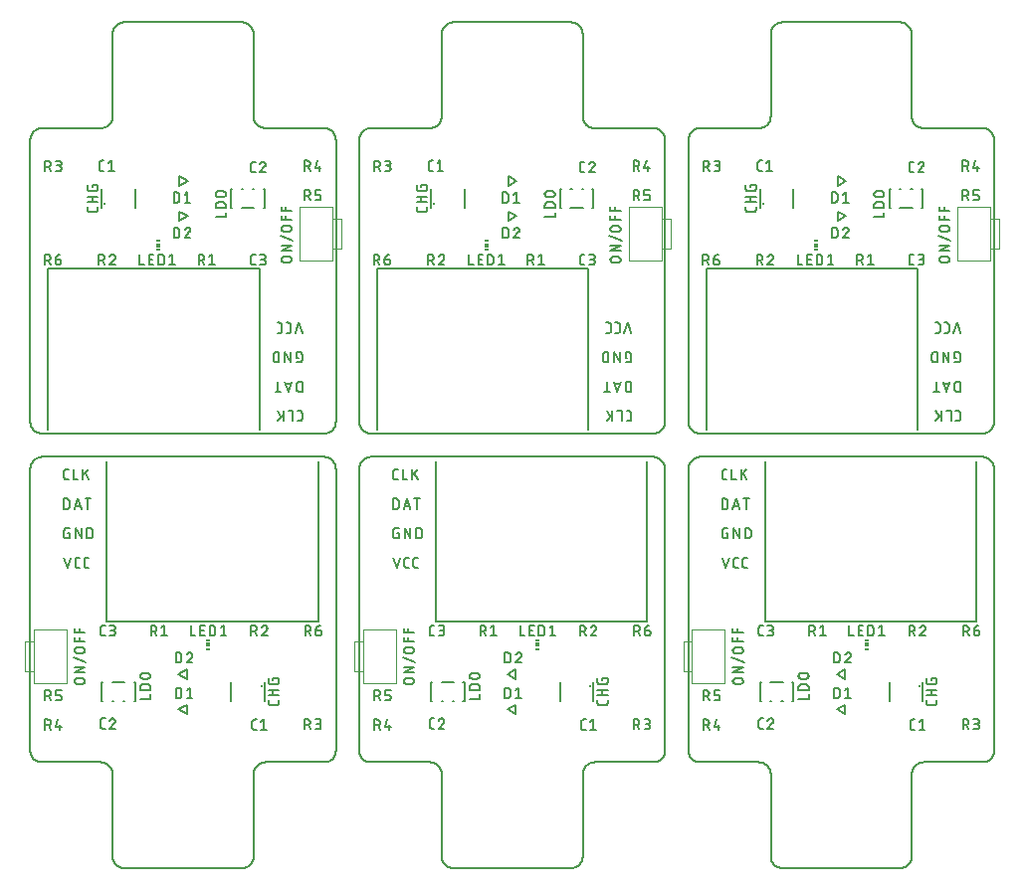
<source format=gto>
G04 EAGLE Gerber X2 export*
G75*
%MOMM*%
%FSLAX34Y34*%
%LPD*%
%AMOC8*
5,1,8,0,0,1.08239X$1,22.5*%
G01*
%ADD10C,0.152400*%
%ADD11C,0.200000*%
%ADD12C,0.100000*%
%ADD13C,0.203200*%
%ADD14R,0.300000X0.150000*%
%ADD15R,0.300000X0.300000*%


D10*
X212600Y167762D02*
X210681Y167762D01*
X210595Y167764D01*
X210509Y167770D01*
X210423Y167779D01*
X210338Y167793D01*
X210254Y167810D01*
X210170Y167831D01*
X210088Y167856D01*
X210007Y167884D01*
X209927Y167916D01*
X209848Y167952D01*
X209772Y167991D01*
X209697Y168034D01*
X209624Y168079D01*
X209553Y168128D01*
X209485Y168181D01*
X209418Y168236D01*
X209355Y168294D01*
X209294Y168355D01*
X209236Y168418D01*
X209181Y168485D01*
X209128Y168553D01*
X209079Y168624D01*
X209034Y168697D01*
X208991Y168772D01*
X208952Y168848D01*
X208916Y168927D01*
X208884Y169007D01*
X208856Y169088D01*
X208831Y169170D01*
X208810Y169254D01*
X208793Y169338D01*
X208779Y169423D01*
X208770Y169509D01*
X208764Y169595D01*
X208762Y169681D01*
X208762Y174479D01*
X208764Y174565D01*
X208770Y174651D01*
X208779Y174737D01*
X208793Y174822D01*
X208810Y174906D01*
X208831Y174990D01*
X208856Y175072D01*
X208884Y175153D01*
X208916Y175233D01*
X208952Y175312D01*
X208991Y175388D01*
X209034Y175463D01*
X209079Y175536D01*
X209128Y175607D01*
X209181Y175675D01*
X209236Y175742D01*
X209294Y175805D01*
X209355Y175866D01*
X209418Y175924D01*
X209485Y175979D01*
X209553Y176031D01*
X209624Y176081D01*
X209697Y176126D01*
X209772Y176169D01*
X209848Y176208D01*
X209927Y176244D01*
X210007Y176276D01*
X210088Y176304D01*
X210170Y176329D01*
X210254Y176350D01*
X210338Y176367D01*
X210423Y176381D01*
X210509Y176390D01*
X210595Y176396D01*
X210681Y176398D01*
X212600Y176398D01*
X216420Y174479D02*
X218819Y176398D01*
X218819Y167762D01*
X216420Y167762D02*
X221218Y167762D01*
X83600Y168762D02*
X81681Y168762D01*
X81595Y168764D01*
X81509Y168770D01*
X81423Y168779D01*
X81338Y168793D01*
X81254Y168810D01*
X81170Y168831D01*
X81088Y168856D01*
X81007Y168884D01*
X80927Y168916D01*
X80848Y168952D01*
X80772Y168991D01*
X80697Y169034D01*
X80624Y169079D01*
X80553Y169128D01*
X80485Y169181D01*
X80418Y169236D01*
X80355Y169294D01*
X80294Y169355D01*
X80236Y169418D01*
X80181Y169485D01*
X80128Y169553D01*
X80079Y169624D01*
X80034Y169697D01*
X79991Y169772D01*
X79952Y169848D01*
X79916Y169927D01*
X79884Y170007D01*
X79856Y170088D01*
X79831Y170170D01*
X79810Y170254D01*
X79793Y170338D01*
X79779Y170423D01*
X79770Y170509D01*
X79764Y170595D01*
X79762Y170681D01*
X79762Y175479D01*
X79764Y175565D01*
X79770Y175651D01*
X79779Y175737D01*
X79793Y175822D01*
X79810Y175906D01*
X79831Y175990D01*
X79856Y176072D01*
X79884Y176153D01*
X79916Y176233D01*
X79952Y176312D01*
X79991Y176388D01*
X80034Y176463D01*
X80079Y176536D01*
X80128Y176607D01*
X80181Y176675D01*
X80236Y176742D01*
X80294Y176805D01*
X80355Y176866D01*
X80418Y176924D01*
X80485Y176979D01*
X80553Y177031D01*
X80624Y177081D01*
X80697Y177126D01*
X80772Y177169D01*
X80848Y177208D01*
X80927Y177244D01*
X81007Y177276D01*
X81088Y177304D01*
X81170Y177329D01*
X81254Y177350D01*
X81338Y177367D01*
X81423Y177381D01*
X81509Y177390D01*
X81595Y177396D01*
X81681Y177398D01*
X83600Y177398D01*
X90059Y177398D02*
X90151Y177396D01*
X90242Y177390D01*
X90333Y177381D01*
X90424Y177367D01*
X90514Y177350D01*
X90603Y177328D01*
X90691Y177303D01*
X90778Y177275D01*
X90864Y177242D01*
X90948Y177206D01*
X91031Y177167D01*
X91112Y177124D01*
X91191Y177077D01*
X91268Y177028D01*
X91343Y176975D01*
X91415Y176919D01*
X91485Y176860D01*
X91553Y176798D01*
X91618Y176733D01*
X91680Y176665D01*
X91739Y176595D01*
X91795Y176523D01*
X91848Y176448D01*
X91897Y176371D01*
X91944Y176292D01*
X91987Y176211D01*
X92026Y176128D01*
X92062Y176044D01*
X92095Y175958D01*
X92123Y175871D01*
X92148Y175783D01*
X92170Y175694D01*
X92187Y175604D01*
X92201Y175513D01*
X92210Y175422D01*
X92216Y175331D01*
X92218Y175239D01*
X90059Y177398D02*
X89956Y177396D01*
X89854Y177390D01*
X89752Y177381D01*
X89650Y177368D01*
X89549Y177351D01*
X89448Y177330D01*
X89349Y177306D01*
X89250Y177277D01*
X89153Y177246D01*
X89056Y177210D01*
X88961Y177172D01*
X88868Y177129D01*
X88776Y177083D01*
X88686Y177034D01*
X88598Y176982D01*
X88511Y176926D01*
X88427Y176867D01*
X88346Y176806D01*
X88266Y176741D01*
X88189Y176673D01*
X88114Y176602D01*
X88043Y176529D01*
X87974Y176453D01*
X87907Y176375D01*
X87844Y176294D01*
X87784Y176211D01*
X87727Y176126D01*
X87673Y176039D01*
X87622Y175949D01*
X87575Y175858D01*
X87531Y175766D01*
X87490Y175671D01*
X87453Y175576D01*
X87420Y175479D01*
X91498Y173560D02*
X91565Y173626D01*
X91629Y173695D01*
X91690Y173766D01*
X91748Y173840D01*
X91803Y173916D01*
X91855Y173994D01*
X91904Y174074D01*
X91950Y174156D01*
X91992Y174240D01*
X92031Y174326D01*
X92066Y174413D01*
X92097Y174501D01*
X92125Y174591D01*
X92150Y174681D01*
X92171Y174773D01*
X92188Y174865D01*
X92201Y174958D01*
X92210Y175051D01*
X92216Y175145D01*
X92218Y175239D01*
X91498Y173560D02*
X87420Y168762D01*
X92218Y168762D01*
X83600Y247762D02*
X81681Y247762D01*
X81595Y247764D01*
X81509Y247770D01*
X81423Y247779D01*
X81338Y247793D01*
X81254Y247810D01*
X81170Y247831D01*
X81088Y247856D01*
X81007Y247884D01*
X80927Y247916D01*
X80848Y247952D01*
X80772Y247991D01*
X80697Y248034D01*
X80624Y248079D01*
X80553Y248128D01*
X80485Y248181D01*
X80418Y248236D01*
X80355Y248294D01*
X80294Y248355D01*
X80236Y248418D01*
X80181Y248485D01*
X80128Y248553D01*
X80079Y248624D01*
X80034Y248697D01*
X79991Y248772D01*
X79952Y248848D01*
X79916Y248927D01*
X79884Y249007D01*
X79856Y249088D01*
X79831Y249170D01*
X79810Y249254D01*
X79793Y249338D01*
X79779Y249423D01*
X79770Y249509D01*
X79764Y249595D01*
X79762Y249681D01*
X79762Y254479D01*
X79764Y254565D01*
X79770Y254651D01*
X79779Y254737D01*
X79793Y254822D01*
X79810Y254906D01*
X79831Y254990D01*
X79856Y255072D01*
X79884Y255153D01*
X79916Y255233D01*
X79952Y255312D01*
X79991Y255388D01*
X80034Y255463D01*
X80079Y255536D01*
X80128Y255607D01*
X80181Y255675D01*
X80236Y255742D01*
X80294Y255805D01*
X80355Y255866D01*
X80418Y255924D01*
X80485Y255979D01*
X80553Y256031D01*
X80624Y256081D01*
X80697Y256126D01*
X80772Y256169D01*
X80848Y256208D01*
X80927Y256244D01*
X81007Y256276D01*
X81088Y256304D01*
X81170Y256329D01*
X81254Y256350D01*
X81338Y256367D01*
X81423Y256381D01*
X81509Y256390D01*
X81595Y256396D01*
X81681Y256398D01*
X83600Y256398D01*
X87420Y247762D02*
X89819Y247762D01*
X89916Y247764D01*
X90012Y247770D01*
X90108Y247779D01*
X90204Y247793D01*
X90299Y247810D01*
X90393Y247832D01*
X90486Y247857D01*
X90579Y247885D01*
X90670Y247918D01*
X90759Y247954D01*
X90847Y247994D01*
X90934Y248037D01*
X91019Y248083D01*
X91101Y248133D01*
X91182Y248187D01*
X91260Y248243D01*
X91336Y248303D01*
X91410Y248365D01*
X91481Y248431D01*
X91549Y248499D01*
X91615Y248570D01*
X91677Y248644D01*
X91737Y248720D01*
X91793Y248798D01*
X91847Y248879D01*
X91897Y248962D01*
X91943Y249046D01*
X91986Y249133D01*
X92026Y249221D01*
X92062Y249310D01*
X92095Y249401D01*
X92123Y249494D01*
X92148Y249587D01*
X92170Y249681D01*
X92187Y249776D01*
X92201Y249872D01*
X92210Y249968D01*
X92216Y250064D01*
X92218Y250161D01*
X92216Y250258D01*
X92210Y250354D01*
X92201Y250450D01*
X92187Y250546D01*
X92170Y250641D01*
X92148Y250735D01*
X92123Y250828D01*
X92095Y250921D01*
X92062Y251012D01*
X92026Y251101D01*
X91986Y251189D01*
X91943Y251276D01*
X91897Y251360D01*
X91847Y251443D01*
X91793Y251524D01*
X91737Y251602D01*
X91677Y251678D01*
X91615Y251752D01*
X91549Y251823D01*
X91481Y251891D01*
X91410Y251957D01*
X91336Y252019D01*
X91260Y252079D01*
X91182Y252135D01*
X91101Y252189D01*
X91019Y252239D01*
X90934Y252285D01*
X90847Y252328D01*
X90759Y252368D01*
X90670Y252404D01*
X90579Y252437D01*
X90486Y252465D01*
X90393Y252490D01*
X90299Y252512D01*
X90204Y252529D01*
X90108Y252543D01*
X90012Y252552D01*
X89916Y252558D01*
X89819Y252560D01*
X90299Y256398D02*
X87420Y256398D01*
X90299Y256398D02*
X90385Y256396D01*
X90471Y256390D01*
X90557Y256381D01*
X90642Y256367D01*
X90726Y256350D01*
X90810Y256329D01*
X90892Y256304D01*
X90973Y256276D01*
X91053Y256244D01*
X91132Y256208D01*
X91208Y256169D01*
X91283Y256126D01*
X91356Y256081D01*
X91427Y256032D01*
X91495Y255979D01*
X91562Y255924D01*
X91625Y255866D01*
X91686Y255805D01*
X91744Y255742D01*
X91799Y255675D01*
X91852Y255607D01*
X91901Y255536D01*
X91946Y255463D01*
X91989Y255388D01*
X92028Y255312D01*
X92064Y255233D01*
X92096Y255153D01*
X92124Y255072D01*
X92149Y254990D01*
X92170Y254906D01*
X92187Y254822D01*
X92201Y254737D01*
X92210Y254651D01*
X92216Y254565D01*
X92218Y254479D01*
X92216Y254393D01*
X92210Y254307D01*
X92201Y254221D01*
X92187Y254136D01*
X92170Y254052D01*
X92149Y253968D01*
X92124Y253886D01*
X92096Y253805D01*
X92064Y253725D01*
X92028Y253646D01*
X91989Y253570D01*
X91946Y253495D01*
X91901Y253422D01*
X91852Y253351D01*
X91799Y253283D01*
X91744Y253216D01*
X91686Y253153D01*
X91625Y253092D01*
X91562Y253034D01*
X91495Y252979D01*
X91427Y252926D01*
X91356Y252877D01*
X91283Y252832D01*
X91208Y252789D01*
X91132Y252750D01*
X91053Y252714D01*
X90973Y252682D01*
X90892Y252654D01*
X90810Y252629D01*
X90726Y252608D01*
X90642Y252591D01*
X90557Y252577D01*
X90471Y252568D01*
X90385Y252562D01*
X90299Y252560D01*
X88380Y252560D01*
X231238Y192600D02*
X231238Y190681D01*
X231236Y190595D01*
X231230Y190509D01*
X231221Y190423D01*
X231207Y190338D01*
X231190Y190254D01*
X231169Y190170D01*
X231144Y190088D01*
X231116Y190007D01*
X231084Y189927D01*
X231048Y189848D01*
X231009Y189772D01*
X230966Y189697D01*
X230921Y189624D01*
X230872Y189553D01*
X230819Y189485D01*
X230764Y189418D01*
X230706Y189355D01*
X230645Y189294D01*
X230582Y189236D01*
X230515Y189181D01*
X230447Y189129D01*
X230376Y189079D01*
X230303Y189034D01*
X230228Y188991D01*
X230152Y188952D01*
X230073Y188916D01*
X229993Y188884D01*
X229912Y188856D01*
X229830Y188831D01*
X229746Y188810D01*
X229662Y188793D01*
X229577Y188779D01*
X229491Y188770D01*
X229405Y188764D01*
X229319Y188762D01*
X224521Y188762D01*
X224435Y188764D01*
X224349Y188770D01*
X224263Y188779D01*
X224178Y188793D01*
X224094Y188810D01*
X224010Y188831D01*
X223928Y188856D01*
X223847Y188884D01*
X223767Y188916D01*
X223688Y188952D01*
X223612Y188991D01*
X223537Y189034D01*
X223464Y189079D01*
X223393Y189128D01*
X223325Y189181D01*
X223258Y189236D01*
X223195Y189294D01*
X223134Y189355D01*
X223076Y189418D01*
X223021Y189485D01*
X222969Y189553D01*
X222919Y189624D01*
X222874Y189697D01*
X222831Y189772D01*
X222792Y189848D01*
X222756Y189927D01*
X222724Y190007D01*
X222696Y190088D01*
X222671Y190170D01*
X222650Y190254D01*
X222633Y190338D01*
X222619Y190423D01*
X222610Y190509D01*
X222604Y190595D01*
X222602Y190681D01*
X222602Y192600D01*
X222602Y196725D02*
X231238Y196725D01*
X226440Y196725D02*
X226440Y201523D01*
X222602Y201523D02*
X231238Y201523D01*
X226440Y209837D02*
X226440Y211276D01*
X231238Y211276D01*
X231238Y208398D01*
X231236Y208312D01*
X231230Y208226D01*
X231221Y208140D01*
X231207Y208055D01*
X231190Y207971D01*
X231169Y207887D01*
X231144Y207805D01*
X231116Y207724D01*
X231084Y207644D01*
X231048Y207565D01*
X231009Y207489D01*
X230966Y207414D01*
X230921Y207341D01*
X230872Y207270D01*
X230819Y207202D01*
X230764Y207135D01*
X230706Y207072D01*
X230645Y207011D01*
X230582Y206953D01*
X230515Y206898D01*
X230447Y206846D01*
X230376Y206796D01*
X230303Y206751D01*
X230228Y206708D01*
X230152Y206669D01*
X230073Y206633D01*
X229993Y206601D01*
X229912Y206573D01*
X229830Y206548D01*
X229746Y206527D01*
X229662Y206510D01*
X229577Y206496D01*
X229491Y206487D01*
X229405Y206481D01*
X229319Y206479D01*
X229319Y206478D02*
X224521Y206478D01*
X224521Y206479D02*
X224435Y206481D01*
X224349Y206487D01*
X224263Y206496D01*
X224178Y206510D01*
X224094Y206527D01*
X224010Y206548D01*
X223928Y206573D01*
X223847Y206601D01*
X223767Y206633D01*
X223688Y206669D01*
X223612Y206708D01*
X223537Y206751D01*
X223464Y206796D01*
X223393Y206845D01*
X223325Y206898D01*
X223258Y206953D01*
X223195Y207011D01*
X223134Y207072D01*
X223076Y207135D01*
X223021Y207202D01*
X222969Y207270D01*
X222919Y207341D01*
X222874Y207414D01*
X222831Y207489D01*
X222792Y207565D01*
X222756Y207644D01*
X222724Y207724D01*
X222696Y207805D01*
X222671Y207887D01*
X222650Y207971D01*
X222633Y208055D01*
X222619Y208140D01*
X222610Y208226D01*
X222604Y208312D01*
X222602Y208398D01*
X222602Y211276D01*
X52600Y380762D02*
X50681Y380762D01*
X50595Y380764D01*
X50509Y380770D01*
X50423Y380779D01*
X50338Y380793D01*
X50254Y380810D01*
X50170Y380831D01*
X50088Y380856D01*
X50007Y380884D01*
X49927Y380916D01*
X49848Y380952D01*
X49772Y380991D01*
X49697Y381034D01*
X49624Y381079D01*
X49553Y381128D01*
X49485Y381181D01*
X49418Y381236D01*
X49355Y381294D01*
X49294Y381355D01*
X49236Y381418D01*
X49181Y381485D01*
X49128Y381553D01*
X49079Y381624D01*
X49034Y381697D01*
X48991Y381772D01*
X48952Y381848D01*
X48916Y381927D01*
X48884Y382007D01*
X48856Y382088D01*
X48831Y382170D01*
X48810Y382254D01*
X48793Y382338D01*
X48779Y382423D01*
X48770Y382509D01*
X48764Y382595D01*
X48762Y382681D01*
X48762Y387479D01*
X48764Y387565D01*
X48770Y387651D01*
X48779Y387737D01*
X48793Y387822D01*
X48810Y387906D01*
X48831Y387990D01*
X48856Y388072D01*
X48884Y388153D01*
X48916Y388233D01*
X48952Y388312D01*
X48991Y388388D01*
X49034Y388463D01*
X49079Y388536D01*
X49128Y388607D01*
X49181Y388675D01*
X49236Y388742D01*
X49294Y388805D01*
X49355Y388866D01*
X49418Y388924D01*
X49485Y388979D01*
X49553Y389031D01*
X49624Y389081D01*
X49697Y389126D01*
X49772Y389169D01*
X49848Y389208D01*
X49927Y389244D01*
X50007Y389276D01*
X50088Y389304D01*
X50170Y389329D01*
X50254Y389350D01*
X50338Y389367D01*
X50423Y389381D01*
X50509Y389390D01*
X50595Y389396D01*
X50681Y389398D01*
X52600Y389398D01*
X56751Y389398D02*
X56751Y380762D01*
X60589Y380762D01*
X64844Y380762D02*
X64844Y389398D01*
X69642Y389398D02*
X64844Y384121D01*
X66763Y386040D02*
X69642Y380762D01*
X143762Y203398D02*
X143762Y194762D01*
X143762Y203398D02*
X146161Y203398D01*
X146258Y203396D01*
X146354Y203390D01*
X146450Y203381D01*
X146546Y203367D01*
X146641Y203350D01*
X146735Y203328D01*
X146828Y203303D01*
X146921Y203275D01*
X147012Y203242D01*
X147101Y203206D01*
X147189Y203166D01*
X147276Y203123D01*
X147361Y203077D01*
X147443Y203027D01*
X147524Y202973D01*
X147602Y202917D01*
X147678Y202857D01*
X147752Y202795D01*
X147823Y202729D01*
X147891Y202661D01*
X147957Y202590D01*
X148019Y202516D01*
X148079Y202440D01*
X148135Y202362D01*
X148189Y202281D01*
X148239Y202199D01*
X148285Y202114D01*
X148328Y202027D01*
X148368Y201939D01*
X148404Y201850D01*
X148437Y201759D01*
X148465Y201666D01*
X148490Y201573D01*
X148512Y201479D01*
X148529Y201384D01*
X148543Y201288D01*
X148552Y201192D01*
X148558Y201096D01*
X148560Y200999D01*
X148560Y197161D01*
X148558Y197064D01*
X148552Y196968D01*
X148543Y196872D01*
X148529Y196776D01*
X148512Y196681D01*
X148490Y196587D01*
X148465Y196494D01*
X148437Y196401D01*
X148404Y196310D01*
X148368Y196221D01*
X148328Y196133D01*
X148285Y196046D01*
X148239Y195962D01*
X148189Y195879D01*
X148135Y195798D01*
X148079Y195720D01*
X148019Y195644D01*
X147957Y195570D01*
X147891Y195499D01*
X147823Y195431D01*
X147752Y195365D01*
X147678Y195303D01*
X147602Y195243D01*
X147524Y195187D01*
X147443Y195133D01*
X147361Y195083D01*
X147276Y195037D01*
X147189Y194994D01*
X147101Y194954D01*
X147012Y194918D01*
X146921Y194885D01*
X146828Y194857D01*
X146735Y194832D01*
X146641Y194810D01*
X146546Y194793D01*
X146450Y194779D01*
X146354Y194770D01*
X146258Y194764D01*
X146161Y194762D01*
X143762Y194762D01*
X153211Y201479D02*
X155610Y203398D01*
X155610Y194762D01*
X153211Y194762D02*
X158009Y194762D01*
X143762Y224762D02*
X143762Y233398D01*
X146161Y233398D01*
X146258Y233396D01*
X146354Y233390D01*
X146450Y233381D01*
X146546Y233367D01*
X146641Y233350D01*
X146735Y233328D01*
X146828Y233303D01*
X146921Y233275D01*
X147012Y233242D01*
X147101Y233206D01*
X147189Y233166D01*
X147276Y233123D01*
X147361Y233077D01*
X147443Y233027D01*
X147524Y232973D01*
X147602Y232917D01*
X147678Y232857D01*
X147752Y232795D01*
X147823Y232729D01*
X147891Y232661D01*
X147957Y232590D01*
X148019Y232516D01*
X148079Y232440D01*
X148135Y232362D01*
X148189Y232281D01*
X148239Y232199D01*
X148285Y232114D01*
X148328Y232027D01*
X148368Y231939D01*
X148404Y231850D01*
X148437Y231759D01*
X148465Y231666D01*
X148490Y231573D01*
X148512Y231479D01*
X148529Y231384D01*
X148543Y231288D01*
X148552Y231192D01*
X148558Y231096D01*
X148560Y230999D01*
X148560Y227161D01*
X148558Y227064D01*
X148552Y226968D01*
X148543Y226872D01*
X148529Y226776D01*
X148512Y226681D01*
X148490Y226587D01*
X148465Y226494D01*
X148437Y226401D01*
X148404Y226310D01*
X148368Y226221D01*
X148328Y226133D01*
X148285Y226046D01*
X148239Y225962D01*
X148189Y225879D01*
X148135Y225798D01*
X148079Y225720D01*
X148019Y225644D01*
X147957Y225570D01*
X147891Y225499D01*
X147823Y225431D01*
X147752Y225365D01*
X147678Y225303D01*
X147602Y225243D01*
X147524Y225187D01*
X147443Y225133D01*
X147361Y225083D01*
X147276Y225037D01*
X147189Y224994D01*
X147101Y224954D01*
X147012Y224918D01*
X146921Y224885D01*
X146828Y224857D01*
X146735Y224832D01*
X146641Y224810D01*
X146546Y224793D01*
X146450Y224779D01*
X146354Y224770D01*
X146258Y224764D01*
X146161Y224762D01*
X143762Y224762D01*
X155850Y233398D02*
X155942Y233396D01*
X156033Y233390D01*
X156124Y233381D01*
X156215Y233367D01*
X156305Y233350D01*
X156394Y233328D01*
X156482Y233303D01*
X156569Y233275D01*
X156655Y233242D01*
X156739Y233206D01*
X156822Y233167D01*
X156903Y233124D01*
X156982Y233077D01*
X157059Y233028D01*
X157134Y232975D01*
X157206Y232919D01*
X157276Y232860D01*
X157344Y232798D01*
X157409Y232733D01*
X157471Y232665D01*
X157530Y232595D01*
X157586Y232523D01*
X157639Y232448D01*
X157688Y232371D01*
X157735Y232292D01*
X157778Y232211D01*
X157817Y232128D01*
X157853Y232044D01*
X157886Y231958D01*
X157914Y231871D01*
X157939Y231783D01*
X157961Y231694D01*
X157978Y231604D01*
X157992Y231513D01*
X158001Y231422D01*
X158007Y231331D01*
X158009Y231239D01*
X155850Y233398D02*
X155747Y233396D01*
X155645Y233390D01*
X155543Y233381D01*
X155441Y233368D01*
X155340Y233351D01*
X155239Y233330D01*
X155140Y233306D01*
X155041Y233277D01*
X154944Y233246D01*
X154847Y233210D01*
X154752Y233172D01*
X154659Y233129D01*
X154567Y233083D01*
X154477Y233034D01*
X154389Y232982D01*
X154302Y232926D01*
X154218Y232867D01*
X154137Y232806D01*
X154057Y232741D01*
X153980Y232673D01*
X153905Y232602D01*
X153834Y232529D01*
X153765Y232453D01*
X153698Y232375D01*
X153635Y232294D01*
X153575Y232211D01*
X153518Y232126D01*
X153464Y232039D01*
X153413Y231949D01*
X153366Y231858D01*
X153322Y231766D01*
X153281Y231671D01*
X153244Y231576D01*
X153211Y231479D01*
X157288Y229560D02*
X157355Y229626D01*
X157419Y229695D01*
X157480Y229766D01*
X157538Y229840D01*
X157593Y229916D01*
X157645Y229994D01*
X157694Y230074D01*
X157740Y230156D01*
X157782Y230240D01*
X157821Y230326D01*
X157856Y230413D01*
X157887Y230501D01*
X157915Y230591D01*
X157940Y230681D01*
X157961Y230773D01*
X157978Y230865D01*
X157991Y230958D01*
X158000Y231051D01*
X158006Y231145D01*
X158008Y231239D01*
X157289Y229560D02*
X153211Y224762D01*
X158009Y224762D01*
X48762Y355762D02*
X48762Y364398D01*
X51161Y364398D01*
X51258Y364396D01*
X51354Y364390D01*
X51450Y364381D01*
X51546Y364367D01*
X51641Y364350D01*
X51735Y364328D01*
X51828Y364303D01*
X51921Y364275D01*
X52012Y364242D01*
X52101Y364206D01*
X52189Y364166D01*
X52276Y364123D01*
X52361Y364077D01*
X52443Y364027D01*
X52524Y363973D01*
X52602Y363917D01*
X52678Y363857D01*
X52752Y363795D01*
X52823Y363729D01*
X52891Y363661D01*
X52957Y363590D01*
X53019Y363516D01*
X53079Y363440D01*
X53135Y363362D01*
X53189Y363281D01*
X53239Y363199D01*
X53285Y363114D01*
X53328Y363027D01*
X53368Y362939D01*
X53404Y362850D01*
X53437Y362759D01*
X53465Y362666D01*
X53490Y362573D01*
X53512Y362479D01*
X53529Y362384D01*
X53543Y362288D01*
X53552Y362192D01*
X53558Y362096D01*
X53560Y361999D01*
X53560Y358161D01*
X53558Y358064D01*
X53552Y357968D01*
X53543Y357872D01*
X53529Y357776D01*
X53512Y357681D01*
X53490Y357587D01*
X53465Y357494D01*
X53437Y357401D01*
X53404Y357310D01*
X53368Y357221D01*
X53328Y357133D01*
X53285Y357046D01*
X53239Y356962D01*
X53189Y356879D01*
X53135Y356798D01*
X53079Y356720D01*
X53019Y356644D01*
X52957Y356570D01*
X52891Y356499D01*
X52823Y356431D01*
X52752Y356365D01*
X52678Y356303D01*
X52602Y356243D01*
X52524Y356187D01*
X52443Y356133D01*
X52360Y356083D01*
X52276Y356037D01*
X52189Y355994D01*
X52101Y355954D01*
X52012Y355918D01*
X51921Y355885D01*
X51828Y355857D01*
X51735Y355832D01*
X51641Y355810D01*
X51546Y355793D01*
X51450Y355779D01*
X51354Y355770D01*
X51258Y355764D01*
X51161Y355762D01*
X48762Y355762D01*
X57731Y355762D02*
X60610Y364398D01*
X63488Y355762D01*
X62769Y357921D02*
X58451Y357921D01*
X69144Y355762D02*
X69144Y364398D01*
X66745Y364398D02*
X71543Y364398D01*
X53560Y335560D02*
X52120Y335560D01*
X53560Y335560D02*
X53560Y330762D01*
X50681Y330762D01*
X50595Y330764D01*
X50509Y330770D01*
X50423Y330779D01*
X50338Y330793D01*
X50254Y330810D01*
X50170Y330831D01*
X50088Y330856D01*
X50007Y330884D01*
X49927Y330916D01*
X49848Y330952D01*
X49772Y330991D01*
X49697Y331034D01*
X49624Y331079D01*
X49553Y331128D01*
X49485Y331181D01*
X49418Y331236D01*
X49355Y331294D01*
X49294Y331355D01*
X49236Y331418D01*
X49181Y331485D01*
X49128Y331553D01*
X49079Y331624D01*
X49034Y331697D01*
X48991Y331772D01*
X48952Y331848D01*
X48916Y331927D01*
X48884Y332007D01*
X48856Y332088D01*
X48831Y332170D01*
X48810Y332254D01*
X48793Y332338D01*
X48779Y332423D01*
X48770Y332509D01*
X48764Y332595D01*
X48762Y332681D01*
X48762Y337479D01*
X48764Y337565D01*
X48770Y337651D01*
X48779Y337737D01*
X48793Y337822D01*
X48810Y337906D01*
X48831Y337990D01*
X48856Y338072D01*
X48884Y338153D01*
X48916Y338233D01*
X48952Y338312D01*
X48991Y338388D01*
X49034Y338463D01*
X49079Y338536D01*
X49128Y338607D01*
X49181Y338675D01*
X49236Y338742D01*
X49294Y338805D01*
X49355Y338866D01*
X49418Y338924D01*
X49485Y338979D01*
X49553Y339031D01*
X49624Y339081D01*
X49697Y339126D01*
X49772Y339169D01*
X49848Y339208D01*
X49927Y339244D01*
X50007Y339276D01*
X50088Y339304D01*
X50170Y339329D01*
X50254Y339350D01*
X50338Y339367D01*
X50423Y339381D01*
X50509Y339390D01*
X50595Y339396D01*
X50681Y339398D01*
X53560Y339398D01*
X58515Y339398D02*
X58515Y330762D01*
X63313Y330762D02*
X58515Y339398D01*
X63313Y339398D02*
X63313Y330762D01*
X68269Y330762D02*
X68269Y339398D01*
X70668Y339398D01*
X70765Y339396D01*
X70861Y339390D01*
X70957Y339381D01*
X71053Y339367D01*
X71148Y339350D01*
X71242Y339328D01*
X71335Y339303D01*
X71428Y339275D01*
X71519Y339242D01*
X71608Y339206D01*
X71696Y339166D01*
X71783Y339123D01*
X71868Y339077D01*
X71950Y339027D01*
X72031Y338973D01*
X72109Y338917D01*
X72185Y338857D01*
X72259Y338795D01*
X72330Y338729D01*
X72398Y338661D01*
X72464Y338590D01*
X72526Y338516D01*
X72586Y338440D01*
X72642Y338362D01*
X72696Y338281D01*
X72746Y338199D01*
X72792Y338114D01*
X72835Y338027D01*
X72875Y337939D01*
X72911Y337850D01*
X72944Y337759D01*
X72972Y337666D01*
X72997Y337573D01*
X73019Y337479D01*
X73036Y337384D01*
X73050Y337288D01*
X73059Y337192D01*
X73065Y337096D01*
X73067Y336999D01*
X73067Y333161D01*
X73065Y333064D01*
X73059Y332968D01*
X73050Y332872D01*
X73036Y332776D01*
X73019Y332681D01*
X72997Y332587D01*
X72972Y332494D01*
X72944Y332401D01*
X72911Y332310D01*
X72875Y332221D01*
X72835Y332133D01*
X72792Y332046D01*
X72746Y331962D01*
X72696Y331879D01*
X72642Y331798D01*
X72586Y331720D01*
X72526Y331644D01*
X72464Y331570D01*
X72398Y331499D01*
X72330Y331431D01*
X72259Y331365D01*
X72185Y331303D01*
X72109Y331243D01*
X72031Y331187D01*
X71950Y331133D01*
X71868Y331083D01*
X71783Y331037D01*
X71696Y330994D01*
X71608Y330954D01*
X71519Y330918D01*
X71428Y330885D01*
X71335Y330857D01*
X71242Y330832D01*
X71148Y330810D01*
X71053Y330793D01*
X70957Y330779D01*
X70861Y330770D01*
X70765Y330764D01*
X70668Y330762D01*
X68269Y330762D01*
X113602Y193762D02*
X122238Y193762D01*
X122238Y197600D01*
X122238Y201661D02*
X113602Y201661D01*
X113602Y204060D01*
X113604Y204157D01*
X113610Y204253D01*
X113619Y204349D01*
X113633Y204445D01*
X113650Y204540D01*
X113672Y204634D01*
X113697Y204727D01*
X113725Y204820D01*
X113758Y204911D01*
X113794Y205000D01*
X113834Y205088D01*
X113877Y205175D01*
X113923Y205260D01*
X113973Y205342D01*
X114027Y205423D01*
X114083Y205501D01*
X114143Y205577D01*
X114205Y205651D01*
X114271Y205722D01*
X114339Y205790D01*
X114410Y205856D01*
X114484Y205918D01*
X114560Y205978D01*
X114638Y206034D01*
X114719Y206088D01*
X114802Y206138D01*
X114886Y206184D01*
X114973Y206227D01*
X115061Y206267D01*
X115150Y206303D01*
X115241Y206336D01*
X115334Y206364D01*
X115427Y206389D01*
X115521Y206411D01*
X115616Y206428D01*
X115712Y206442D01*
X115808Y206451D01*
X115904Y206457D01*
X116001Y206459D01*
X119839Y206459D01*
X119936Y206457D01*
X120032Y206451D01*
X120128Y206442D01*
X120224Y206428D01*
X120319Y206411D01*
X120413Y206389D01*
X120506Y206364D01*
X120599Y206336D01*
X120690Y206303D01*
X120779Y206267D01*
X120867Y206227D01*
X120954Y206184D01*
X121039Y206138D01*
X121121Y206088D01*
X121202Y206034D01*
X121280Y205978D01*
X121356Y205918D01*
X121430Y205856D01*
X121501Y205790D01*
X121569Y205722D01*
X121635Y205651D01*
X121697Y205577D01*
X121757Y205501D01*
X121813Y205423D01*
X121867Y205342D01*
X121917Y205260D01*
X121963Y205175D01*
X122006Y205088D01*
X122046Y205000D01*
X122082Y204911D01*
X122115Y204820D01*
X122143Y204727D01*
X122168Y204634D01*
X122190Y204540D01*
X122207Y204445D01*
X122221Y204349D01*
X122230Y204253D01*
X122236Y204157D01*
X122238Y204060D01*
X122238Y201661D01*
X119839Y211110D02*
X116001Y211110D01*
X116001Y211109D02*
X115904Y211111D01*
X115808Y211117D01*
X115712Y211126D01*
X115616Y211140D01*
X115521Y211157D01*
X115427Y211179D01*
X115334Y211204D01*
X115241Y211232D01*
X115150Y211265D01*
X115061Y211301D01*
X114973Y211341D01*
X114886Y211384D01*
X114801Y211430D01*
X114719Y211480D01*
X114638Y211534D01*
X114560Y211590D01*
X114484Y211650D01*
X114410Y211712D01*
X114339Y211778D01*
X114271Y211846D01*
X114205Y211917D01*
X114143Y211991D01*
X114083Y212067D01*
X114027Y212145D01*
X113973Y212226D01*
X113923Y212309D01*
X113877Y212393D01*
X113834Y212480D01*
X113794Y212568D01*
X113758Y212657D01*
X113725Y212748D01*
X113697Y212841D01*
X113672Y212934D01*
X113650Y213028D01*
X113633Y213123D01*
X113619Y213219D01*
X113610Y213315D01*
X113604Y213411D01*
X113602Y213508D01*
X113604Y213605D01*
X113610Y213701D01*
X113619Y213797D01*
X113633Y213893D01*
X113650Y213988D01*
X113672Y214082D01*
X113697Y214175D01*
X113725Y214268D01*
X113758Y214359D01*
X113794Y214448D01*
X113834Y214536D01*
X113877Y214623D01*
X113923Y214708D01*
X113973Y214790D01*
X114027Y214871D01*
X114083Y214949D01*
X114143Y215025D01*
X114205Y215099D01*
X114271Y215170D01*
X114339Y215238D01*
X114410Y215304D01*
X114484Y215366D01*
X114560Y215426D01*
X114638Y215482D01*
X114719Y215536D01*
X114802Y215586D01*
X114886Y215632D01*
X114973Y215675D01*
X115061Y215715D01*
X115150Y215751D01*
X115241Y215784D01*
X115334Y215812D01*
X115427Y215837D01*
X115521Y215859D01*
X115616Y215876D01*
X115712Y215890D01*
X115808Y215899D01*
X115904Y215905D01*
X116001Y215907D01*
X119839Y215907D01*
X119936Y215905D01*
X120032Y215899D01*
X120128Y215890D01*
X120224Y215876D01*
X120319Y215859D01*
X120413Y215837D01*
X120506Y215812D01*
X120599Y215784D01*
X120690Y215751D01*
X120779Y215715D01*
X120867Y215675D01*
X120954Y215632D01*
X121039Y215586D01*
X121121Y215536D01*
X121202Y215482D01*
X121280Y215426D01*
X121356Y215366D01*
X121430Y215304D01*
X121501Y215238D01*
X121569Y215170D01*
X121635Y215099D01*
X121697Y215025D01*
X121757Y214949D01*
X121813Y214871D01*
X121867Y214790D01*
X121917Y214707D01*
X121963Y214623D01*
X122006Y214536D01*
X122046Y214448D01*
X122082Y214359D01*
X122115Y214268D01*
X122143Y214175D01*
X122168Y214082D01*
X122190Y213988D01*
X122207Y213893D01*
X122221Y213797D01*
X122230Y213701D01*
X122236Y213605D01*
X122238Y213508D01*
X122236Y213411D01*
X122230Y213315D01*
X122221Y213219D01*
X122207Y213123D01*
X122190Y213028D01*
X122168Y212934D01*
X122143Y212841D01*
X122115Y212748D01*
X122082Y212657D01*
X122046Y212568D01*
X122006Y212480D01*
X121963Y212393D01*
X121917Y212309D01*
X121867Y212226D01*
X121813Y212145D01*
X121757Y212067D01*
X121697Y211991D01*
X121635Y211917D01*
X121569Y211846D01*
X121501Y211778D01*
X121430Y211712D01*
X121356Y211650D01*
X121280Y211590D01*
X121202Y211534D01*
X121121Y211480D01*
X121039Y211430D01*
X120954Y211384D01*
X120867Y211341D01*
X120779Y211301D01*
X120690Y211265D01*
X120599Y211232D01*
X120506Y211204D01*
X120413Y211179D01*
X120319Y211157D01*
X120224Y211140D01*
X120128Y211126D01*
X120032Y211117D01*
X119936Y211111D01*
X119839Y211109D01*
X156762Y247762D02*
X156762Y256398D01*
X156762Y247762D02*
X160600Y247762D01*
X164687Y247762D02*
X168525Y247762D01*
X164687Y247762D02*
X164687Y256398D01*
X168525Y256398D01*
X167565Y252560D02*
X164687Y252560D01*
X172586Y256398D02*
X172586Y247762D01*
X172586Y256398D02*
X174984Y256398D01*
X175081Y256396D01*
X175177Y256390D01*
X175273Y256381D01*
X175369Y256367D01*
X175464Y256350D01*
X175558Y256328D01*
X175651Y256303D01*
X175744Y256275D01*
X175835Y256242D01*
X175924Y256206D01*
X176012Y256166D01*
X176099Y256123D01*
X176184Y256077D01*
X176266Y256027D01*
X176347Y255973D01*
X176425Y255917D01*
X176501Y255857D01*
X176575Y255795D01*
X176646Y255729D01*
X176714Y255661D01*
X176780Y255590D01*
X176842Y255516D01*
X176902Y255440D01*
X176958Y255362D01*
X177012Y255281D01*
X177062Y255199D01*
X177108Y255114D01*
X177151Y255027D01*
X177191Y254939D01*
X177227Y254850D01*
X177260Y254759D01*
X177288Y254666D01*
X177313Y254573D01*
X177335Y254479D01*
X177352Y254384D01*
X177366Y254288D01*
X177375Y254192D01*
X177381Y254096D01*
X177383Y253999D01*
X177383Y250161D01*
X177381Y250064D01*
X177375Y249968D01*
X177366Y249872D01*
X177352Y249776D01*
X177335Y249681D01*
X177313Y249587D01*
X177288Y249494D01*
X177260Y249401D01*
X177227Y249310D01*
X177191Y249221D01*
X177151Y249133D01*
X177108Y249046D01*
X177062Y248962D01*
X177012Y248879D01*
X176958Y248798D01*
X176902Y248720D01*
X176842Y248644D01*
X176780Y248570D01*
X176714Y248499D01*
X176646Y248431D01*
X176575Y248365D01*
X176501Y248303D01*
X176425Y248243D01*
X176347Y248187D01*
X176266Y248133D01*
X176184Y248083D01*
X176099Y248037D01*
X176012Y247994D01*
X175924Y247954D01*
X175835Y247918D01*
X175744Y247885D01*
X175651Y247857D01*
X175558Y247832D01*
X175464Y247810D01*
X175369Y247793D01*
X175273Y247779D01*
X175177Y247770D01*
X175081Y247764D01*
X174984Y247762D01*
X172586Y247762D01*
X182034Y254479D02*
X184433Y256398D01*
X184433Y247762D01*
X182034Y247762D02*
X186832Y247762D01*
X63999Y206788D02*
X60161Y206788D01*
X60064Y206790D01*
X59968Y206796D01*
X59872Y206805D01*
X59776Y206819D01*
X59681Y206836D01*
X59587Y206858D01*
X59494Y206883D01*
X59401Y206911D01*
X59310Y206944D01*
X59221Y206980D01*
X59133Y207020D01*
X59046Y207063D01*
X58961Y207109D01*
X58879Y207159D01*
X58798Y207213D01*
X58720Y207269D01*
X58644Y207329D01*
X58570Y207391D01*
X58499Y207457D01*
X58431Y207525D01*
X58365Y207596D01*
X58303Y207670D01*
X58243Y207746D01*
X58187Y207824D01*
X58133Y207905D01*
X58083Y207988D01*
X58037Y208072D01*
X57994Y208159D01*
X57954Y208247D01*
X57918Y208336D01*
X57885Y208427D01*
X57857Y208520D01*
X57832Y208613D01*
X57810Y208707D01*
X57793Y208802D01*
X57779Y208898D01*
X57770Y208994D01*
X57764Y209090D01*
X57762Y209187D01*
X57764Y209284D01*
X57770Y209380D01*
X57779Y209476D01*
X57793Y209572D01*
X57810Y209667D01*
X57832Y209761D01*
X57857Y209854D01*
X57885Y209947D01*
X57918Y210038D01*
X57954Y210127D01*
X57994Y210215D01*
X58037Y210302D01*
X58083Y210387D01*
X58133Y210469D01*
X58187Y210550D01*
X58243Y210628D01*
X58303Y210704D01*
X58365Y210778D01*
X58431Y210849D01*
X58499Y210917D01*
X58570Y210983D01*
X58644Y211045D01*
X58720Y211105D01*
X58798Y211161D01*
X58879Y211215D01*
X58962Y211265D01*
X59046Y211311D01*
X59133Y211354D01*
X59221Y211394D01*
X59310Y211430D01*
X59401Y211463D01*
X59494Y211491D01*
X59587Y211516D01*
X59681Y211538D01*
X59776Y211555D01*
X59872Y211569D01*
X59968Y211578D01*
X60064Y211584D01*
X60161Y211586D01*
X60161Y211585D02*
X63999Y211585D01*
X63999Y211586D02*
X64096Y211584D01*
X64192Y211578D01*
X64288Y211569D01*
X64384Y211555D01*
X64479Y211538D01*
X64573Y211516D01*
X64666Y211491D01*
X64759Y211463D01*
X64850Y211430D01*
X64939Y211394D01*
X65027Y211354D01*
X65114Y211311D01*
X65199Y211265D01*
X65281Y211215D01*
X65362Y211161D01*
X65440Y211105D01*
X65516Y211045D01*
X65590Y210983D01*
X65661Y210917D01*
X65729Y210849D01*
X65795Y210778D01*
X65857Y210704D01*
X65917Y210628D01*
X65973Y210550D01*
X66027Y210469D01*
X66077Y210386D01*
X66123Y210302D01*
X66166Y210215D01*
X66206Y210127D01*
X66242Y210038D01*
X66275Y209947D01*
X66303Y209854D01*
X66328Y209761D01*
X66350Y209667D01*
X66367Y209572D01*
X66381Y209476D01*
X66390Y209380D01*
X66396Y209284D01*
X66398Y209187D01*
X66396Y209090D01*
X66390Y208994D01*
X66381Y208898D01*
X66367Y208802D01*
X66350Y208707D01*
X66328Y208613D01*
X66303Y208520D01*
X66275Y208427D01*
X66242Y208336D01*
X66206Y208247D01*
X66166Y208159D01*
X66123Y208072D01*
X66077Y207988D01*
X66027Y207905D01*
X65973Y207824D01*
X65917Y207746D01*
X65857Y207670D01*
X65795Y207596D01*
X65729Y207525D01*
X65661Y207457D01*
X65590Y207391D01*
X65516Y207329D01*
X65440Y207269D01*
X65362Y207213D01*
X65281Y207159D01*
X65198Y207109D01*
X65114Y207063D01*
X65027Y207020D01*
X64939Y206980D01*
X64850Y206944D01*
X64759Y206911D01*
X64666Y206883D01*
X64573Y206858D01*
X64479Y206836D01*
X64384Y206819D01*
X64288Y206805D01*
X64192Y206796D01*
X64096Y206790D01*
X63999Y206788D01*
X66398Y216236D02*
X57762Y216236D01*
X66398Y221034D01*
X57762Y221034D01*
X56802Y229089D02*
X67357Y225251D01*
X63999Y233000D02*
X60161Y233000D01*
X60064Y233002D01*
X59968Y233008D01*
X59872Y233017D01*
X59776Y233031D01*
X59681Y233048D01*
X59587Y233070D01*
X59494Y233095D01*
X59401Y233123D01*
X59310Y233156D01*
X59221Y233192D01*
X59133Y233232D01*
X59046Y233275D01*
X58961Y233321D01*
X58879Y233371D01*
X58798Y233425D01*
X58720Y233481D01*
X58644Y233541D01*
X58570Y233603D01*
X58499Y233669D01*
X58431Y233737D01*
X58365Y233808D01*
X58303Y233882D01*
X58243Y233958D01*
X58187Y234036D01*
X58133Y234117D01*
X58083Y234200D01*
X58037Y234284D01*
X57994Y234371D01*
X57954Y234459D01*
X57918Y234548D01*
X57885Y234639D01*
X57857Y234732D01*
X57832Y234825D01*
X57810Y234919D01*
X57793Y235014D01*
X57779Y235110D01*
X57770Y235206D01*
X57764Y235302D01*
X57762Y235399D01*
X57764Y235496D01*
X57770Y235592D01*
X57779Y235688D01*
X57793Y235784D01*
X57810Y235879D01*
X57832Y235973D01*
X57857Y236066D01*
X57885Y236159D01*
X57918Y236250D01*
X57954Y236339D01*
X57994Y236427D01*
X58037Y236514D01*
X58083Y236599D01*
X58133Y236681D01*
X58187Y236762D01*
X58243Y236840D01*
X58303Y236916D01*
X58365Y236990D01*
X58431Y237061D01*
X58499Y237129D01*
X58570Y237195D01*
X58644Y237257D01*
X58720Y237317D01*
X58798Y237373D01*
X58879Y237427D01*
X58962Y237477D01*
X59046Y237523D01*
X59133Y237566D01*
X59221Y237606D01*
X59310Y237642D01*
X59401Y237675D01*
X59494Y237703D01*
X59587Y237728D01*
X59681Y237750D01*
X59776Y237767D01*
X59872Y237781D01*
X59968Y237790D01*
X60064Y237796D01*
X60161Y237798D01*
X63999Y237798D01*
X64096Y237796D01*
X64192Y237790D01*
X64288Y237781D01*
X64384Y237767D01*
X64479Y237750D01*
X64573Y237728D01*
X64666Y237703D01*
X64759Y237675D01*
X64850Y237642D01*
X64939Y237606D01*
X65027Y237566D01*
X65114Y237523D01*
X65199Y237477D01*
X65281Y237427D01*
X65362Y237373D01*
X65440Y237317D01*
X65516Y237257D01*
X65590Y237195D01*
X65661Y237129D01*
X65729Y237061D01*
X65795Y236990D01*
X65857Y236916D01*
X65917Y236840D01*
X65973Y236762D01*
X66027Y236681D01*
X66077Y236598D01*
X66123Y236514D01*
X66166Y236427D01*
X66206Y236339D01*
X66242Y236250D01*
X66275Y236159D01*
X66303Y236066D01*
X66328Y235973D01*
X66350Y235879D01*
X66367Y235784D01*
X66381Y235688D01*
X66390Y235592D01*
X66396Y235496D01*
X66398Y235399D01*
X66396Y235302D01*
X66390Y235206D01*
X66381Y235110D01*
X66367Y235014D01*
X66350Y234919D01*
X66328Y234825D01*
X66303Y234732D01*
X66275Y234639D01*
X66242Y234548D01*
X66206Y234459D01*
X66166Y234371D01*
X66123Y234284D01*
X66077Y234200D01*
X66027Y234117D01*
X65973Y234036D01*
X65917Y233958D01*
X65857Y233882D01*
X65795Y233808D01*
X65729Y233737D01*
X65661Y233669D01*
X65590Y233603D01*
X65516Y233541D01*
X65440Y233481D01*
X65362Y233425D01*
X65281Y233371D01*
X65198Y233321D01*
X65114Y233275D01*
X65027Y233232D01*
X64939Y233192D01*
X64850Y233156D01*
X64759Y233123D01*
X64666Y233095D01*
X64573Y233070D01*
X64479Y233048D01*
X64384Y233031D01*
X64288Y233017D01*
X64192Y233008D01*
X64096Y233002D01*
X63999Y233000D01*
X66398Y242475D02*
X57762Y242475D01*
X57762Y246313D01*
X61600Y246313D02*
X61600Y242475D01*
X57762Y250400D02*
X66398Y250400D01*
X57762Y250400D02*
X57762Y254238D01*
X61600Y254238D02*
X61600Y250400D01*
X122762Y247762D02*
X122762Y256398D01*
X125161Y256398D01*
X125258Y256396D01*
X125354Y256390D01*
X125450Y256381D01*
X125546Y256367D01*
X125641Y256350D01*
X125735Y256328D01*
X125828Y256303D01*
X125921Y256275D01*
X126012Y256242D01*
X126101Y256206D01*
X126189Y256166D01*
X126276Y256123D01*
X126361Y256077D01*
X126443Y256027D01*
X126524Y255973D01*
X126602Y255917D01*
X126678Y255857D01*
X126752Y255795D01*
X126823Y255729D01*
X126891Y255661D01*
X126957Y255590D01*
X127019Y255516D01*
X127079Y255440D01*
X127135Y255362D01*
X127189Y255281D01*
X127239Y255198D01*
X127285Y255114D01*
X127328Y255027D01*
X127368Y254939D01*
X127404Y254850D01*
X127437Y254759D01*
X127465Y254666D01*
X127490Y254573D01*
X127512Y254479D01*
X127529Y254384D01*
X127543Y254288D01*
X127552Y254192D01*
X127558Y254096D01*
X127560Y253999D01*
X127558Y253902D01*
X127552Y253806D01*
X127543Y253710D01*
X127529Y253614D01*
X127512Y253519D01*
X127490Y253425D01*
X127465Y253332D01*
X127437Y253239D01*
X127404Y253148D01*
X127368Y253059D01*
X127328Y252971D01*
X127285Y252884D01*
X127239Y252800D01*
X127189Y252717D01*
X127135Y252636D01*
X127079Y252558D01*
X127019Y252482D01*
X126957Y252408D01*
X126891Y252337D01*
X126823Y252269D01*
X126752Y252203D01*
X126678Y252141D01*
X126602Y252081D01*
X126524Y252025D01*
X126443Y251971D01*
X126361Y251921D01*
X126276Y251875D01*
X126189Y251832D01*
X126101Y251792D01*
X126012Y251756D01*
X125921Y251723D01*
X125828Y251695D01*
X125735Y251670D01*
X125641Y251648D01*
X125546Y251631D01*
X125450Y251617D01*
X125354Y251608D01*
X125258Y251602D01*
X125161Y251600D01*
X122762Y251600D01*
X125641Y251600D02*
X127560Y247762D01*
X131821Y254479D02*
X134220Y256398D01*
X134220Y247762D01*
X131821Y247762D02*
X136619Y247762D01*
X207762Y247762D02*
X207762Y256398D01*
X210161Y256398D01*
X210258Y256396D01*
X210354Y256390D01*
X210450Y256381D01*
X210546Y256367D01*
X210641Y256350D01*
X210735Y256328D01*
X210828Y256303D01*
X210921Y256275D01*
X211012Y256242D01*
X211101Y256206D01*
X211189Y256166D01*
X211276Y256123D01*
X211361Y256077D01*
X211443Y256027D01*
X211524Y255973D01*
X211602Y255917D01*
X211678Y255857D01*
X211752Y255795D01*
X211823Y255729D01*
X211891Y255661D01*
X211957Y255590D01*
X212019Y255516D01*
X212079Y255440D01*
X212135Y255362D01*
X212189Y255281D01*
X212239Y255198D01*
X212285Y255114D01*
X212328Y255027D01*
X212368Y254939D01*
X212404Y254850D01*
X212437Y254759D01*
X212465Y254666D01*
X212490Y254573D01*
X212512Y254479D01*
X212529Y254384D01*
X212543Y254288D01*
X212552Y254192D01*
X212558Y254096D01*
X212560Y253999D01*
X212558Y253902D01*
X212552Y253806D01*
X212543Y253710D01*
X212529Y253614D01*
X212512Y253519D01*
X212490Y253425D01*
X212465Y253332D01*
X212437Y253239D01*
X212404Y253148D01*
X212368Y253059D01*
X212328Y252971D01*
X212285Y252884D01*
X212239Y252800D01*
X212189Y252717D01*
X212135Y252636D01*
X212079Y252558D01*
X212019Y252482D01*
X211957Y252408D01*
X211891Y252337D01*
X211823Y252269D01*
X211752Y252203D01*
X211678Y252141D01*
X211602Y252081D01*
X211524Y252025D01*
X211443Y251971D01*
X211361Y251921D01*
X211276Y251875D01*
X211189Y251832D01*
X211101Y251792D01*
X211012Y251756D01*
X210921Y251723D01*
X210828Y251695D01*
X210735Y251670D01*
X210641Y251648D01*
X210546Y251631D01*
X210450Y251617D01*
X210354Y251608D01*
X210258Y251602D01*
X210161Y251600D01*
X207762Y251600D01*
X210641Y251600D02*
X212560Y247762D01*
X219460Y256398D02*
X219552Y256396D01*
X219643Y256390D01*
X219734Y256381D01*
X219825Y256367D01*
X219915Y256350D01*
X220004Y256328D01*
X220092Y256303D01*
X220179Y256275D01*
X220265Y256242D01*
X220349Y256206D01*
X220432Y256167D01*
X220513Y256124D01*
X220592Y256077D01*
X220669Y256028D01*
X220744Y255975D01*
X220816Y255919D01*
X220886Y255860D01*
X220954Y255798D01*
X221019Y255733D01*
X221081Y255665D01*
X221140Y255595D01*
X221196Y255523D01*
X221249Y255448D01*
X221298Y255371D01*
X221345Y255292D01*
X221388Y255211D01*
X221427Y255128D01*
X221463Y255044D01*
X221496Y254958D01*
X221524Y254871D01*
X221549Y254783D01*
X221571Y254694D01*
X221588Y254604D01*
X221602Y254513D01*
X221611Y254422D01*
X221617Y254331D01*
X221619Y254239D01*
X219460Y256398D02*
X219357Y256396D01*
X219255Y256390D01*
X219153Y256381D01*
X219051Y256368D01*
X218950Y256351D01*
X218849Y256330D01*
X218750Y256306D01*
X218651Y256277D01*
X218554Y256246D01*
X218457Y256210D01*
X218362Y256172D01*
X218269Y256129D01*
X218177Y256083D01*
X218087Y256034D01*
X217999Y255982D01*
X217912Y255926D01*
X217828Y255867D01*
X217747Y255806D01*
X217667Y255741D01*
X217590Y255673D01*
X217515Y255602D01*
X217444Y255529D01*
X217375Y255453D01*
X217308Y255375D01*
X217245Y255294D01*
X217185Y255211D01*
X217128Y255126D01*
X217074Y255039D01*
X217023Y254949D01*
X216976Y254858D01*
X216932Y254766D01*
X216891Y254671D01*
X216854Y254576D01*
X216821Y254479D01*
X220899Y252560D02*
X220966Y252626D01*
X221030Y252695D01*
X221091Y252766D01*
X221149Y252840D01*
X221204Y252916D01*
X221256Y252994D01*
X221305Y253074D01*
X221351Y253156D01*
X221393Y253240D01*
X221432Y253326D01*
X221467Y253413D01*
X221498Y253501D01*
X221526Y253591D01*
X221551Y253681D01*
X221572Y253773D01*
X221589Y253865D01*
X221602Y253958D01*
X221611Y254051D01*
X221617Y254145D01*
X221619Y254239D01*
X220900Y252560D02*
X216821Y247762D01*
X221619Y247762D01*
X253412Y176748D02*
X253412Y168112D01*
X253412Y176748D02*
X255811Y176748D01*
X255908Y176746D01*
X256004Y176740D01*
X256100Y176731D01*
X256196Y176717D01*
X256291Y176700D01*
X256385Y176678D01*
X256478Y176653D01*
X256571Y176625D01*
X256662Y176592D01*
X256751Y176556D01*
X256839Y176516D01*
X256926Y176473D01*
X257011Y176427D01*
X257093Y176377D01*
X257174Y176323D01*
X257252Y176267D01*
X257328Y176207D01*
X257402Y176145D01*
X257473Y176079D01*
X257541Y176011D01*
X257607Y175940D01*
X257669Y175866D01*
X257729Y175790D01*
X257785Y175712D01*
X257839Y175631D01*
X257889Y175548D01*
X257935Y175464D01*
X257978Y175377D01*
X258018Y175289D01*
X258054Y175200D01*
X258087Y175109D01*
X258115Y175016D01*
X258140Y174923D01*
X258162Y174829D01*
X258179Y174734D01*
X258193Y174638D01*
X258202Y174542D01*
X258208Y174446D01*
X258210Y174349D01*
X258208Y174252D01*
X258202Y174156D01*
X258193Y174060D01*
X258179Y173964D01*
X258162Y173869D01*
X258140Y173775D01*
X258115Y173682D01*
X258087Y173589D01*
X258054Y173498D01*
X258018Y173409D01*
X257978Y173321D01*
X257935Y173234D01*
X257889Y173150D01*
X257839Y173067D01*
X257785Y172986D01*
X257729Y172908D01*
X257669Y172832D01*
X257607Y172758D01*
X257541Y172687D01*
X257473Y172619D01*
X257402Y172553D01*
X257328Y172491D01*
X257252Y172431D01*
X257174Y172375D01*
X257093Y172321D01*
X257011Y172271D01*
X256926Y172225D01*
X256839Y172182D01*
X256751Y172142D01*
X256662Y172106D01*
X256571Y172073D01*
X256478Y172045D01*
X256385Y172020D01*
X256291Y171998D01*
X256196Y171981D01*
X256100Y171967D01*
X256004Y171958D01*
X255908Y171952D01*
X255811Y171950D01*
X253412Y171950D01*
X256291Y171950D02*
X258210Y168112D01*
X262471Y168112D02*
X264870Y168112D01*
X264967Y168114D01*
X265063Y168120D01*
X265159Y168129D01*
X265255Y168143D01*
X265350Y168160D01*
X265444Y168182D01*
X265537Y168207D01*
X265630Y168235D01*
X265721Y168268D01*
X265810Y168304D01*
X265898Y168344D01*
X265985Y168387D01*
X266070Y168433D01*
X266152Y168483D01*
X266233Y168537D01*
X266311Y168593D01*
X266387Y168653D01*
X266461Y168715D01*
X266532Y168781D01*
X266600Y168849D01*
X266666Y168920D01*
X266728Y168994D01*
X266788Y169070D01*
X266844Y169148D01*
X266898Y169229D01*
X266948Y169312D01*
X266994Y169396D01*
X267037Y169483D01*
X267077Y169571D01*
X267113Y169660D01*
X267146Y169751D01*
X267174Y169844D01*
X267199Y169937D01*
X267221Y170031D01*
X267238Y170126D01*
X267252Y170222D01*
X267261Y170318D01*
X267267Y170414D01*
X267269Y170511D01*
X267267Y170608D01*
X267261Y170704D01*
X267252Y170800D01*
X267238Y170896D01*
X267221Y170991D01*
X267199Y171085D01*
X267174Y171178D01*
X267146Y171271D01*
X267113Y171362D01*
X267077Y171451D01*
X267037Y171539D01*
X266994Y171626D01*
X266948Y171710D01*
X266898Y171793D01*
X266844Y171874D01*
X266788Y171952D01*
X266728Y172028D01*
X266666Y172102D01*
X266600Y172173D01*
X266532Y172241D01*
X266461Y172307D01*
X266387Y172369D01*
X266311Y172429D01*
X266233Y172485D01*
X266152Y172539D01*
X266070Y172589D01*
X265985Y172635D01*
X265898Y172678D01*
X265810Y172718D01*
X265721Y172754D01*
X265630Y172787D01*
X265537Y172815D01*
X265444Y172840D01*
X265350Y172862D01*
X265255Y172879D01*
X265159Y172893D01*
X265063Y172902D01*
X264967Y172908D01*
X264870Y172910D01*
X265350Y176748D02*
X262471Y176748D01*
X265350Y176748D02*
X265436Y176746D01*
X265522Y176740D01*
X265608Y176731D01*
X265693Y176717D01*
X265777Y176700D01*
X265861Y176679D01*
X265943Y176654D01*
X266024Y176626D01*
X266104Y176594D01*
X266183Y176558D01*
X266259Y176519D01*
X266334Y176476D01*
X266407Y176431D01*
X266478Y176382D01*
X266546Y176329D01*
X266613Y176274D01*
X266676Y176216D01*
X266737Y176155D01*
X266795Y176092D01*
X266850Y176025D01*
X266903Y175957D01*
X266952Y175886D01*
X266997Y175813D01*
X267040Y175738D01*
X267079Y175662D01*
X267115Y175583D01*
X267147Y175503D01*
X267175Y175422D01*
X267200Y175340D01*
X267221Y175256D01*
X267238Y175172D01*
X267252Y175087D01*
X267261Y175001D01*
X267267Y174915D01*
X267269Y174829D01*
X267267Y174743D01*
X267261Y174657D01*
X267252Y174571D01*
X267238Y174486D01*
X267221Y174402D01*
X267200Y174318D01*
X267175Y174236D01*
X267147Y174155D01*
X267115Y174075D01*
X267079Y173996D01*
X267040Y173920D01*
X266997Y173845D01*
X266952Y173772D01*
X266903Y173701D01*
X266850Y173633D01*
X266795Y173566D01*
X266737Y173503D01*
X266676Y173442D01*
X266613Y173384D01*
X266546Y173329D01*
X266478Y173276D01*
X266407Y173227D01*
X266334Y173182D01*
X266259Y173139D01*
X266183Y173100D01*
X266104Y173064D01*
X266024Y173032D01*
X265943Y173004D01*
X265861Y172979D01*
X265777Y172958D01*
X265693Y172941D01*
X265608Y172927D01*
X265522Y172918D01*
X265436Y172912D01*
X265350Y172910D01*
X263431Y172910D01*
X32762Y176398D02*
X32762Y167762D01*
X32762Y176398D02*
X35161Y176398D01*
X35258Y176396D01*
X35354Y176390D01*
X35450Y176381D01*
X35546Y176367D01*
X35641Y176350D01*
X35735Y176328D01*
X35828Y176303D01*
X35921Y176275D01*
X36012Y176242D01*
X36101Y176206D01*
X36189Y176166D01*
X36276Y176123D01*
X36361Y176077D01*
X36443Y176027D01*
X36524Y175973D01*
X36602Y175917D01*
X36678Y175857D01*
X36752Y175795D01*
X36823Y175729D01*
X36891Y175661D01*
X36957Y175590D01*
X37019Y175516D01*
X37079Y175440D01*
X37135Y175362D01*
X37189Y175281D01*
X37239Y175198D01*
X37285Y175114D01*
X37328Y175027D01*
X37368Y174939D01*
X37404Y174850D01*
X37437Y174759D01*
X37465Y174666D01*
X37490Y174573D01*
X37512Y174479D01*
X37529Y174384D01*
X37543Y174288D01*
X37552Y174192D01*
X37558Y174096D01*
X37560Y173999D01*
X37558Y173902D01*
X37552Y173806D01*
X37543Y173710D01*
X37529Y173614D01*
X37512Y173519D01*
X37490Y173425D01*
X37465Y173332D01*
X37437Y173239D01*
X37404Y173148D01*
X37368Y173059D01*
X37328Y172971D01*
X37285Y172884D01*
X37239Y172800D01*
X37189Y172717D01*
X37135Y172636D01*
X37079Y172558D01*
X37019Y172482D01*
X36957Y172408D01*
X36891Y172337D01*
X36823Y172269D01*
X36752Y172203D01*
X36678Y172141D01*
X36602Y172081D01*
X36524Y172025D01*
X36443Y171971D01*
X36360Y171921D01*
X36276Y171875D01*
X36189Y171832D01*
X36101Y171792D01*
X36012Y171756D01*
X35921Y171723D01*
X35828Y171695D01*
X35735Y171670D01*
X35641Y171648D01*
X35546Y171631D01*
X35450Y171617D01*
X35354Y171608D01*
X35258Y171602D01*
X35161Y171600D01*
X32762Y171600D01*
X35641Y171600D02*
X37560Y167762D01*
X41821Y169681D02*
X43740Y176398D01*
X41821Y169681D02*
X46619Y169681D01*
X45180Y171600D02*
X45180Y167762D01*
X32762Y192762D02*
X32762Y201398D01*
X35161Y201398D01*
X35258Y201396D01*
X35354Y201390D01*
X35450Y201381D01*
X35546Y201367D01*
X35641Y201350D01*
X35735Y201328D01*
X35828Y201303D01*
X35921Y201275D01*
X36012Y201242D01*
X36101Y201206D01*
X36189Y201166D01*
X36276Y201123D01*
X36361Y201077D01*
X36443Y201027D01*
X36524Y200973D01*
X36602Y200917D01*
X36678Y200857D01*
X36752Y200795D01*
X36823Y200729D01*
X36891Y200661D01*
X36957Y200590D01*
X37019Y200516D01*
X37079Y200440D01*
X37135Y200362D01*
X37189Y200281D01*
X37239Y200198D01*
X37285Y200114D01*
X37328Y200027D01*
X37368Y199939D01*
X37404Y199850D01*
X37437Y199759D01*
X37465Y199666D01*
X37490Y199573D01*
X37512Y199479D01*
X37529Y199384D01*
X37543Y199288D01*
X37552Y199192D01*
X37558Y199096D01*
X37560Y198999D01*
X37558Y198902D01*
X37552Y198806D01*
X37543Y198710D01*
X37529Y198614D01*
X37512Y198519D01*
X37490Y198425D01*
X37465Y198332D01*
X37437Y198239D01*
X37404Y198148D01*
X37368Y198059D01*
X37328Y197971D01*
X37285Y197884D01*
X37239Y197800D01*
X37189Y197717D01*
X37135Y197636D01*
X37079Y197558D01*
X37019Y197482D01*
X36957Y197408D01*
X36891Y197337D01*
X36823Y197269D01*
X36752Y197203D01*
X36678Y197141D01*
X36602Y197081D01*
X36524Y197025D01*
X36443Y196971D01*
X36360Y196921D01*
X36276Y196875D01*
X36189Y196832D01*
X36101Y196792D01*
X36012Y196756D01*
X35921Y196723D01*
X35828Y196695D01*
X35735Y196670D01*
X35641Y196648D01*
X35546Y196631D01*
X35450Y196617D01*
X35354Y196608D01*
X35258Y196602D01*
X35161Y196600D01*
X32762Y196600D01*
X35641Y196600D02*
X37560Y192762D01*
X41821Y192762D02*
X44700Y192762D01*
X44786Y192764D01*
X44872Y192770D01*
X44958Y192779D01*
X45043Y192793D01*
X45127Y192810D01*
X45211Y192831D01*
X45293Y192856D01*
X45374Y192884D01*
X45454Y192916D01*
X45533Y192952D01*
X45609Y192991D01*
X45684Y193034D01*
X45757Y193079D01*
X45828Y193129D01*
X45896Y193181D01*
X45963Y193236D01*
X46026Y193294D01*
X46087Y193355D01*
X46145Y193418D01*
X46200Y193485D01*
X46253Y193553D01*
X46302Y193624D01*
X46347Y193697D01*
X46390Y193772D01*
X46429Y193848D01*
X46465Y193927D01*
X46497Y194007D01*
X46525Y194088D01*
X46550Y194171D01*
X46571Y194254D01*
X46588Y194338D01*
X46602Y194423D01*
X46611Y194509D01*
X46617Y194595D01*
X46619Y194681D01*
X46619Y195641D01*
X46617Y195727D01*
X46611Y195813D01*
X46602Y195899D01*
X46588Y195984D01*
X46571Y196068D01*
X46550Y196152D01*
X46525Y196234D01*
X46497Y196315D01*
X46465Y196395D01*
X46429Y196474D01*
X46390Y196550D01*
X46347Y196625D01*
X46302Y196698D01*
X46253Y196769D01*
X46200Y196837D01*
X46145Y196904D01*
X46087Y196967D01*
X46026Y197028D01*
X45963Y197086D01*
X45896Y197141D01*
X45828Y197194D01*
X45757Y197243D01*
X45684Y197288D01*
X45609Y197331D01*
X45533Y197370D01*
X45454Y197406D01*
X45374Y197438D01*
X45293Y197466D01*
X45211Y197491D01*
X45127Y197512D01*
X45043Y197529D01*
X44958Y197543D01*
X44872Y197552D01*
X44786Y197558D01*
X44700Y197560D01*
X41821Y197560D01*
X41821Y201398D01*
X46619Y201398D01*
X253762Y247762D02*
X253762Y256398D01*
X256161Y256398D01*
X256258Y256396D01*
X256354Y256390D01*
X256450Y256381D01*
X256546Y256367D01*
X256641Y256350D01*
X256735Y256328D01*
X256828Y256303D01*
X256921Y256275D01*
X257012Y256242D01*
X257101Y256206D01*
X257189Y256166D01*
X257276Y256123D01*
X257361Y256077D01*
X257443Y256027D01*
X257524Y255973D01*
X257602Y255917D01*
X257678Y255857D01*
X257752Y255795D01*
X257823Y255729D01*
X257891Y255661D01*
X257957Y255590D01*
X258019Y255516D01*
X258079Y255440D01*
X258135Y255362D01*
X258189Y255281D01*
X258239Y255198D01*
X258285Y255114D01*
X258328Y255027D01*
X258368Y254939D01*
X258404Y254850D01*
X258437Y254759D01*
X258465Y254666D01*
X258490Y254573D01*
X258512Y254479D01*
X258529Y254384D01*
X258543Y254288D01*
X258552Y254192D01*
X258558Y254096D01*
X258560Y253999D01*
X258558Y253902D01*
X258552Y253806D01*
X258543Y253710D01*
X258529Y253614D01*
X258512Y253519D01*
X258490Y253425D01*
X258465Y253332D01*
X258437Y253239D01*
X258404Y253148D01*
X258368Y253059D01*
X258328Y252971D01*
X258285Y252884D01*
X258239Y252800D01*
X258189Y252717D01*
X258135Y252636D01*
X258079Y252558D01*
X258019Y252482D01*
X257957Y252408D01*
X257891Y252337D01*
X257823Y252269D01*
X257752Y252203D01*
X257678Y252141D01*
X257602Y252081D01*
X257524Y252025D01*
X257443Y251971D01*
X257361Y251921D01*
X257276Y251875D01*
X257189Y251832D01*
X257101Y251792D01*
X257012Y251756D01*
X256921Y251723D01*
X256828Y251695D01*
X256735Y251670D01*
X256641Y251648D01*
X256546Y251631D01*
X256450Y251617D01*
X256354Y251608D01*
X256258Y251602D01*
X256161Y251600D01*
X253762Y251600D01*
X256641Y251600D02*
X258560Y247762D01*
X262821Y252560D02*
X265700Y252560D01*
X265786Y252558D01*
X265872Y252552D01*
X265958Y252543D01*
X266043Y252529D01*
X266127Y252512D01*
X266211Y252491D01*
X266293Y252466D01*
X266374Y252438D01*
X266454Y252406D01*
X266533Y252370D01*
X266609Y252331D01*
X266684Y252288D01*
X266757Y252243D01*
X266828Y252194D01*
X266896Y252141D01*
X266963Y252086D01*
X267026Y252028D01*
X267087Y251967D01*
X267145Y251904D01*
X267200Y251837D01*
X267253Y251769D01*
X267302Y251698D01*
X267347Y251625D01*
X267390Y251550D01*
X267429Y251474D01*
X267465Y251395D01*
X267497Y251315D01*
X267525Y251234D01*
X267550Y251152D01*
X267571Y251068D01*
X267588Y250984D01*
X267602Y250899D01*
X267611Y250813D01*
X267617Y250727D01*
X267619Y250641D01*
X267619Y250161D01*
X267617Y250064D01*
X267611Y249968D01*
X267602Y249872D01*
X267588Y249776D01*
X267571Y249681D01*
X267549Y249587D01*
X267524Y249494D01*
X267496Y249401D01*
X267463Y249310D01*
X267427Y249221D01*
X267387Y249133D01*
X267344Y249046D01*
X267298Y248961D01*
X267248Y248879D01*
X267194Y248798D01*
X267138Y248720D01*
X267078Y248644D01*
X267016Y248570D01*
X266950Y248499D01*
X266882Y248431D01*
X266811Y248365D01*
X266737Y248303D01*
X266661Y248243D01*
X266583Y248187D01*
X266502Y248133D01*
X266420Y248083D01*
X266335Y248037D01*
X266248Y247994D01*
X266160Y247954D01*
X266071Y247918D01*
X265980Y247885D01*
X265887Y247857D01*
X265794Y247832D01*
X265700Y247810D01*
X265605Y247793D01*
X265509Y247779D01*
X265413Y247770D01*
X265317Y247764D01*
X265220Y247762D01*
X265123Y247764D01*
X265027Y247770D01*
X264931Y247779D01*
X264835Y247793D01*
X264740Y247810D01*
X264646Y247832D01*
X264553Y247857D01*
X264460Y247885D01*
X264369Y247918D01*
X264280Y247954D01*
X264192Y247994D01*
X264105Y248037D01*
X264021Y248083D01*
X263938Y248133D01*
X263857Y248187D01*
X263779Y248243D01*
X263703Y248303D01*
X263629Y248365D01*
X263558Y248431D01*
X263490Y248499D01*
X263424Y248570D01*
X263362Y248644D01*
X263302Y248720D01*
X263246Y248798D01*
X263192Y248879D01*
X263142Y248962D01*
X263096Y249046D01*
X263053Y249133D01*
X263013Y249221D01*
X262977Y249310D01*
X262944Y249401D01*
X262916Y249494D01*
X262891Y249587D01*
X262869Y249681D01*
X262852Y249776D01*
X262838Y249872D01*
X262829Y249968D01*
X262823Y250064D01*
X262821Y250161D01*
X262821Y252560D01*
X262822Y252560D02*
X262824Y252683D01*
X262830Y252806D01*
X262840Y252929D01*
X262854Y253051D01*
X262871Y253173D01*
X262893Y253294D01*
X262918Y253414D01*
X262948Y253534D01*
X262981Y253652D01*
X263018Y253769D01*
X263058Y253886D01*
X263102Y254000D01*
X263150Y254114D01*
X263202Y254225D01*
X263257Y254335D01*
X263316Y254443D01*
X263378Y254550D01*
X263443Y254654D01*
X263512Y254756D01*
X263584Y254856D01*
X263659Y254953D01*
X263738Y255048D01*
X263819Y255140D01*
X263903Y255230D01*
X263990Y255317D01*
X264080Y255401D01*
X264172Y255482D01*
X264267Y255561D01*
X264364Y255636D01*
X264464Y255708D01*
X264566Y255777D01*
X264670Y255842D01*
X264777Y255904D01*
X264885Y255963D01*
X264995Y256018D01*
X265106Y256070D01*
X265220Y256117D01*
X265334Y256162D01*
X265451Y256202D01*
X265568Y256239D01*
X265686Y256272D01*
X265806Y256302D01*
X265926Y256327D01*
X266047Y256349D01*
X266169Y256366D01*
X266291Y256380D01*
X266414Y256390D01*
X266537Y256396D01*
X266660Y256398D01*
X51641Y305762D02*
X48762Y314398D01*
X54519Y314398D02*
X51641Y305762D01*
X60267Y305762D02*
X62186Y305762D01*
X60267Y305762D02*
X60181Y305764D01*
X60095Y305770D01*
X60009Y305779D01*
X59924Y305793D01*
X59840Y305810D01*
X59756Y305831D01*
X59674Y305856D01*
X59593Y305884D01*
X59513Y305916D01*
X59434Y305952D01*
X59358Y305991D01*
X59283Y306034D01*
X59210Y306079D01*
X59139Y306128D01*
X59071Y306181D01*
X59004Y306236D01*
X58941Y306294D01*
X58880Y306355D01*
X58822Y306418D01*
X58767Y306485D01*
X58714Y306553D01*
X58665Y306624D01*
X58620Y306697D01*
X58577Y306772D01*
X58538Y306848D01*
X58502Y306927D01*
X58470Y307007D01*
X58442Y307088D01*
X58417Y307170D01*
X58396Y307254D01*
X58379Y307338D01*
X58365Y307423D01*
X58356Y307509D01*
X58350Y307595D01*
X58348Y307681D01*
X58347Y307681D02*
X58347Y312479D01*
X58348Y312479D02*
X58350Y312565D01*
X58356Y312651D01*
X58365Y312737D01*
X58379Y312822D01*
X58396Y312906D01*
X58417Y312990D01*
X58442Y313072D01*
X58470Y313153D01*
X58502Y313233D01*
X58538Y313312D01*
X58577Y313388D01*
X58620Y313463D01*
X58665Y313536D01*
X58714Y313607D01*
X58767Y313675D01*
X58822Y313742D01*
X58880Y313805D01*
X58941Y313866D01*
X59004Y313924D01*
X59071Y313979D01*
X59139Y314031D01*
X59210Y314081D01*
X59283Y314126D01*
X59358Y314169D01*
X59434Y314208D01*
X59513Y314244D01*
X59593Y314276D01*
X59674Y314304D01*
X59756Y314329D01*
X59840Y314350D01*
X59924Y314367D01*
X60009Y314381D01*
X60095Y314390D01*
X60181Y314396D01*
X60267Y314398D01*
X62186Y314398D01*
X67886Y305762D02*
X69806Y305762D01*
X67886Y305762D02*
X67800Y305764D01*
X67714Y305770D01*
X67628Y305779D01*
X67543Y305793D01*
X67459Y305810D01*
X67375Y305831D01*
X67293Y305856D01*
X67212Y305884D01*
X67132Y305916D01*
X67053Y305952D01*
X66977Y305991D01*
X66902Y306034D01*
X66829Y306079D01*
X66758Y306128D01*
X66690Y306181D01*
X66623Y306236D01*
X66560Y306294D01*
X66499Y306355D01*
X66441Y306418D01*
X66386Y306485D01*
X66333Y306553D01*
X66284Y306624D01*
X66239Y306697D01*
X66196Y306772D01*
X66157Y306848D01*
X66121Y306927D01*
X66089Y307007D01*
X66061Y307088D01*
X66036Y307170D01*
X66015Y307254D01*
X65998Y307338D01*
X65984Y307423D01*
X65975Y307509D01*
X65969Y307595D01*
X65967Y307681D01*
X65967Y312479D01*
X65968Y312479D02*
X65970Y312565D01*
X65976Y312651D01*
X65985Y312737D01*
X65999Y312822D01*
X66016Y312906D01*
X66037Y312990D01*
X66062Y313072D01*
X66090Y313153D01*
X66122Y313233D01*
X66158Y313312D01*
X66197Y313388D01*
X66240Y313463D01*
X66285Y313536D01*
X66334Y313607D01*
X66387Y313675D01*
X66442Y313742D01*
X66500Y313805D01*
X66561Y313866D01*
X66624Y313924D01*
X66691Y313979D01*
X66759Y314031D01*
X66830Y314081D01*
X66903Y314126D01*
X66978Y314169D01*
X67054Y314208D01*
X67133Y314244D01*
X67213Y314276D01*
X67294Y314304D01*
X67376Y314329D01*
X67460Y314350D01*
X67544Y314367D01*
X67629Y314381D01*
X67715Y314390D01*
X67801Y314396D01*
X67887Y314398D01*
X67886Y314398D02*
X69806Y314398D01*
X80701Y643602D02*
X82620Y643602D01*
X80701Y643602D02*
X80615Y643604D01*
X80529Y643610D01*
X80443Y643619D01*
X80358Y643633D01*
X80274Y643650D01*
X80190Y643671D01*
X80108Y643696D01*
X80027Y643724D01*
X79947Y643756D01*
X79868Y643792D01*
X79792Y643831D01*
X79717Y643874D01*
X79644Y643919D01*
X79573Y643968D01*
X79505Y644021D01*
X79438Y644076D01*
X79375Y644134D01*
X79314Y644195D01*
X79256Y644258D01*
X79201Y644325D01*
X79148Y644393D01*
X79099Y644464D01*
X79054Y644537D01*
X79011Y644612D01*
X78972Y644688D01*
X78936Y644767D01*
X78904Y644847D01*
X78876Y644928D01*
X78851Y645010D01*
X78830Y645094D01*
X78813Y645178D01*
X78799Y645263D01*
X78790Y645349D01*
X78784Y645435D01*
X78782Y645521D01*
X78782Y650319D01*
X78784Y650405D01*
X78790Y650491D01*
X78799Y650577D01*
X78813Y650662D01*
X78830Y650746D01*
X78851Y650830D01*
X78876Y650912D01*
X78904Y650993D01*
X78936Y651073D01*
X78972Y651152D01*
X79011Y651228D01*
X79054Y651303D01*
X79099Y651376D01*
X79148Y651447D01*
X79201Y651515D01*
X79256Y651582D01*
X79314Y651645D01*
X79375Y651706D01*
X79438Y651764D01*
X79505Y651819D01*
X79573Y651871D01*
X79644Y651921D01*
X79717Y651966D01*
X79792Y652009D01*
X79868Y652048D01*
X79947Y652084D01*
X80027Y652116D01*
X80108Y652144D01*
X80190Y652169D01*
X80274Y652190D01*
X80358Y652207D01*
X80443Y652221D01*
X80529Y652230D01*
X80615Y652236D01*
X80701Y652238D01*
X82620Y652238D01*
X86440Y650319D02*
X88839Y652238D01*
X88839Y643602D01*
X86440Y643602D02*
X91238Y643602D01*
X209701Y642602D02*
X211620Y642602D01*
X209701Y642602D02*
X209615Y642604D01*
X209529Y642610D01*
X209443Y642619D01*
X209358Y642633D01*
X209274Y642650D01*
X209190Y642671D01*
X209108Y642696D01*
X209027Y642724D01*
X208947Y642756D01*
X208868Y642792D01*
X208792Y642831D01*
X208717Y642874D01*
X208644Y642919D01*
X208573Y642968D01*
X208505Y643021D01*
X208438Y643076D01*
X208375Y643134D01*
X208314Y643195D01*
X208256Y643258D01*
X208201Y643325D01*
X208148Y643393D01*
X208099Y643464D01*
X208054Y643537D01*
X208011Y643612D01*
X207972Y643688D01*
X207936Y643767D01*
X207904Y643847D01*
X207876Y643928D01*
X207851Y644010D01*
X207830Y644094D01*
X207813Y644178D01*
X207799Y644263D01*
X207790Y644349D01*
X207784Y644435D01*
X207782Y644521D01*
X207782Y649319D01*
X207784Y649405D01*
X207790Y649491D01*
X207799Y649577D01*
X207813Y649662D01*
X207830Y649746D01*
X207851Y649830D01*
X207876Y649912D01*
X207904Y649993D01*
X207936Y650073D01*
X207972Y650152D01*
X208011Y650228D01*
X208054Y650303D01*
X208099Y650376D01*
X208148Y650447D01*
X208201Y650515D01*
X208256Y650582D01*
X208314Y650645D01*
X208375Y650706D01*
X208438Y650764D01*
X208505Y650819D01*
X208573Y650871D01*
X208644Y650921D01*
X208717Y650966D01*
X208792Y651009D01*
X208868Y651048D01*
X208947Y651084D01*
X209027Y651116D01*
X209108Y651144D01*
X209190Y651169D01*
X209274Y651190D01*
X209358Y651207D01*
X209443Y651221D01*
X209529Y651230D01*
X209615Y651236D01*
X209701Y651238D01*
X211620Y651238D01*
X218079Y651238D02*
X218171Y651236D01*
X218262Y651230D01*
X218353Y651221D01*
X218444Y651207D01*
X218534Y651190D01*
X218623Y651168D01*
X218711Y651143D01*
X218798Y651115D01*
X218884Y651082D01*
X218968Y651046D01*
X219051Y651007D01*
X219132Y650964D01*
X219211Y650917D01*
X219288Y650868D01*
X219363Y650815D01*
X219435Y650759D01*
X219505Y650700D01*
X219573Y650638D01*
X219638Y650573D01*
X219700Y650505D01*
X219759Y650435D01*
X219815Y650363D01*
X219868Y650288D01*
X219917Y650211D01*
X219964Y650132D01*
X220007Y650051D01*
X220046Y649968D01*
X220082Y649884D01*
X220115Y649798D01*
X220143Y649711D01*
X220168Y649623D01*
X220190Y649534D01*
X220207Y649444D01*
X220221Y649353D01*
X220230Y649262D01*
X220236Y649171D01*
X220238Y649079D01*
X218079Y651238D02*
X217976Y651236D01*
X217874Y651230D01*
X217772Y651221D01*
X217670Y651208D01*
X217569Y651191D01*
X217468Y651170D01*
X217369Y651146D01*
X217270Y651117D01*
X217173Y651086D01*
X217076Y651050D01*
X216981Y651012D01*
X216888Y650969D01*
X216796Y650923D01*
X216706Y650874D01*
X216618Y650822D01*
X216531Y650766D01*
X216447Y650707D01*
X216366Y650646D01*
X216286Y650581D01*
X216209Y650513D01*
X216134Y650442D01*
X216063Y650369D01*
X215994Y650293D01*
X215927Y650215D01*
X215864Y650134D01*
X215804Y650051D01*
X215747Y649966D01*
X215693Y649879D01*
X215642Y649789D01*
X215595Y649698D01*
X215551Y649606D01*
X215510Y649511D01*
X215473Y649416D01*
X215440Y649319D01*
X219518Y647400D02*
X219585Y647466D01*
X219649Y647535D01*
X219710Y647606D01*
X219768Y647680D01*
X219823Y647756D01*
X219875Y647834D01*
X219924Y647914D01*
X219970Y647996D01*
X220012Y648080D01*
X220051Y648166D01*
X220086Y648253D01*
X220117Y648341D01*
X220145Y648431D01*
X220170Y648521D01*
X220191Y648613D01*
X220208Y648705D01*
X220221Y648798D01*
X220230Y648891D01*
X220236Y648985D01*
X220238Y649079D01*
X219518Y647400D02*
X215440Y642602D01*
X220238Y642602D01*
X211620Y563602D02*
X209701Y563602D01*
X209615Y563604D01*
X209529Y563610D01*
X209443Y563619D01*
X209358Y563633D01*
X209274Y563650D01*
X209190Y563671D01*
X209108Y563696D01*
X209027Y563724D01*
X208947Y563756D01*
X208868Y563792D01*
X208792Y563831D01*
X208717Y563874D01*
X208644Y563919D01*
X208573Y563968D01*
X208505Y564021D01*
X208438Y564076D01*
X208375Y564134D01*
X208314Y564195D01*
X208256Y564258D01*
X208201Y564325D01*
X208148Y564393D01*
X208099Y564464D01*
X208054Y564537D01*
X208011Y564612D01*
X207972Y564688D01*
X207936Y564767D01*
X207904Y564847D01*
X207876Y564928D01*
X207851Y565010D01*
X207830Y565094D01*
X207813Y565178D01*
X207799Y565263D01*
X207790Y565349D01*
X207784Y565435D01*
X207782Y565521D01*
X207782Y570319D01*
X207784Y570405D01*
X207790Y570491D01*
X207799Y570577D01*
X207813Y570662D01*
X207830Y570746D01*
X207851Y570830D01*
X207876Y570912D01*
X207904Y570993D01*
X207936Y571073D01*
X207972Y571152D01*
X208011Y571228D01*
X208054Y571303D01*
X208099Y571376D01*
X208148Y571447D01*
X208201Y571515D01*
X208256Y571582D01*
X208314Y571645D01*
X208375Y571706D01*
X208438Y571764D01*
X208505Y571819D01*
X208573Y571871D01*
X208644Y571921D01*
X208717Y571966D01*
X208792Y572009D01*
X208868Y572048D01*
X208947Y572084D01*
X209027Y572116D01*
X209108Y572144D01*
X209190Y572169D01*
X209274Y572190D01*
X209358Y572207D01*
X209443Y572221D01*
X209529Y572230D01*
X209615Y572236D01*
X209701Y572238D01*
X211620Y572238D01*
X215440Y563602D02*
X217839Y563602D01*
X217936Y563604D01*
X218032Y563610D01*
X218128Y563619D01*
X218224Y563633D01*
X218319Y563650D01*
X218413Y563672D01*
X218506Y563697D01*
X218599Y563725D01*
X218690Y563758D01*
X218779Y563794D01*
X218867Y563834D01*
X218954Y563877D01*
X219039Y563923D01*
X219121Y563973D01*
X219202Y564027D01*
X219280Y564083D01*
X219356Y564143D01*
X219430Y564205D01*
X219501Y564271D01*
X219569Y564339D01*
X219635Y564410D01*
X219697Y564484D01*
X219757Y564560D01*
X219813Y564638D01*
X219867Y564719D01*
X219917Y564802D01*
X219963Y564886D01*
X220006Y564973D01*
X220046Y565061D01*
X220082Y565150D01*
X220115Y565241D01*
X220143Y565334D01*
X220168Y565427D01*
X220190Y565521D01*
X220207Y565616D01*
X220221Y565712D01*
X220230Y565808D01*
X220236Y565904D01*
X220238Y566001D01*
X220236Y566098D01*
X220230Y566194D01*
X220221Y566290D01*
X220207Y566386D01*
X220190Y566481D01*
X220168Y566575D01*
X220143Y566668D01*
X220115Y566761D01*
X220082Y566852D01*
X220046Y566941D01*
X220006Y567029D01*
X219963Y567116D01*
X219917Y567201D01*
X219867Y567283D01*
X219813Y567364D01*
X219757Y567442D01*
X219697Y567518D01*
X219635Y567592D01*
X219569Y567663D01*
X219501Y567731D01*
X219430Y567797D01*
X219356Y567859D01*
X219280Y567919D01*
X219202Y567975D01*
X219121Y568029D01*
X219039Y568079D01*
X218954Y568125D01*
X218867Y568168D01*
X218779Y568208D01*
X218690Y568244D01*
X218599Y568277D01*
X218506Y568305D01*
X218413Y568330D01*
X218319Y568352D01*
X218224Y568369D01*
X218128Y568383D01*
X218032Y568392D01*
X217936Y568398D01*
X217839Y568400D01*
X218319Y572238D02*
X215440Y572238D01*
X218319Y572238D02*
X218405Y572236D01*
X218491Y572230D01*
X218577Y572221D01*
X218662Y572207D01*
X218746Y572190D01*
X218830Y572169D01*
X218912Y572144D01*
X218993Y572116D01*
X219073Y572084D01*
X219152Y572048D01*
X219228Y572009D01*
X219303Y571966D01*
X219376Y571921D01*
X219447Y571872D01*
X219515Y571819D01*
X219582Y571764D01*
X219645Y571706D01*
X219706Y571645D01*
X219764Y571582D01*
X219819Y571515D01*
X219872Y571447D01*
X219921Y571376D01*
X219966Y571303D01*
X220009Y571228D01*
X220048Y571152D01*
X220084Y571073D01*
X220116Y570993D01*
X220144Y570912D01*
X220169Y570830D01*
X220190Y570746D01*
X220207Y570662D01*
X220221Y570577D01*
X220230Y570491D01*
X220236Y570405D01*
X220238Y570319D01*
X220236Y570233D01*
X220230Y570147D01*
X220221Y570061D01*
X220207Y569976D01*
X220190Y569892D01*
X220169Y569808D01*
X220144Y569726D01*
X220116Y569645D01*
X220084Y569565D01*
X220048Y569486D01*
X220009Y569410D01*
X219966Y569335D01*
X219921Y569262D01*
X219872Y569191D01*
X219819Y569123D01*
X219764Y569056D01*
X219706Y568993D01*
X219645Y568932D01*
X219582Y568874D01*
X219515Y568819D01*
X219447Y568766D01*
X219376Y568717D01*
X219303Y568672D01*
X219228Y568629D01*
X219152Y568590D01*
X219073Y568554D01*
X218993Y568522D01*
X218912Y568494D01*
X218830Y568469D01*
X218746Y568448D01*
X218662Y568431D01*
X218577Y568417D01*
X218491Y568408D01*
X218405Y568402D01*
X218319Y568400D01*
X216400Y568400D01*
X77398Y610643D02*
X77398Y612562D01*
X77398Y610643D02*
X77396Y610557D01*
X77390Y610471D01*
X77381Y610385D01*
X77367Y610300D01*
X77350Y610216D01*
X77329Y610132D01*
X77304Y610050D01*
X77276Y609969D01*
X77244Y609889D01*
X77208Y609810D01*
X77169Y609734D01*
X77126Y609659D01*
X77081Y609586D01*
X77032Y609515D01*
X76979Y609447D01*
X76924Y609380D01*
X76866Y609317D01*
X76805Y609256D01*
X76742Y609198D01*
X76675Y609143D01*
X76607Y609091D01*
X76536Y609041D01*
X76463Y608996D01*
X76388Y608953D01*
X76312Y608914D01*
X76233Y608878D01*
X76153Y608846D01*
X76072Y608818D01*
X75990Y608793D01*
X75906Y608772D01*
X75822Y608755D01*
X75737Y608741D01*
X75651Y608732D01*
X75565Y608726D01*
X75479Y608724D01*
X70681Y608724D01*
X70595Y608726D01*
X70509Y608732D01*
X70423Y608741D01*
X70338Y608755D01*
X70254Y608772D01*
X70170Y608793D01*
X70088Y608818D01*
X70007Y608846D01*
X69927Y608878D01*
X69848Y608914D01*
X69772Y608953D01*
X69697Y608996D01*
X69624Y609041D01*
X69553Y609090D01*
X69485Y609143D01*
X69418Y609198D01*
X69355Y609256D01*
X69294Y609317D01*
X69236Y609380D01*
X69181Y609447D01*
X69129Y609515D01*
X69079Y609586D01*
X69034Y609659D01*
X68991Y609734D01*
X68952Y609810D01*
X68916Y609889D01*
X68884Y609969D01*
X68856Y610050D01*
X68831Y610132D01*
X68810Y610216D01*
X68793Y610300D01*
X68779Y610385D01*
X68770Y610471D01*
X68764Y610557D01*
X68762Y610643D01*
X68762Y612562D01*
X68762Y616687D02*
X77398Y616687D01*
X72600Y616687D02*
X72600Y621485D01*
X68762Y621485D02*
X77398Y621485D01*
X72600Y629799D02*
X72600Y631238D01*
X77398Y631238D01*
X77398Y628359D01*
X77396Y628273D01*
X77390Y628187D01*
X77381Y628101D01*
X77367Y628016D01*
X77350Y627932D01*
X77329Y627848D01*
X77304Y627766D01*
X77276Y627685D01*
X77244Y627605D01*
X77208Y627526D01*
X77169Y627450D01*
X77126Y627375D01*
X77081Y627302D01*
X77032Y627231D01*
X76979Y627163D01*
X76924Y627096D01*
X76866Y627033D01*
X76805Y626972D01*
X76742Y626914D01*
X76675Y626859D01*
X76607Y626807D01*
X76536Y626757D01*
X76463Y626712D01*
X76388Y626669D01*
X76312Y626630D01*
X76233Y626594D01*
X76153Y626562D01*
X76072Y626534D01*
X75990Y626509D01*
X75906Y626488D01*
X75822Y626471D01*
X75737Y626457D01*
X75651Y626448D01*
X75565Y626442D01*
X75479Y626440D01*
X70681Y626440D01*
X70595Y626442D01*
X70509Y626448D01*
X70423Y626457D01*
X70338Y626471D01*
X70254Y626488D01*
X70170Y626509D01*
X70088Y626534D01*
X70007Y626562D01*
X69927Y626594D01*
X69848Y626630D01*
X69772Y626669D01*
X69697Y626712D01*
X69624Y626757D01*
X69553Y626806D01*
X69485Y626859D01*
X69418Y626914D01*
X69355Y626972D01*
X69294Y627033D01*
X69236Y627096D01*
X69181Y627163D01*
X69129Y627231D01*
X69079Y627302D01*
X69034Y627375D01*
X68991Y627450D01*
X68952Y627526D01*
X68916Y627605D01*
X68884Y627685D01*
X68856Y627766D01*
X68831Y627848D01*
X68810Y627932D01*
X68793Y628016D01*
X68779Y628101D01*
X68770Y628187D01*
X68764Y628273D01*
X68762Y628359D01*
X68762Y631238D01*
X247400Y439238D02*
X249319Y439238D01*
X249405Y439236D01*
X249491Y439230D01*
X249577Y439221D01*
X249662Y439207D01*
X249746Y439190D01*
X249830Y439169D01*
X249912Y439144D01*
X249993Y439116D01*
X250073Y439084D01*
X250152Y439048D01*
X250228Y439009D01*
X250303Y438966D01*
X250376Y438921D01*
X250447Y438872D01*
X250515Y438819D01*
X250582Y438764D01*
X250645Y438706D01*
X250706Y438645D01*
X250764Y438582D01*
X250819Y438515D01*
X250872Y438447D01*
X250921Y438376D01*
X250966Y438303D01*
X251009Y438228D01*
X251048Y438152D01*
X251084Y438073D01*
X251116Y437993D01*
X251144Y437912D01*
X251169Y437830D01*
X251190Y437746D01*
X251207Y437662D01*
X251221Y437577D01*
X251230Y437491D01*
X251236Y437405D01*
X251238Y437319D01*
X251238Y432521D01*
X251236Y432435D01*
X251230Y432349D01*
X251221Y432263D01*
X251207Y432178D01*
X251190Y432094D01*
X251169Y432010D01*
X251144Y431928D01*
X251116Y431847D01*
X251084Y431767D01*
X251048Y431688D01*
X251009Y431612D01*
X250966Y431537D01*
X250921Y431464D01*
X250872Y431393D01*
X250819Y431325D01*
X250764Y431258D01*
X250706Y431195D01*
X250645Y431134D01*
X250582Y431076D01*
X250516Y431021D01*
X250447Y430969D01*
X250376Y430919D01*
X250303Y430874D01*
X250228Y430831D01*
X250152Y430792D01*
X250073Y430756D01*
X249993Y430724D01*
X249912Y430696D01*
X249830Y430671D01*
X249746Y430650D01*
X249662Y430633D01*
X249577Y430619D01*
X249491Y430610D01*
X249405Y430604D01*
X249319Y430602D01*
X247400Y430602D01*
X243249Y430602D02*
X243249Y439238D01*
X239411Y439238D01*
X235156Y439238D02*
X235156Y430602D01*
X230358Y430602D02*
X235156Y435880D01*
X233237Y433960D02*
X230358Y439238D01*
X141992Y616602D02*
X141992Y625238D01*
X144390Y625238D01*
X144487Y625236D01*
X144583Y625230D01*
X144679Y625221D01*
X144775Y625207D01*
X144870Y625190D01*
X144964Y625168D01*
X145057Y625143D01*
X145150Y625115D01*
X145241Y625082D01*
X145330Y625046D01*
X145418Y625006D01*
X145505Y624963D01*
X145590Y624917D01*
X145672Y624867D01*
X145753Y624813D01*
X145831Y624757D01*
X145907Y624697D01*
X145981Y624635D01*
X146052Y624569D01*
X146120Y624501D01*
X146186Y624430D01*
X146248Y624356D01*
X146308Y624280D01*
X146364Y624202D01*
X146418Y624121D01*
X146468Y624039D01*
X146514Y623954D01*
X146557Y623867D01*
X146597Y623779D01*
X146633Y623690D01*
X146666Y623599D01*
X146694Y623506D01*
X146719Y623413D01*
X146741Y623319D01*
X146758Y623224D01*
X146772Y623128D01*
X146781Y623032D01*
X146787Y622936D01*
X146789Y622839D01*
X146789Y619001D01*
X146787Y618904D01*
X146781Y618808D01*
X146772Y618712D01*
X146758Y618616D01*
X146741Y618521D01*
X146719Y618427D01*
X146694Y618334D01*
X146666Y618241D01*
X146633Y618150D01*
X146597Y618061D01*
X146557Y617973D01*
X146514Y617886D01*
X146468Y617802D01*
X146418Y617719D01*
X146364Y617638D01*
X146308Y617560D01*
X146248Y617484D01*
X146186Y617410D01*
X146120Y617339D01*
X146052Y617271D01*
X145981Y617205D01*
X145907Y617143D01*
X145831Y617083D01*
X145753Y617027D01*
X145672Y616973D01*
X145590Y616923D01*
X145505Y616877D01*
X145418Y616834D01*
X145330Y616794D01*
X145241Y616758D01*
X145150Y616725D01*
X145057Y616697D01*
X144964Y616672D01*
X144870Y616650D01*
X144775Y616633D01*
X144679Y616619D01*
X144583Y616610D01*
X144487Y616604D01*
X144390Y616602D01*
X141992Y616602D01*
X151440Y623319D02*
X153839Y625238D01*
X153839Y616602D01*
X151440Y616602D02*
X156238Y616602D01*
X141992Y595238D02*
X141992Y586602D01*
X141992Y595238D02*
X144390Y595238D01*
X144487Y595236D01*
X144583Y595230D01*
X144679Y595221D01*
X144775Y595207D01*
X144870Y595190D01*
X144964Y595168D01*
X145057Y595143D01*
X145150Y595115D01*
X145241Y595082D01*
X145330Y595046D01*
X145418Y595006D01*
X145505Y594963D01*
X145590Y594917D01*
X145672Y594867D01*
X145753Y594813D01*
X145831Y594757D01*
X145907Y594697D01*
X145981Y594635D01*
X146052Y594569D01*
X146120Y594501D01*
X146186Y594430D01*
X146248Y594356D01*
X146308Y594280D01*
X146364Y594202D01*
X146418Y594121D01*
X146468Y594039D01*
X146514Y593954D01*
X146557Y593867D01*
X146597Y593779D01*
X146633Y593690D01*
X146666Y593599D01*
X146694Y593506D01*
X146719Y593413D01*
X146741Y593319D01*
X146758Y593224D01*
X146772Y593128D01*
X146781Y593032D01*
X146787Y592936D01*
X146789Y592839D01*
X146789Y589001D01*
X146787Y588904D01*
X146781Y588808D01*
X146772Y588712D01*
X146758Y588616D01*
X146741Y588521D01*
X146719Y588427D01*
X146694Y588334D01*
X146666Y588241D01*
X146633Y588150D01*
X146597Y588061D01*
X146557Y587973D01*
X146514Y587886D01*
X146468Y587802D01*
X146418Y587719D01*
X146364Y587638D01*
X146308Y587560D01*
X146248Y587484D01*
X146186Y587410D01*
X146120Y587339D01*
X146052Y587271D01*
X145981Y587205D01*
X145907Y587143D01*
X145831Y587083D01*
X145753Y587027D01*
X145672Y586973D01*
X145590Y586923D01*
X145505Y586877D01*
X145418Y586834D01*
X145330Y586794D01*
X145241Y586758D01*
X145150Y586725D01*
X145057Y586697D01*
X144964Y586672D01*
X144870Y586650D01*
X144775Y586633D01*
X144679Y586619D01*
X144583Y586610D01*
X144487Y586604D01*
X144390Y586602D01*
X141992Y586602D01*
X154079Y595238D02*
X154171Y595236D01*
X154262Y595230D01*
X154353Y595221D01*
X154444Y595207D01*
X154534Y595190D01*
X154623Y595168D01*
X154711Y595143D01*
X154798Y595115D01*
X154884Y595082D01*
X154968Y595046D01*
X155051Y595007D01*
X155132Y594964D01*
X155211Y594917D01*
X155288Y594868D01*
X155363Y594815D01*
X155435Y594759D01*
X155505Y594700D01*
X155573Y594638D01*
X155638Y594573D01*
X155700Y594505D01*
X155759Y594435D01*
X155815Y594363D01*
X155868Y594288D01*
X155917Y594211D01*
X155964Y594132D01*
X156007Y594051D01*
X156046Y593968D01*
X156082Y593884D01*
X156115Y593798D01*
X156143Y593711D01*
X156168Y593623D01*
X156190Y593534D01*
X156207Y593444D01*
X156221Y593353D01*
X156230Y593262D01*
X156236Y593171D01*
X156238Y593079D01*
X154079Y595238D02*
X153976Y595236D01*
X153874Y595230D01*
X153772Y595221D01*
X153670Y595208D01*
X153569Y595191D01*
X153468Y595170D01*
X153369Y595146D01*
X153270Y595117D01*
X153173Y595086D01*
X153076Y595050D01*
X152981Y595012D01*
X152888Y594969D01*
X152796Y594923D01*
X152706Y594874D01*
X152618Y594822D01*
X152531Y594766D01*
X152447Y594707D01*
X152366Y594646D01*
X152286Y594581D01*
X152209Y594513D01*
X152134Y594442D01*
X152063Y594369D01*
X151994Y594293D01*
X151927Y594215D01*
X151864Y594134D01*
X151804Y594051D01*
X151747Y593966D01*
X151693Y593879D01*
X151642Y593789D01*
X151595Y593698D01*
X151551Y593606D01*
X151510Y593511D01*
X151473Y593416D01*
X151440Y593319D01*
X155518Y591400D02*
X155585Y591466D01*
X155649Y591535D01*
X155710Y591606D01*
X155768Y591680D01*
X155823Y591756D01*
X155875Y591834D01*
X155924Y591914D01*
X155970Y591996D01*
X156012Y592080D01*
X156051Y592166D01*
X156086Y592253D01*
X156117Y592341D01*
X156145Y592431D01*
X156170Y592521D01*
X156191Y592613D01*
X156208Y592705D01*
X156221Y592798D01*
X156230Y592891D01*
X156236Y592985D01*
X156238Y593079D01*
X155518Y591400D02*
X151440Y586602D01*
X156238Y586602D01*
X251238Y464238D02*
X251238Y455602D01*
X248839Y455602D01*
X248742Y455604D01*
X248646Y455610D01*
X248550Y455619D01*
X248454Y455633D01*
X248359Y455650D01*
X248265Y455672D01*
X248172Y455697D01*
X248079Y455725D01*
X247988Y455758D01*
X247899Y455794D01*
X247811Y455834D01*
X247724Y455877D01*
X247639Y455923D01*
X247557Y455973D01*
X247476Y456027D01*
X247398Y456083D01*
X247322Y456143D01*
X247248Y456205D01*
X247177Y456271D01*
X247109Y456339D01*
X247043Y456410D01*
X246981Y456484D01*
X246921Y456560D01*
X246865Y456638D01*
X246811Y456719D01*
X246761Y456802D01*
X246715Y456886D01*
X246672Y456973D01*
X246632Y457061D01*
X246596Y457150D01*
X246563Y457241D01*
X246535Y457334D01*
X246510Y457427D01*
X246488Y457521D01*
X246471Y457616D01*
X246457Y457712D01*
X246448Y457808D01*
X246442Y457904D01*
X246440Y458001D01*
X246440Y461839D01*
X246442Y461936D01*
X246448Y462032D01*
X246457Y462128D01*
X246471Y462224D01*
X246488Y462319D01*
X246510Y462413D01*
X246535Y462506D01*
X246563Y462599D01*
X246596Y462690D01*
X246632Y462779D01*
X246672Y462867D01*
X246715Y462954D01*
X246761Y463039D01*
X246811Y463121D01*
X246865Y463202D01*
X246921Y463280D01*
X246981Y463356D01*
X247043Y463430D01*
X247109Y463501D01*
X247177Y463569D01*
X247248Y463635D01*
X247322Y463697D01*
X247398Y463757D01*
X247476Y463813D01*
X247557Y463867D01*
X247640Y463917D01*
X247724Y463963D01*
X247811Y464006D01*
X247899Y464046D01*
X247988Y464082D01*
X248079Y464115D01*
X248172Y464143D01*
X248265Y464168D01*
X248359Y464190D01*
X248454Y464207D01*
X248550Y464221D01*
X248646Y464230D01*
X248742Y464236D01*
X248839Y464238D01*
X251238Y464238D01*
X242269Y464238D02*
X239390Y455602D01*
X236512Y464238D01*
X237231Y462079D02*
X241549Y462079D01*
X230856Y464238D02*
X230856Y455602D01*
X233255Y455602D02*
X228457Y455602D01*
X246440Y484440D02*
X247880Y484440D01*
X246440Y484440D02*
X246440Y489238D01*
X249319Y489238D01*
X249405Y489236D01*
X249491Y489230D01*
X249577Y489221D01*
X249662Y489207D01*
X249746Y489190D01*
X249830Y489169D01*
X249912Y489144D01*
X249993Y489116D01*
X250073Y489084D01*
X250152Y489048D01*
X250228Y489009D01*
X250303Y488966D01*
X250376Y488921D01*
X250447Y488872D01*
X250515Y488819D01*
X250582Y488764D01*
X250645Y488706D01*
X250706Y488645D01*
X250764Y488582D01*
X250819Y488515D01*
X250872Y488447D01*
X250921Y488376D01*
X250966Y488303D01*
X251009Y488228D01*
X251048Y488152D01*
X251084Y488073D01*
X251116Y487993D01*
X251144Y487912D01*
X251169Y487830D01*
X251190Y487746D01*
X251207Y487662D01*
X251221Y487577D01*
X251230Y487491D01*
X251236Y487405D01*
X251238Y487319D01*
X251238Y482521D01*
X251236Y482435D01*
X251230Y482349D01*
X251221Y482263D01*
X251207Y482178D01*
X251190Y482094D01*
X251169Y482010D01*
X251144Y481928D01*
X251116Y481847D01*
X251084Y481767D01*
X251048Y481688D01*
X251009Y481612D01*
X250966Y481537D01*
X250921Y481464D01*
X250872Y481393D01*
X250819Y481325D01*
X250764Y481258D01*
X250706Y481195D01*
X250645Y481134D01*
X250582Y481076D01*
X250516Y481021D01*
X250447Y480969D01*
X250376Y480919D01*
X250303Y480874D01*
X250228Y480831D01*
X250152Y480792D01*
X250073Y480756D01*
X249993Y480724D01*
X249912Y480696D01*
X249830Y480671D01*
X249746Y480650D01*
X249662Y480633D01*
X249577Y480619D01*
X249491Y480610D01*
X249405Y480604D01*
X249319Y480602D01*
X246440Y480602D01*
X241485Y480602D02*
X241485Y489238D01*
X236687Y489238D02*
X241485Y480602D01*
X236687Y480602D02*
X236687Y489238D01*
X231731Y489238D02*
X231731Y480602D01*
X229332Y480602D01*
X229235Y480604D01*
X229139Y480610D01*
X229043Y480619D01*
X228947Y480633D01*
X228852Y480650D01*
X228758Y480672D01*
X228665Y480697D01*
X228572Y480725D01*
X228481Y480758D01*
X228392Y480794D01*
X228304Y480834D01*
X228217Y480877D01*
X228132Y480923D01*
X228050Y480973D01*
X227969Y481027D01*
X227891Y481083D01*
X227815Y481143D01*
X227741Y481205D01*
X227670Y481271D01*
X227602Y481339D01*
X227536Y481410D01*
X227474Y481484D01*
X227414Y481560D01*
X227358Y481638D01*
X227304Y481719D01*
X227254Y481802D01*
X227208Y481886D01*
X227165Y481973D01*
X227125Y482061D01*
X227089Y482150D01*
X227056Y482241D01*
X227028Y482334D01*
X227003Y482427D01*
X226981Y482521D01*
X226964Y482616D01*
X226950Y482712D01*
X226941Y482808D01*
X226935Y482904D01*
X226933Y483001D01*
X226933Y486839D01*
X226935Y486936D01*
X226941Y487032D01*
X226950Y487128D01*
X226964Y487224D01*
X226981Y487319D01*
X227003Y487413D01*
X227028Y487506D01*
X227056Y487599D01*
X227089Y487690D01*
X227125Y487779D01*
X227165Y487867D01*
X227208Y487954D01*
X227254Y488039D01*
X227304Y488121D01*
X227358Y488202D01*
X227414Y488280D01*
X227474Y488356D01*
X227536Y488430D01*
X227602Y488501D01*
X227670Y488569D01*
X227741Y488635D01*
X227815Y488697D01*
X227891Y488757D01*
X227969Y488813D01*
X228050Y488867D01*
X228133Y488917D01*
X228217Y488963D01*
X228304Y489006D01*
X228392Y489046D01*
X228481Y489082D01*
X228572Y489115D01*
X228665Y489143D01*
X228758Y489168D01*
X228852Y489190D01*
X228947Y489207D01*
X229043Y489221D01*
X229139Y489230D01*
X229235Y489236D01*
X229332Y489238D01*
X231731Y489238D01*
X186398Y604093D02*
X177762Y604093D01*
X186398Y604093D02*
X186398Y607931D01*
X186398Y611992D02*
X177762Y611992D01*
X177762Y614390D01*
X177764Y614487D01*
X177770Y614583D01*
X177779Y614679D01*
X177793Y614775D01*
X177810Y614870D01*
X177832Y614964D01*
X177857Y615057D01*
X177885Y615150D01*
X177918Y615241D01*
X177954Y615330D01*
X177994Y615418D01*
X178037Y615505D01*
X178083Y615590D01*
X178133Y615672D01*
X178187Y615753D01*
X178243Y615831D01*
X178303Y615907D01*
X178365Y615981D01*
X178431Y616052D01*
X178499Y616120D01*
X178570Y616186D01*
X178644Y616248D01*
X178720Y616308D01*
X178798Y616364D01*
X178879Y616418D01*
X178962Y616468D01*
X179046Y616514D01*
X179133Y616557D01*
X179221Y616597D01*
X179310Y616633D01*
X179401Y616666D01*
X179494Y616694D01*
X179587Y616719D01*
X179681Y616741D01*
X179776Y616758D01*
X179872Y616772D01*
X179968Y616781D01*
X180064Y616787D01*
X180161Y616789D01*
X183999Y616789D01*
X184096Y616787D01*
X184192Y616781D01*
X184288Y616772D01*
X184384Y616758D01*
X184479Y616741D01*
X184573Y616719D01*
X184666Y616694D01*
X184759Y616666D01*
X184850Y616633D01*
X184939Y616597D01*
X185027Y616557D01*
X185114Y616514D01*
X185199Y616468D01*
X185281Y616418D01*
X185362Y616364D01*
X185440Y616308D01*
X185516Y616248D01*
X185590Y616186D01*
X185661Y616120D01*
X185729Y616052D01*
X185795Y615981D01*
X185857Y615907D01*
X185917Y615831D01*
X185973Y615753D01*
X186027Y615672D01*
X186077Y615590D01*
X186123Y615505D01*
X186166Y615418D01*
X186206Y615330D01*
X186242Y615241D01*
X186275Y615150D01*
X186303Y615057D01*
X186328Y614964D01*
X186350Y614870D01*
X186367Y614775D01*
X186381Y614679D01*
X186390Y614583D01*
X186396Y614487D01*
X186398Y614390D01*
X186398Y611992D01*
X183999Y621440D02*
X180161Y621440D01*
X180064Y621442D01*
X179968Y621448D01*
X179872Y621457D01*
X179776Y621471D01*
X179681Y621488D01*
X179587Y621510D01*
X179494Y621535D01*
X179401Y621563D01*
X179310Y621596D01*
X179221Y621632D01*
X179133Y621672D01*
X179046Y621715D01*
X178961Y621761D01*
X178879Y621811D01*
X178798Y621865D01*
X178720Y621921D01*
X178644Y621981D01*
X178570Y622043D01*
X178499Y622109D01*
X178431Y622177D01*
X178365Y622248D01*
X178303Y622322D01*
X178243Y622398D01*
X178187Y622476D01*
X178133Y622557D01*
X178083Y622640D01*
X178037Y622724D01*
X177994Y622811D01*
X177954Y622899D01*
X177918Y622988D01*
X177885Y623079D01*
X177857Y623172D01*
X177832Y623265D01*
X177810Y623359D01*
X177793Y623454D01*
X177779Y623550D01*
X177770Y623646D01*
X177764Y623742D01*
X177762Y623839D01*
X177764Y623936D01*
X177770Y624032D01*
X177779Y624128D01*
X177793Y624224D01*
X177810Y624319D01*
X177832Y624413D01*
X177857Y624506D01*
X177885Y624599D01*
X177918Y624690D01*
X177954Y624779D01*
X177994Y624867D01*
X178037Y624954D01*
X178083Y625039D01*
X178133Y625121D01*
X178187Y625202D01*
X178243Y625280D01*
X178303Y625356D01*
X178365Y625430D01*
X178431Y625501D01*
X178499Y625569D01*
X178570Y625635D01*
X178644Y625697D01*
X178720Y625757D01*
X178798Y625813D01*
X178879Y625867D01*
X178962Y625917D01*
X179046Y625963D01*
X179133Y626006D01*
X179221Y626046D01*
X179310Y626082D01*
X179401Y626115D01*
X179494Y626143D01*
X179587Y626168D01*
X179681Y626190D01*
X179776Y626207D01*
X179872Y626221D01*
X179968Y626230D01*
X180064Y626236D01*
X180161Y626238D01*
X183999Y626238D01*
X184096Y626236D01*
X184192Y626230D01*
X184288Y626221D01*
X184384Y626207D01*
X184479Y626190D01*
X184573Y626168D01*
X184666Y626143D01*
X184759Y626115D01*
X184850Y626082D01*
X184939Y626046D01*
X185027Y626006D01*
X185114Y625963D01*
X185199Y625917D01*
X185281Y625867D01*
X185362Y625813D01*
X185440Y625757D01*
X185516Y625697D01*
X185590Y625635D01*
X185661Y625569D01*
X185729Y625501D01*
X185795Y625430D01*
X185857Y625356D01*
X185917Y625280D01*
X185973Y625202D01*
X186027Y625121D01*
X186077Y625039D01*
X186123Y624954D01*
X186166Y624867D01*
X186206Y624779D01*
X186242Y624690D01*
X186275Y624599D01*
X186303Y624506D01*
X186328Y624413D01*
X186350Y624319D01*
X186367Y624224D01*
X186381Y624128D01*
X186390Y624032D01*
X186396Y623936D01*
X186398Y623839D01*
X186396Y623742D01*
X186390Y623646D01*
X186381Y623550D01*
X186367Y623454D01*
X186350Y623359D01*
X186328Y623265D01*
X186303Y623172D01*
X186275Y623079D01*
X186242Y622988D01*
X186206Y622899D01*
X186166Y622811D01*
X186123Y622724D01*
X186077Y622640D01*
X186027Y622557D01*
X185973Y622476D01*
X185917Y622398D01*
X185857Y622322D01*
X185795Y622248D01*
X185729Y622177D01*
X185661Y622109D01*
X185590Y622043D01*
X185516Y621981D01*
X185440Y621921D01*
X185362Y621865D01*
X185281Y621811D01*
X185199Y621761D01*
X185114Y621715D01*
X185027Y621672D01*
X184939Y621632D01*
X184850Y621596D01*
X184759Y621563D01*
X184666Y621535D01*
X184573Y621510D01*
X184479Y621488D01*
X184384Y621471D01*
X184288Y621457D01*
X184192Y621448D01*
X184096Y621442D01*
X183999Y621440D01*
X113168Y572238D02*
X113168Y563602D01*
X117006Y563602D01*
X121093Y563602D02*
X124931Y563602D01*
X121093Y563602D02*
X121093Y572238D01*
X124931Y572238D01*
X123971Y568400D02*
X121093Y568400D01*
X128992Y572238D02*
X128992Y563602D01*
X128992Y572238D02*
X131390Y572238D01*
X131487Y572236D01*
X131583Y572230D01*
X131679Y572221D01*
X131775Y572207D01*
X131870Y572190D01*
X131964Y572168D01*
X132057Y572143D01*
X132150Y572115D01*
X132241Y572082D01*
X132330Y572046D01*
X132418Y572006D01*
X132505Y571963D01*
X132590Y571917D01*
X132672Y571867D01*
X132753Y571813D01*
X132831Y571757D01*
X132907Y571697D01*
X132981Y571635D01*
X133052Y571569D01*
X133120Y571501D01*
X133186Y571430D01*
X133248Y571356D01*
X133308Y571280D01*
X133364Y571202D01*
X133418Y571121D01*
X133468Y571039D01*
X133514Y570954D01*
X133557Y570867D01*
X133597Y570779D01*
X133633Y570690D01*
X133666Y570599D01*
X133694Y570506D01*
X133719Y570413D01*
X133741Y570319D01*
X133758Y570224D01*
X133772Y570128D01*
X133781Y570032D01*
X133787Y569936D01*
X133789Y569839D01*
X133789Y566001D01*
X133787Y565904D01*
X133781Y565808D01*
X133772Y565712D01*
X133758Y565616D01*
X133741Y565521D01*
X133719Y565427D01*
X133694Y565334D01*
X133666Y565241D01*
X133633Y565150D01*
X133597Y565061D01*
X133557Y564973D01*
X133514Y564886D01*
X133468Y564802D01*
X133418Y564719D01*
X133364Y564638D01*
X133308Y564560D01*
X133248Y564484D01*
X133186Y564410D01*
X133120Y564339D01*
X133052Y564271D01*
X132981Y564205D01*
X132907Y564143D01*
X132831Y564083D01*
X132753Y564027D01*
X132672Y563973D01*
X132590Y563923D01*
X132505Y563877D01*
X132418Y563834D01*
X132330Y563794D01*
X132241Y563758D01*
X132150Y563725D01*
X132057Y563697D01*
X131964Y563672D01*
X131870Y563650D01*
X131775Y563633D01*
X131679Y563619D01*
X131583Y563610D01*
X131487Y563604D01*
X131390Y563602D01*
X128992Y563602D01*
X138440Y570319D02*
X140839Y572238D01*
X140839Y563602D01*
X138440Y563602D02*
X143238Y563602D01*
X236001Y565762D02*
X239839Y565762D01*
X236001Y565762D02*
X235904Y565764D01*
X235808Y565770D01*
X235712Y565779D01*
X235616Y565793D01*
X235521Y565810D01*
X235427Y565832D01*
X235334Y565857D01*
X235241Y565885D01*
X235150Y565918D01*
X235061Y565954D01*
X234973Y565994D01*
X234886Y566037D01*
X234801Y566083D01*
X234719Y566133D01*
X234638Y566187D01*
X234560Y566243D01*
X234484Y566303D01*
X234410Y566365D01*
X234339Y566431D01*
X234271Y566499D01*
X234205Y566570D01*
X234143Y566644D01*
X234083Y566720D01*
X234027Y566798D01*
X233973Y566879D01*
X233923Y566962D01*
X233877Y567046D01*
X233834Y567133D01*
X233794Y567221D01*
X233758Y567310D01*
X233725Y567401D01*
X233697Y567494D01*
X233672Y567587D01*
X233650Y567681D01*
X233633Y567776D01*
X233619Y567872D01*
X233610Y567968D01*
X233604Y568064D01*
X233602Y568161D01*
X233604Y568258D01*
X233610Y568354D01*
X233619Y568450D01*
X233633Y568546D01*
X233650Y568641D01*
X233672Y568735D01*
X233697Y568828D01*
X233725Y568921D01*
X233758Y569012D01*
X233794Y569101D01*
X233834Y569189D01*
X233877Y569276D01*
X233923Y569361D01*
X233973Y569443D01*
X234027Y569524D01*
X234083Y569602D01*
X234143Y569678D01*
X234205Y569752D01*
X234271Y569823D01*
X234339Y569891D01*
X234410Y569957D01*
X234484Y570019D01*
X234560Y570079D01*
X234638Y570135D01*
X234719Y570189D01*
X234802Y570239D01*
X234886Y570285D01*
X234973Y570328D01*
X235061Y570368D01*
X235150Y570404D01*
X235241Y570437D01*
X235334Y570465D01*
X235427Y570490D01*
X235521Y570512D01*
X235616Y570529D01*
X235712Y570543D01*
X235808Y570552D01*
X235904Y570558D01*
X236001Y570560D01*
X239839Y570560D01*
X239936Y570558D01*
X240032Y570552D01*
X240128Y570543D01*
X240224Y570529D01*
X240319Y570512D01*
X240413Y570490D01*
X240506Y570465D01*
X240599Y570437D01*
X240690Y570404D01*
X240779Y570368D01*
X240867Y570328D01*
X240954Y570285D01*
X241039Y570239D01*
X241121Y570189D01*
X241202Y570135D01*
X241280Y570079D01*
X241356Y570019D01*
X241430Y569957D01*
X241501Y569891D01*
X241569Y569823D01*
X241635Y569752D01*
X241697Y569678D01*
X241757Y569602D01*
X241813Y569524D01*
X241867Y569443D01*
X241917Y569361D01*
X241963Y569276D01*
X242006Y569189D01*
X242046Y569101D01*
X242082Y569012D01*
X242115Y568921D01*
X242143Y568828D01*
X242168Y568735D01*
X242190Y568641D01*
X242207Y568546D01*
X242221Y568450D01*
X242230Y568354D01*
X242236Y568258D01*
X242238Y568161D01*
X242236Y568064D01*
X242230Y567968D01*
X242221Y567872D01*
X242207Y567776D01*
X242190Y567681D01*
X242168Y567587D01*
X242143Y567494D01*
X242115Y567401D01*
X242082Y567310D01*
X242046Y567221D01*
X242006Y567133D01*
X241963Y567046D01*
X241917Y566962D01*
X241867Y566879D01*
X241813Y566798D01*
X241757Y566720D01*
X241697Y566644D01*
X241635Y566570D01*
X241569Y566499D01*
X241501Y566431D01*
X241430Y566365D01*
X241356Y566303D01*
X241280Y566243D01*
X241202Y566187D01*
X241121Y566133D01*
X241039Y566083D01*
X240954Y566037D01*
X240867Y565994D01*
X240779Y565954D01*
X240690Y565918D01*
X240599Y565885D01*
X240506Y565857D01*
X240413Y565832D01*
X240319Y565810D01*
X240224Y565793D01*
X240128Y565779D01*
X240032Y565770D01*
X239936Y565764D01*
X239839Y565762D01*
X242238Y575211D02*
X233602Y575211D01*
X242238Y580008D01*
X233602Y580008D01*
X232643Y588063D02*
X243198Y584225D01*
X239839Y591975D02*
X236001Y591975D01*
X235904Y591977D01*
X235808Y591983D01*
X235712Y591992D01*
X235616Y592006D01*
X235521Y592023D01*
X235427Y592045D01*
X235334Y592070D01*
X235241Y592098D01*
X235150Y592131D01*
X235061Y592167D01*
X234973Y592207D01*
X234886Y592250D01*
X234801Y592296D01*
X234719Y592346D01*
X234638Y592400D01*
X234560Y592456D01*
X234484Y592516D01*
X234410Y592578D01*
X234339Y592644D01*
X234271Y592712D01*
X234205Y592783D01*
X234143Y592857D01*
X234083Y592933D01*
X234027Y593011D01*
X233973Y593092D01*
X233923Y593175D01*
X233877Y593259D01*
X233834Y593346D01*
X233794Y593434D01*
X233758Y593523D01*
X233725Y593614D01*
X233697Y593707D01*
X233672Y593800D01*
X233650Y593894D01*
X233633Y593989D01*
X233619Y594085D01*
X233610Y594181D01*
X233604Y594277D01*
X233602Y594374D01*
X233604Y594471D01*
X233610Y594567D01*
X233619Y594663D01*
X233633Y594759D01*
X233650Y594854D01*
X233672Y594948D01*
X233697Y595041D01*
X233725Y595134D01*
X233758Y595225D01*
X233794Y595314D01*
X233834Y595402D01*
X233877Y595489D01*
X233923Y595574D01*
X233973Y595656D01*
X234027Y595737D01*
X234083Y595815D01*
X234143Y595891D01*
X234205Y595965D01*
X234271Y596036D01*
X234339Y596104D01*
X234410Y596170D01*
X234484Y596232D01*
X234560Y596292D01*
X234638Y596348D01*
X234719Y596402D01*
X234802Y596452D01*
X234886Y596498D01*
X234973Y596541D01*
X235061Y596581D01*
X235150Y596617D01*
X235241Y596650D01*
X235334Y596678D01*
X235427Y596703D01*
X235521Y596725D01*
X235616Y596742D01*
X235712Y596756D01*
X235808Y596765D01*
X235904Y596771D01*
X236001Y596773D01*
X236001Y596772D02*
X239839Y596772D01*
X239839Y596773D02*
X239936Y596771D01*
X240032Y596765D01*
X240128Y596756D01*
X240224Y596742D01*
X240319Y596725D01*
X240413Y596703D01*
X240506Y596678D01*
X240599Y596650D01*
X240690Y596617D01*
X240779Y596581D01*
X240867Y596541D01*
X240954Y596498D01*
X241039Y596452D01*
X241121Y596402D01*
X241202Y596348D01*
X241280Y596292D01*
X241356Y596232D01*
X241430Y596170D01*
X241501Y596104D01*
X241569Y596036D01*
X241635Y595965D01*
X241697Y595891D01*
X241757Y595815D01*
X241813Y595737D01*
X241867Y595656D01*
X241917Y595574D01*
X241963Y595489D01*
X242006Y595402D01*
X242046Y595314D01*
X242082Y595225D01*
X242115Y595134D01*
X242143Y595041D01*
X242168Y594948D01*
X242190Y594854D01*
X242207Y594759D01*
X242221Y594663D01*
X242230Y594567D01*
X242236Y594471D01*
X242238Y594374D01*
X242236Y594277D01*
X242230Y594181D01*
X242221Y594085D01*
X242207Y593989D01*
X242190Y593894D01*
X242168Y593800D01*
X242143Y593707D01*
X242115Y593614D01*
X242082Y593523D01*
X242046Y593434D01*
X242006Y593346D01*
X241963Y593259D01*
X241917Y593175D01*
X241867Y593092D01*
X241813Y593011D01*
X241757Y592933D01*
X241697Y592857D01*
X241635Y592783D01*
X241569Y592712D01*
X241501Y592644D01*
X241430Y592578D01*
X241356Y592516D01*
X241280Y592456D01*
X241202Y592400D01*
X241121Y592346D01*
X241039Y592296D01*
X240954Y592250D01*
X240867Y592207D01*
X240779Y592167D01*
X240690Y592131D01*
X240599Y592098D01*
X240506Y592070D01*
X240413Y592045D01*
X240319Y592023D01*
X240224Y592006D01*
X240128Y591992D01*
X240032Y591983D01*
X239936Y591977D01*
X239839Y591975D01*
X242238Y601449D02*
X233602Y601449D01*
X233602Y605288D01*
X237440Y605288D02*
X237440Y601449D01*
X233602Y609374D02*
X242238Y609374D01*
X233602Y609374D02*
X233602Y613212D01*
X237440Y613212D02*
X237440Y609374D01*
X163381Y572238D02*
X163381Y563602D01*
X163381Y572238D02*
X165780Y572238D01*
X165877Y572236D01*
X165973Y572230D01*
X166069Y572221D01*
X166165Y572207D01*
X166260Y572190D01*
X166354Y572168D01*
X166447Y572143D01*
X166540Y572115D01*
X166631Y572082D01*
X166720Y572046D01*
X166808Y572006D01*
X166895Y571963D01*
X166980Y571917D01*
X167062Y571867D01*
X167143Y571813D01*
X167221Y571757D01*
X167297Y571697D01*
X167371Y571635D01*
X167442Y571569D01*
X167510Y571501D01*
X167576Y571430D01*
X167638Y571356D01*
X167698Y571280D01*
X167754Y571202D01*
X167808Y571121D01*
X167858Y571039D01*
X167904Y570954D01*
X167947Y570867D01*
X167987Y570779D01*
X168023Y570690D01*
X168056Y570599D01*
X168084Y570506D01*
X168109Y570413D01*
X168131Y570319D01*
X168148Y570224D01*
X168162Y570128D01*
X168171Y570032D01*
X168177Y569936D01*
X168179Y569839D01*
X168177Y569742D01*
X168171Y569646D01*
X168162Y569550D01*
X168148Y569454D01*
X168131Y569359D01*
X168109Y569265D01*
X168084Y569172D01*
X168056Y569079D01*
X168023Y568988D01*
X167987Y568899D01*
X167947Y568811D01*
X167904Y568724D01*
X167858Y568640D01*
X167808Y568557D01*
X167754Y568476D01*
X167698Y568398D01*
X167638Y568322D01*
X167576Y568248D01*
X167510Y568177D01*
X167442Y568109D01*
X167371Y568043D01*
X167297Y567981D01*
X167221Y567921D01*
X167143Y567865D01*
X167062Y567811D01*
X166980Y567761D01*
X166895Y567715D01*
X166808Y567672D01*
X166720Y567632D01*
X166631Y567596D01*
X166540Y567563D01*
X166447Y567535D01*
X166354Y567510D01*
X166260Y567488D01*
X166165Y567471D01*
X166069Y567457D01*
X165973Y567448D01*
X165877Y567442D01*
X165780Y567440D01*
X163381Y567440D01*
X166260Y567440D02*
X168179Y563602D01*
X172440Y570319D02*
X174839Y572238D01*
X174839Y563602D01*
X172440Y563602D02*
X177238Y563602D01*
X78381Y563602D02*
X78381Y572238D01*
X80780Y572238D01*
X80877Y572236D01*
X80973Y572230D01*
X81069Y572221D01*
X81165Y572207D01*
X81260Y572190D01*
X81354Y572168D01*
X81447Y572143D01*
X81540Y572115D01*
X81631Y572082D01*
X81720Y572046D01*
X81808Y572006D01*
X81895Y571963D01*
X81980Y571917D01*
X82062Y571867D01*
X82143Y571813D01*
X82221Y571757D01*
X82297Y571697D01*
X82371Y571635D01*
X82442Y571569D01*
X82510Y571501D01*
X82576Y571430D01*
X82638Y571356D01*
X82698Y571280D01*
X82754Y571202D01*
X82808Y571121D01*
X82858Y571039D01*
X82904Y570954D01*
X82947Y570867D01*
X82987Y570779D01*
X83023Y570690D01*
X83056Y570599D01*
X83084Y570506D01*
X83109Y570413D01*
X83131Y570319D01*
X83148Y570224D01*
X83162Y570128D01*
X83171Y570032D01*
X83177Y569936D01*
X83179Y569839D01*
X83177Y569742D01*
X83171Y569646D01*
X83162Y569550D01*
X83148Y569454D01*
X83131Y569359D01*
X83109Y569265D01*
X83084Y569172D01*
X83056Y569079D01*
X83023Y568988D01*
X82987Y568899D01*
X82947Y568811D01*
X82904Y568724D01*
X82858Y568640D01*
X82808Y568557D01*
X82754Y568476D01*
X82698Y568398D01*
X82638Y568322D01*
X82576Y568248D01*
X82510Y568177D01*
X82442Y568109D01*
X82371Y568043D01*
X82297Y567981D01*
X82221Y567921D01*
X82143Y567865D01*
X82062Y567811D01*
X81980Y567761D01*
X81895Y567715D01*
X81808Y567672D01*
X81720Y567632D01*
X81631Y567596D01*
X81540Y567563D01*
X81447Y567535D01*
X81354Y567510D01*
X81260Y567488D01*
X81165Y567471D01*
X81069Y567457D01*
X80973Y567448D01*
X80877Y567442D01*
X80780Y567440D01*
X78381Y567440D01*
X81260Y567440D02*
X83179Y563602D01*
X90079Y572238D02*
X90171Y572236D01*
X90262Y572230D01*
X90353Y572221D01*
X90444Y572207D01*
X90534Y572190D01*
X90623Y572168D01*
X90711Y572143D01*
X90798Y572115D01*
X90884Y572082D01*
X90968Y572046D01*
X91051Y572007D01*
X91132Y571964D01*
X91211Y571917D01*
X91288Y571868D01*
X91363Y571815D01*
X91435Y571759D01*
X91505Y571700D01*
X91573Y571638D01*
X91638Y571573D01*
X91700Y571505D01*
X91759Y571435D01*
X91815Y571363D01*
X91868Y571288D01*
X91917Y571211D01*
X91964Y571132D01*
X92007Y571051D01*
X92046Y570968D01*
X92082Y570884D01*
X92115Y570798D01*
X92143Y570711D01*
X92168Y570623D01*
X92190Y570534D01*
X92207Y570444D01*
X92221Y570353D01*
X92230Y570262D01*
X92236Y570171D01*
X92238Y570079D01*
X90079Y572238D02*
X89976Y572236D01*
X89874Y572230D01*
X89772Y572221D01*
X89670Y572208D01*
X89569Y572191D01*
X89468Y572170D01*
X89369Y572146D01*
X89270Y572117D01*
X89173Y572086D01*
X89076Y572050D01*
X88981Y572012D01*
X88888Y571969D01*
X88796Y571923D01*
X88706Y571874D01*
X88618Y571822D01*
X88531Y571766D01*
X88447Y571707D01*
X88366Y571646D01*
X88286Y571581D01*
X88209Y571513D01*
X88134Y571442D01*
X88063Y571369D01*
X87994Y571293D01*
X87927Y571215D01*
X87864Y571134D01*
X87804Y571051D01*
X87747Y570966D01*
X87693Y570879D01*
X87642Y570789D01*
X87595Y570698D01*
X87551Y570606D01*
X87510Y570511D01*
X87473Y570416D01*
X87440Y570319D01*
X91518Y568400D02*
X91585Y568466D01*
X91649Y568535D01*
X91710Y568606D01*
X91768Y568680D01*
X91823Y568756D01*
X91875Y568834D01*
X91924Y568914D01*
X91970Y568996D01*
X92012Y569080D01*
X92051Y569166D01*
X92086Y569253D01*
X92117Y569341D01*
X92145Y569431D01*
X92170Y569521D01*
X92191Y569613D01*
X92208Y569705D01*
X92221Y569798D01*
X92230Y569891D01*
X92236Y569985D01*
X92238Y570079D01*
X91518Y568400D02*
X87440Y563602D01*
X92238Y563602D01*
X32731Y643252D02*
X32731Y651888D01*
X35130Y651888D01*
X35227Y651886D01*
X35323Y651880D01*
X35419Y651871D01*
X35515Y651857D01*
X35610Y651840D01*
X35704Y651818D01*
X35797Y651793D01*
X35890Y651765D01*
X35981Y651732D01*
X36070Y651696D01*
X36158Y651656D01*
X36245Y651613D01*
X36330Y651567D01*
X36412Y651517D01*
X36493Y651463D01*
X36571Y651407D01*
X36647Y651347D01*
X36721Y651285D01*
X36792Y651219D01*
X36860Y651151D01*
X36926Y651080D01*
X36988Y651006D01*
X37048Y650930D01*
X37104Y650852D01*
X37158Y650771D01*
X37208Y650689D01*
X37254Y650604D01*
X37297Y650517D01*
X37337Y650429D01*
X37373Y650340D01*
X37406Y650249D01*
X37434Y650156D01*
X37459Y650063D01*
X37481Y649969D01*
X37498Y649874D01*
X37512Y649778D01*
X37521Y649682D01*
X37527Y649586D01*
X37529Y649489D01*
X37527Y649392D01*
X37521Y649296D01*
X37512Y649200D01*
X37498Y649104D01*
X37481Y649009D01*
X37459Y648915D01*
X37434Y648822D01*
X37406Y648729D01*
X37373Y648638D01*
X37337Y648549D01*
X37297Y648461D01*
X37254Y648374D01*
X37208Y648290D01*
X37158Y648207D01*
X37104Y648126D01*
X37048Y648048D01*
X36988Y647972D01*
X36926Y647898D01*
X36860Y647827D01*
X36792Y647759D01*
X36721Y647693D01*
X36647Y647631D01*
X36571Y647571D01*
X36493Y647515D01*
X36412Y647461D01*
X36329Y647411D01*
X36245Y647365D01*
X36158Y647322D01*
X36070Y647282D01*
X35981Y647246D01*
X35890Y647213D01*
X35797Y647185D01*
X35704Y647160D01*
X35610Y647138D01*
X35515Y647121D01*
X35419Y647107D01*
X35323Y647098D01*
X35227Y647092D01*
X35130Y647090D01*
X32731Y647090D01*
X35610Y647090D02*
X37529Y643252D01*
X41790Y643252D02*
X44189Y643252D01*
X44286Y643254D01*
X44382Y643260D01*
X44478Y643269D01*
X44574Y643283D01*
X44669Y643300D01*
X44763Y643322D01*
X44856Y643347D01*
X44949Y643375D01*
X45040Y643408D01*
X45129Y643444D01*
X45217Y643484D01*
X45304Y643527D01*
X45388Y643573D01*
X45471Y643623D01*
X45552Y643677D01*
X45630Y643733D01*
X45706Y643793D01*
X45780Y643855D01*
X45851Y643921D01*
X45919Y643989D01*
X45985Y644060D01*
X46047Y644134D01*
X46107Y644210D01*
X46163Y644288D01*
X46217Y644369D01*
X46267Y644452D01*
X46313Y644536D01*
X46356Y644623D01*
X46396Y644711D01*
X46432Y644800D01*
X46465Y644891D01*
X46493Y644984D01*
X46518Y645077D01*
X46540Y645171D01*
X46557Y645266D01*
X46571Y645362D01*
X46580Y645458D01*
X46586Y645554D01*
X46588Y645651D01*
X46586Y645748D01*
X46580Y645844D01*
X46571Y645940D01*
X46557Y646036D01*
X46540Y646131D01*
X46518Y646225D01*
X46493Y646318D01*
X46465Y646411D01*
X46432Y646502D01*
X46396Y646591D01*
X46356Y646679D01*
X46313Y646766D01*
X46267Y646851D01*
X46217Y646933D01*
X46163Y647014D01*
X46107Y647092D01*
X46047Y647168D01*
X45985Y647242D01*
X45919Y647313D01*
X45851Y647381D01*
X45780Y647447D01*
X45706Y647509D01*
X45630Y647569D01*
X45552Y647625D01*
X45471Y647679D01*
X45389Y647729D01*
X45304Y647775D01*
X45217Y647818D01*
X45129Y647858D01*
X45040Y647894D01*
X44949Y647927D01*
X44856Y647955D01*
X44763Y647980D01*
X44669Y648002D01*
X44574Y648019D01*
X44478Y648033D01*
X44382Y648042D01*
X44286Y648048D01*
X44189Y648050D01*
X44669Y651888D02*
X41790Y651888D01*
X44669Y651888D02*
X44755Y651886D01*
X44841Y651880D01*
X44927Y651871D01*
X45012Y651857D01*
X45096Y651840D01*
X45180Y651819D01*
X45262Y651794D01*
X45343Y651766D01*
X45423Y651734D01*
X45502Y651698D01*
X45578Y651659D01*
X45653Y651616D01*
X45726Y651571D01*
X45797Y651522D01*
X45865Y651469D01*
X45932Y651414D01*
X45995Y651356D01*
X46056Y651295D01*
X46114Y651232D01*
X46169Y651165D01*
X46222Y651097D01*
X46271Y651026D01*
X46316Y650953D01*
X46359Y650878D01*
X46398Y650802D01*
X46434Y650723D01*
X46466Y650643D01*
X46494Y650562D01*
X46519Y650480D01*
X46540Y650396D01*
X46557Y650312D01*
X46571Y650227D01*
X46580Y650141D01*
X46586Y650055D01*
X46588Y649969D01*
X46586Y649883D01*
X46580Y649797D01*
X46571Y649711D01*
X46557Y649626D01*
X46540Y649542D01*
X46519Y649458D01*
X46494Y649376D01*
X46466Y649295D01*
X46434Y649215D01*
X46398Y649136D01*
X46359Y649060D01*
X46316Y648985D01*
X46271Y648912D01*
X46222Y648841D01*
X46169Y648773D01*
X46114Y648706D01*
X46056Y648643D01*
X45995Y648582D01*
X45932Y648524D01*
X45865Y648469D01*
X45797Y648416D01*
X45726Y648367D01*
X45653Y648322D01*
X45578Y648279D01*
X45502Y648240D01*
X45423Y648204D01*
X45343Y648172D01*
X45262Y648144D01*
X45180Y648119D01*
X45096Y648098D01*
X45012Y648081D01*
X44927Y648067D01*
X44841Y648058D01*
X44755Y648052D01*
X44669Y648050D01*
X42750Y648050D01*
X253381Y652238D02*
X253381Y643602D01*
X253381Y652238D02*
X255780Y652238D01*
X255877Y652236D01*
X255973Y652230D01*
X256069Y652221D01*
X256165Y652207D01*
X256260Y652190D01*
X256354Y652168D01*
X256447Y652143D01*
X256540Y652115D01*
X256631Y652082D01*
X256720Y652046D01*
X256808Y652006D01*
X256895Y651963D01*
X256980Y651917D01*
X257062Y651867D01*
X257143Y651813D01*
X257221Y651757D01*
X257297Y651697D01*
X257371Y651635D01*
X257442Y651569D01*
X257510Y651501D01*
X257576Y651430D01*
X257638Y651356D01*
X257698Y651280D01*
X257754Y651202D01*
X257808Y651121D01*
X257858Y651039D01*
X257904Y650954D01*
X257947Y650867D01*
X257987Y650779D01*
X258023Y650690D01*
X258056Y650599D01*
X258084Y650506D01*
X258109Y650413D01*
X258131Y650319D01*
X258148Y650224D01*
X258162Y650128D01*
X258171Y650032D01*
X258177Y649936D01*
X258179Y649839D01*
X258177Y649742D01*
X258171Y649646D01*
X258162Y649550D01*
X258148Y649454D01*
X258131Y649359D01*
X258109Y649265D01*
X258084Y649172D01*
X258056Y649079D01*
X258023Y648988D01*
X257987Y648899D01*
X257947Y648811D01*
X257904Y648724D01*
X257858Y648640D01*
X257808Y648557D01*
X257754Y648476D01*
X257698Y648398D01*
X257638Y648322D01*
X257576Y648248D01*
X257510Y648177D01*
X257442Y648109D01*
X257371Y648043D01*
X257297Y647981D01*
X257221Y647921D01*
X257143Y647865D01*
X257062Y647811D01*
X256980Y647761D01*
X256895Y647715D01*
X256808Y647672D01*
X256720Y647632D01*
X256631Y647596D01*
X256540Y647563D01*
X256447Y647535D01*
X256354Y647510D01*
X256260Y647488D01*
X256165Y647471D01*
X256069Y647457D01*
X255973Y647448D01*
X255877Y647442D01*
X255780Y647440D01*
X253381Y647440D01*
X256260Y647440D02*
X258179Y643602D01*
X262440Y645521D02*
X264359Y652238D01*
X262440Y645521D02*
X267238Y645521D01*
X265799Y647440D02*
X265799Y643602D01*
X253381Y627238D02*
X253381Y618602D01*
X253381Y627238D02*
X255780Y627238D01*
X255877Y627236D01*
X255973Y627230D01*
X256069Y627221D01*
X256165Y627207D01*
X256260Y627190D01*
X256354Y627168D01*
X256447Y627143D01*
X256540Y627115D01*
X256631Y627082D01*
X256720Y627046D01*
X256808Y627006D01*
X256895Y626963D01*
X256980Y626917D01*
X257062Y626867D01*
X257143Y626813D01*
X257221Y626757D01*
X257297Y626697D01*
X257371Y626635D01*
X257442Y626569D01*
X257510Y626501D01*
X257576Y626430D01*
X257638Y626356D01*
X257698Y626280D01*
X257754Y626202D01*
X257808Y626121D01*
X257858Y626039D01*
X257904Y625954D01*
X257947Y625867D01*
X257987Y625779D01*
X258023Y625690D01*
X258056Y625599D01*
X258084Y625506D01*
X258109Y625413D01*
X258131Y625319D01*
X258148Y625224D01*
X258162Y625128D01*
X258171Y625032D01*
X258177Y624936D01*
X258179Y624839D01*
X258177Y624742D01*
X258171Y624646D01*
X258162Y624550D01*
X258148Y624454D01*
X258131Y624359D01*
X258109Y624265D01*
X258084Y624172D01*
X258056Y624079D01*
X258023Y623988D01*
X257987Y623899D01*
X257947Y623811D01*
X257904Y623724D01*
X257858Y623640D01*
X257808Y623557D01*
X257754Y623476D01*
X257698Y623398D01*
X257638Y623322D01*
X257576Y623248D01*
X257510Y623177D01*
X257442Y623109D01*
X257371Y623043D01*
X257297Y622981D01*
X257221Y622921D01*
X257143Y622865D01*
X257062Y622811D01*
X256980Y622761D01*
X256895Y622715D01*
X256808Y622672D01*
X256720Y622632D01*
X256631Y622596D01*
X256540Y622563D01*
X256447Y622535D01*
X256354Y622510D01*
X256260Y622488D01*
X256165Y622471D01*
X256069Y622457D01*
X255973Y622448D01*
X255877Y622442D01*
X255780Y622440D01*
X253381Y622440D01*
X256260Y622440D02*
X258179Y618602D01*
X262440Y618602D02*
X265319Y618602D01*
X265405Y618604D01*
X265491Y618610D01*
X265577Y618619D01*
X265662Y618633D01*
X265746Y618650D01*
X265830Y618671D01*
X265912Y618696D01*
X265993Y618724D01*
X266073Y618756D01*
X266152Y618792D01*
X266228Y618831D01*
X266303Y618874D01*
X266376Y618919D01*
X266447Y618969D01*
X266515Y619021D01*
X266582Y619076D01*
X266645Y619134D01*
X266706Y619195D01*
X266764Y619258D01*
X266819Y619325D01*
X266872Y619393D01*
X266921Y619464D01*
X266966Y619537D01*
X267009Y619612D01*
X267048Y619688D01*
X267084Y619767D01*
X267116Y619847D01*
X267144Y619928D01*
X267169Y620011D01*
X267190Y620094D01*
X267207Y620178D01*
X267221Y620263D01*
X267230Y620349D01*
X267236Y620435D01*
X267238Y620521D01*
X267238Y621481D01*
X267236Y621567D01*
X267230Y621653D01*
X267221Y621739D01*
X267207Y621824D01*
X267190Y621908D01*
X267169Y621992D01*
X267144Y622074D01*
X267116Y622155D01*
X267084Y622235D01*
X267048Y622314D01*
X267009Y622390D01*
X266966Y622465D01*
X266921Y622538D01*
X266872Y622609D01*
X266819Y622677D01*
X266764Y622744D01*
X266706Y622807D01*
X266645Y622868D01*
X266582Y622926D01*
X266515Y622981D01*
X266447Y623034D01*
X266376Y623083D01*
X266303Y623128D01*
X266228Y623171D01*
X266152Y623210D01*
X266073Y623246D01*
X265993Y623278D01*
X265912Y623306D01*
X265830Y623331D01*
X265746Y623352D01*
X265662Y623369D01*
X265577Y623383D01*
X265491Y623392D01*
X265405Y623398D01*
X265319Y623400D01*
X262440Y623400D01*
X262440Y627238D01*
X267238Y627238D01*
X32381Y572238D02*
X32381Y563602D01*
X32381Y572238D02*
X34780Y572238D01*
X34877Y572236D01*
X34973Y572230D01*
X35069Y572221D01*
X35165Y572207D01*
X35260Y572190D01*
X35354Y572168D01*
X35447Y572143D01*
X35540Y572115D01*
X35631Y572082D01*
X35720Y572046D01*
X35808Y572006D01*
X35895Y571963D01*
X35980Y571917D01*
X36062Y571867D01*
X36143Y571813D01*
X36221Y571757D01*
X36297Y571697D01*
X36371Y571635D01*
X36442Y571569D01*
X36510Y571501D01*
X36576Y571430D01*
X36638Y571356D01*
X36698Y571280D01*
X36754Y571202D01*
X36808Y571121D01*
X36858Y571039D01*
X36904Y570954D01*
X36947Y570867D01*
X36987Y570779D01*
X37023Y570690D01*
X37056Y570599D01*
X37084Y570506D01*
X37109Y570413D01*
X37131Y570319D01*
X37148Y570224D01*
X37162Y570128D01*
X37171Y570032D01*
X37177Y569936D01*
X37179Y569839D01*
X37177Y569742D01*
X37171Y569646D01*
X37162Y569550D01*
X37148Y569454D01*
X37131Y569359D01*
X37109Y569265D01*
X37084Y569172D01*
X37056Y569079D01*
X37023Y568988D01*
X36987Y568899D01*
X36947Y568811D01*
X36904Y568724D01*
X36858Y568640D01*
X36808Y568557D01*
X36754Y568476D01*
X36698Y568398D01*
X36638Y568322D01*
X36576Y568248D01*
X36510Y568177D01*
X36442Y568109D01*
X36371Y568043D01*
X36297Y567981D01*
X36221Y567921D01*
X36143Y567865D01*
X36062Y567811D01*
X35979Y567761D01*
X35895Y567715D01*
X35808Y567672D01*
X35720Y567632D01*
X35631Y567596D01*
X35540Y567563D01*
X35447Y567535D01*
X35354Y567510D01*
X35260Y567488D01*
X35165Y567471D01*
X35069Y567457D01*
X34973Y567448D01*
X34877Y567442D01*
X34780Y567440D01*
X32381Y567440D01*
X35260Y567440D02*
X37179Y563602D01*
X41440Y568400D02*
X44319Y568400D01*
X44405Y568398D01*
X44491Y568392D01*
X44577Y568383D01*
X44662Y568369D01*
X44746Y568352D01*
X44830Y568331D01*
X44912Y568306D01*
X44993Y568278D01*
X45073Y568246D01*
X45152Y568210D01*
X45228Y568171D01*
X45303Y568128D01*
X45376Y568083D01*
X45447Y568034D01*
X45515Y567981D01*
X45582Y567926D01*
X45645Y567868D01*
X45706Y567807D01*
X45764Y567744D01*
X45819Y567677D01*
X45872Y567609D01*
X45921Y567538D01*
X45966Y567465D01*
X46009Y567390D01*
X46048Y567314D01*
X46084Y567235D01*
X46116Y567155D01*
X46144Y567074D01*
X46169Y566992D01*
X46190Y566908D01*
X46207Y566824D01*
X46221Y566739D01*
X46230Y566653D01*
X46236Y566567D01*
X46238Y566481D01*
X46238Y566001D01*
X46236Y565904D01*
X46230Y565808D01*
X46221Y565712D01*
X46207Y565616D01*
X46190Y565521D01*
X46168Y565427D01*
X46143Y565334D01*
X46115Y565241D01*
X46082Y565150D01*
X46046Y565061D01*
X46006Y564973D01*
X45963Y564886D01*
X45917Y564802D01*
X45867Y564719D01*
X45813Y564638D01*
X45757Y564560D01*
X45697Y564484D01*
X45635Y564410D01*
X45569Y564339D01*
X45501Y564271D01*
X45430Y564205D01*
X45356Y564143D01*
X45280Y564083D01*
X45202Y564027D01*
X45121Y563973D01*
X45038Y563923D01*
X44954Y563877D01*
X44867Y563834D01*
X44779Y563794D01*
X44690Y563758D01*
X44599Y563725D01*
X44506Y563697D01*
X44413Y563672D01*
X44319Y563650D01*
X44224Y563633D01*
X44128Y563619D01*
X44032Y563610D01*
X43936Y563604D01*
X43839Y563602D01*
X43742Y563604D01*
X43646Y563610D01*
X43550Y563619D01*
X43454Y563633D01*
X43359Y563650D01*
X43265Y563672D01*
X43172Y563697D01*
X43079Y563725D01*
X42988Y563758D01*
X42899Y563794D01*
X42811Y563834D01*
X42724Y563877D01*
X42639Y563923D01*
X42557Y563973D01*
X42476Y564027D01*
X42398Y564083D01*
X42322Y564143D01*
X42248Y564205D01*
X42177Y564271D01*
X42109Y564339D01*
X42043Y564410D01*
X41981Y564484D01*
X41921Y564560D01*
X41865Y564638D01*
X41811Y564719D01*
X41761Y564802D01*
X41715Y564886D01*
X41672Y564973D01*
X41632Y565061D01*
X41596Y565150D01*
X41563Y565241D01*
X41535Y565334D01*
X41510Y565427D01*
X41488Y565521D01*
X41471Y565616D01*
X41457Y565712D01*
X41448Y565808D01*
X41442Y565904D01*
X41440Y566001D01*
X41440Y568400D01*
X41441Y568400D02*
X41443Y568523D01*
X41449Y568646D01*
X41459Y568769D01*
X41473Y568891D01*
X41490Y569013D01*
X41512Y569134D01*
X41537Y569254D01*
X41567Y569374D01*
X41600Y569492D01*
X41637Y569609D01*
X41677Y569726D01*
X41721Y569840D01*
X41769Y569954D01*
X41821Y570065D01*
X41876Y570175D01*
X41935Y570283D01*
X41997Y570390D01*
X42062Y570494D01*
X42131Y570596D01*
X42203Y570696D01*
X42278Y570793D01*
X42357Y570888D01*
X42438Y570980D01*
X42522Y571070D01*
X42609Y571157D01*
X42699Y571241D01*
X42791Y571322D01*
X42886Y571401D01*
X42983Y571476D01*
X43083Y571548D01*
X43185Y571617D01*
X43289Y571682D01*
X43396Y571744D01*
X43504Y571803D01*
X43614Y571858D01*
X43725Y571910D01*
X43839Y571957D01*
X43953Y572002D01*
X44070Y572042D01*
X44187Y572079D01*
X44305Y572112D01*
X44425Y572142D01*
X44545Y572167D01*
X44666Y572189D01*
X44788Y572206D01*
X44910Y572220D01*
X45033Y572230D01*
X45156Y572236D01*
X45279Y572238D01*
X248359Y514238D02*
X251238Y505602D01*
X245481Y505602D02*
X248359Y514238D01*
X239733Y514238D02*
X237814Y514238D01*
X239733Y514238D02*
X239819Y514236D01*
X239905Y514230D01*
X239991Y514221D01*
X240076Y514207D01*
X240160Y514190D01*
X240244Y514169D01*
X240326Y514144D01*
X240407Y514116D01*
X240487Y514084D01*
X240566Y514048D01*
X240642Y514009D01*
X240717Y513966D01*
X240790Y513921D01*
X240861Y513872D01*
X240929Y513819D01*
X240996Y513764D01*
X241059Y513706D01*
X241120Y513645D01*
X241178Y513582D01*
X241233Y513515D01*
X241286Y513447D01*
X241335Y513376D01*
X241380Y513303D01*
X241423Y513228D01*
X241462Y513152D01*
X241498Y513073D01*
X241530Y512993D01*
X241558Y512912D01*
X241583Y512830D01*
X241604Y512746D01*
X241621Y512662D01*
X241635Y512577D01*
X241644Y512491D01*
X241650Y512405D01*
X241652Y512319D01*
X241653Y512319D02*
X241653Y507521D01*
X241652Y507521D02*
X241650Y507435D01*
X241644Y507349D01*
X241635Y507263D01*
X241621Y507178D01*
X241604Y507094D01*
X241583Y507010D01*
X241558Y506928D01*
X241530Y506847D01*
X241498Y506767D01*
X241462Y506688D01*
X241423Y506612D01*
X241380Y506537D01*
X241335Y506464D01*
X241286Y506393D01*
X241233Y506325D01*
X241178Y506258D01*
X241120Y506195D01*
X241059Y506134D01*
X240996Y506076D01*
X240930Y506021D01*
X240861Y505969D01*
X240790Y505919D01*
X240717Y505874D01*
X240642Y505831D01*
X240566Y505792D01*
X240487Y505756D01*
X240407Y505724D01*
X240326Y505696D01*
X240244Y505671D01*
X240160Y505650D01*
X240076Y505633D01*
X239991Y505619D01*
X239905Y505610D01*
X239819Y505604D01*
X239733Y505602D01*
X237814Y505602D01*
X232114Y514238D02*
X230194Y514238D01*
X232114Y514238D02*
X232200Y514236D01*
X232286Y514230D01*
X232372Y514221D01*
X232457Y514207D01*
X232541Y514190D01*
X232625Y514169D01*
X232707Y514144D01*
X232788Y514116D01*
X232868Y514084D01*
X232947Y514048D01*
X233023Y514009D01*
X233098Y513966D01*
X233171Y513921D01*
X233242Y513872D01*
X233310Y513819D01*
X233377Y513764D01*
X233440Y513706D01*
X233501Y513645D01*
X233559Y513582D01*
X233614Y513515D01*
X233667Y513447D01*
X233716Y513376D01*
X233761Y513303D01*
X233804Y513228D01*
X233843Y513152D01*
X233879Y513073D01*
X233911Y512993D01*
X233939Y512912D01*
X233964Y512830D01*
X233985Y512746D01*
X234002Y512662D01*
X234016Y512577D01*
X234025Y512491D01*
X234031Y512405D01*
X234033Y512319D01*
X234033Y507521D01*
X234032Y507521D02*
X234030Y507435D01*
X234024Y507349D01*
X234015Y507263D01*
X234001Y507178D01*
X233984Y507094D01*
X233963Y507010D01*
X233938Y506928D01*
X233910Y506847D01*
X233878Y506767D01*
X233842Y506688D01*
X233803Y506612D01*
X233760Y506537D01*
X233715Y506464D01*
X233666Y506393D01*
X233613Y506325D01*
X233558Y506258D01*
X233500Y506195D01*
X233439Y506134D01*
X233376Y506076D01*
X233310Y506021D01*
X233241Y505969D01*
X233170Y505919D01*
X233097Y505874D01*
X233022Y505831D01*
X232946Y505792D01*
X232867Y505756D01*
X232787Y505724D01*
X232706Y505696D01*
X232624Y505671D01*
X232540Y505650D01*
X232456Y505633D01*
X232371Y505619D01*
X232285Y505610D01*
X232199Y505604D01*
X232113Y505602D01*
X232114Y505602D02*
X230194Y505602D01*
X490681Y167762D02*
X492600Y167762D01*
X490681Y167762D02*
X490595Y167764D01*
X490509Y167770D01*
X490423Y167779D01*
X490338Y167793D01*
X490254Y167810D01*
X490170Y167831D01*
X490088Y167856D01*
X490007Y167884D01*
X489927Y167916D01*
X489848Y167952D01*
X489772Y167991D01*
X489697Y168034D01*
X489624Y168079D01*
X489553Y168128D01*
X489485Y168181D01*
X489418Y168236D01*
X489355Y168294D01*
X489294Y168355D01*
X489236Y168418D01*
X489181Y168485D01*
X489128Y168553D01*
X489079Y168624D01*
X489034Y168697D01*
X488991Y168772D01*
X488952Y168848D01*
X488916Y168927D01*
X488884Y169007D01*
X488856Y169088D01*
X488831Y169170D01*
X488810Y169254D01*
X488793Y169338D01*
X488779Y169423D01*
X488770Y169509D01*
X488764Y169595D01*
X488762Y169681D01*
X488762Y174479D01*
X488764Y174565D01*
X488770Y174651D01*
X488779Y174737D01*
X488793Y174822D01*
X488810Y174906D01*
X488831Y174990D01*
X488856Y175072D01*
X488884Y175153D01*
X488916Y175233D01*
X488952Y175312D01*
X488991Y175388D01*
X489034Y175463D01*
X489079Y175536D01*
X489128Y175607D01*
X489181Y175675D01*
X489236Y175742D01*
X489294Y175805D01*
X489355Y175866D01*
X489418Y175924D01*
X489485Y175979D01*
X489553Y176031D01*
X489624Y176081D01*
X489697Y176126D01*
X489772Y176169D01*
X489848Y176208D01*
X489927Y176244D01*
X490007Y176276D01*
X490088Y176304D01*
X490170Y176329D01*
X490254Y176350D01*
X490338Y176367D01*
X490423Y176381D01*
X490509Y176390D01*
X490595Y176396D01*
X490681Y176398D01*
X492600Y176398D01*
X496420Y174479D02*
X498819Y176398D01*
X498819Y167762D01*
X496420Y167762D02*
X501218Y167762D01*
X363600Y168762D02*
X361681Y168762D01*
X361595Y168764D01*
X361509Y168770D01*
X361423Y168779D01*
X361338Y168793D01*
X361254Y168810D01*
X361170Y168831D01*
X361088Y168856D01*
X361007Y168884D01*
X360927Y168916D01*
X360848Y168952D01*
X360772Y168991D01*
X360697Y169034D01*
X360624Y169079D01*
X360553Y169128D01*
X360485Y169181D01*
X360418Y169236D01*
X360355Y169294D01*
X360294Y169355D01*
X360236Y169418D01*
X360181Y169485D01*
X360128Y169553D01*
X360079Y169624D01*
X360034Y169697D01*
X359991Y169772D01*
X359952Y169848D01*
X359916Y169927D01*
X359884Y170007D01*
X359856Y170088D01*
X359831Y170170D01*
X359810Y170254D01*
X359793Y170338D01*
X359779Y170423D01*
X359770Y170509D01*
X359764Y170595D01*
X359762Y170681D01*
X359762Y175479D01*
X359764Y175565D01*
X359770Y175651D01*
X359779Y175737D01*
X359793Y175822D01*
X359810Y175906D01*
X359831Y175990D01*
X359856Y176072D01*
X359884Y176153D01*
X359916Y176233D01*
X359952Y176312D01*
X359991Y176388D01*
X360034Y176463D01*
X360079Y176536D01*
X360128Y176607D01*
X360181Y176675D01*
X360236Y176742D01*
X360294Y176805D01*
X360355Y176866D01*
X360418Y176924D01*
X360485Y176979D01*
X360553Y177031D01*
X360624Y177081D01*
X360697Y177126D01*
X360772Y177169D01*
X360848Y177208D01*
X360927Y177244D01*
X361007Y177276D01*
X361088Y177304D01*
X361170Y177329D01*
X361254Y177350D01*
X361338Y177367D01*
X361423Y177381D01*
X361509Y177390D01*
X361595Y177396D01*
X361681Y177398D01*
X363600Y177398D01*
X370059Y177398D02*
X370151Y177396D01*
X370242Y177390D01*
X370333Y177381D01*
X370424Y177367D01*
X370514Y177350D01*
X370603Y177328D01*
X370691Y177303D01*
X370778Y177275D01*
X370864Y177242D01*
X370948Y177206D01*
X371031Y177167D01*
X371112Y177124D01*
X371191Y177077D01*
X371268Y177028D01*
X371343Y176975D01*
X371415Y176919D01*
X371485Y176860D01*
X371553Y176798D01*
X371618Y176733D01*
X371680Y176665D01*
X371739Y176595D01*
X371795Y176523D01*
X371848Y176448D01*
X371897Y176371D01*
X371944Y176292D01*
X371987Y176211D01*
X372026Y176128D01*
X372062Y176044D01*
X372095Y175958D01*
X372123Y175871D01*
X372148Y175783D01*
X372170Y175694D01*
X372187Y175604D01*
X372201Y175513D01*
X372210Y175422D01*
X372216Y175331D01*
X372218Y175239D01*
X370059Y177398D02*
X369956Y177396D01*
X369854Y177390D01*
X369752Y177381D01*
X369650Y177368D01*
X369549Y177351D01*
X369448Y177330D01*
X369349Y177306D01*
X369250Y177277D01*
X369153Y177246D01*
X369056Y177210D01*
X368961Y177172D01*
X368868Y177129D01*
X368776Y177083D01*
X368686Y177034D01*
X368598Y176982D01*
X368511Y176926D01*
X368427Y176867D01*
X368346Y176806D01*
X368266Y176741D01*
X368189Y176673D01*
X368114Y176602D01*
X368043Y176529D01*
X367974Y176453D01*
X367907Y176375D01*
X367844Y176294D01*
X367784Y176211D01*
X367727Y176126D01*
X367673Y176039D01*
X367622Y175949D01*
X367575Y175858D01*
X367531Y175766D01*
X367490Y175671D01*
X367453Y175576D01*
X367420Y175479D01*
X371498Y173560D02*
X371565Y173626D01*
X371629Y173695D01*
X371690Y173766D01*
X371748Y173840D01*
X371803Y173916D01*
X371855Y173994D01*
X371904Y174074D01*
X371950Y174156D01*
X371992Y174240D01*
X372031Y174326D01*
X372066Y174413D01*
X372097Y174501D01*
X372125Y174591D01*
X372150Y174681D01*
X372171Y174773D01*
X372188Y174865D01*
X372201Y174958D01*
X372210Y175051D01*
X372216Y175145D01*
X372218Y175239D01*
X371498Y173560D02*
X367420Y168762D01*
X372218Y168762D01*
X363600Y247762D02*
X361681Y247762D01*
X361595Y247764D01*
X361509Y247770D01*
X361423Y247779D01*
X361338Y247793D01*
X361254Y247810D01*
X361170Y247831D01*
X361088Y247856D01*
X361007Y247884D01*
X360927Y247916D01*
X360848Y247952D01*
X360772Y247991D01*
X360697Y248034D01*
X360624Y248079D01*
X360553Y248128D01*
X360485Y248181D01*
X360418Y248236D01*
X360355Y248294D01*
X360294Y248355D01*
X360236Y248418D01*
X360181Y248485D01*
X360128Y248553D01*
X360079Y248624D01*
X360034Y248697D01*
X359991Y248772D01*
X359952Y248848D01*
X359916Y248927D01*
X359884Y249007D01*
X359856Y249088D01*
X359831Y249170D01*
X359810Y249254D01*
X359793Y249338D01*
X359779Y249423D01*
X359770Y249509D01*
X359764Y249595D01*
X359762Y249681D01*
X359762Y254479D01*
X359764Y254565D01*
X359770Y254651D01*
X359779Y254737D01*
X359793Y254822D01*
X359810Y254906D01*
X359831Y254990D01*
X359856Y255072D01*
X359884Y255153D01*
X359916Y255233D01*
X359952Y255312D01*
X359991Y255388D01*
X360034Y255463D01*
X360079Y255536D01*
X360128Y255607D01*
X360181Y255675D01*
X360236Y255742D01*
X360294Y255805D01*
X360355Y255866D01*
X360418Y255924D01*
X360485Y255979D01*
X360553Y256031D01*
X360624Y256081D01*
X360697Y256126D01*
X360772Y256169D01*
X360848Y256208D01*
X360927Y256244D01*
X361007Y256276D01*
X361088Y256304D01*
X361170Y256329D01*
X361254Y256350D01*
X361338Y256367D01*
X361423Y256381D01*
X361509Y256390D01*
X361595Y256396D01*
X361681Y256398D01*
X363600Y256398D01*
X367420Y247762D02*
X369819Y247762D01*
X369916Y247764D01*
X370012Y247770D01*
X370108Y247779D01*
X370204Y247793D01*
X370299Y247810D01*
X370393Y247832D01*
X370486Y247857D01*
X370579Y247885D01*
X370670Y247918D01*
X370759Y247954D01*
X370847Y247994D01*
X370934Y248037D01*
X371019Y248083D01*
X371101Y248133D01*
X371182Y248187D01*
X371260Y248243D01*
X371336Y248303D01*
X371410Y248365D01*
X371481Y248431D01*
X371549Y248499D01*
X371615Y248570D01*
X371677Y248644D01*
X371737Y248720D01*
X371793Y248798D01*
X371847Y248879D01*
X371897Y248962D01*
X371943Y249046D01*
X371986Y249133D01*
X372026Y249221D01*
X372062Y249310D01*
X372095Y249401D01*
X372123Y249494D01*
X372148Y249587D01*
X372170Y249681D01*
X372187Y249776D01*
X372201Y249872D01*
X372210Y249968D01*
X372216Y250064D01*
X372218Y250161D01*
X372216Y250258D01*
X372210Y250354D01*
X372201Y250450D01*
X372187Y250546D01*
X372170Y250641D01*
X372148Y250735D01*
X372123Y250828D01*
X372095Y250921D01*
X372062Y251012D01*
X372026Y251101D01*
X371986Y251189D01*
X371943Y251276D01*
X371897Y251360D01*
X371847Y251443D01*
X371793Y251524D01*
X371737Y251602D01*
X371677Y251678D01*
X371615Y251752D01*
X371549Y251823D01*
X371481Y251891D01*
X371410Y251957D01*
X371336Y252019D01*
X371260Y252079D01*
X371182Y252135D01*
X371101Y252189D01*
X371019Y252239D01*
X370934Y252285D01*
X370847Y252328D01*
X370759Y252368D01*
X370670Y252404D01*
X370579Y252437D01*
X370486Y252465D01*
X370393Y252490D01*
X370299Y252512D01*
X370204Y252529D01*
X370108Y252543D01*
X370012Y252552D01*
X369916Y252558D01*
X369819Y252560D01*
X370299Y256398D02*
X367420Y256398D01*
X370299Y256398D02*
X370385Y256396D01*
X370471Y256390D01*
X370557Y256381D01*
X370642Y256367D01*
X370726Y256350D01*
X370810Y256329D01*
X370892Y256304D01*
X370973Y256276D01*
X371053Y256244D01*
X371132Y256208D01*
X371208Y256169D01*
X371283Y256126D01*
X371356Y256081D01*
X371427Y256032D01*
X371495Y255979D01*
X371562Y255924D01*
X371625Y255866D01*
X371686Y255805D01*
X371744Y255742D01*
X371799Y255675D01*
X371852Y255607D01*
X371901Y255536D01*
X371946Y255463D01*
X371989Y255388D01*
X372028Y255312D01*
X372064Y255233D01*
X372096Y255153D01*
X372124Y255072D01*
X372149Y254990D01*
X372170Y254906D01*
X372187Y254822D01*
X372201Y254737D01*
X372210Y254651D01*
X372216Y254565D01*
X372218Y254479D01*
X372216Y254393D01*
X372210Y254307D01*
X372201Y254221D01*
X372187Y254136D01*
X372170Y254052D01*
X372149Y253968D01*
X372124Y253886D01*
X372096Y253805D01*
X372064Y253725D01*
X372028Y253646D01*
X371989Y253570D01*
X371946Y253495D01*
X371901Y253422D01*
X371852Y253351D01*
X371799Y253283D01*
X371744Y253216D01*
X371686Y253153D01*
X371625Y253092D01*
X371562Y253034D01*
X371495Y252979D01*
X371427Y252926D01*
X371356Y252877D01*
X371283Y252832D01*
X371208Y252789D01*
X371132Y252750D01*
X371053Y252714D01*
X370973Y252682D01*
X370892Y252654D01*
X370810Y252629D01*
X370726Y252608D01*
X370642Y252591D01*
X370557Y252577D01*
X370471Y252568D01*
X370385Y252562D01*
X370299Y252560D01*
X368380Y252560D01*
X511238Y192600D02*
X511238Y190681D01*
X511236Y190595D01*
X511230Y190509D01*
X511221Y190423D01*
X511207Y190338D01*
X511190Y190254D01*
X511169Y190170D01*
X511144Y190088D01*
X511116Y190007D01*
X511084Y189927D01*
X511048Y189848D01*
X511009Y189772D01*
X510966Y189697D01*
X510921Y189624D01*
X510872Y189553D01*
X510819Y189485D01*
X510764Y189418D01*
X510706Y189355D01*
X510645Y189294D01*
X510582Y189236D01*
X510515Y189181D01*
X510447Y189129D01*
X510376Y189079D01*
X510303Y189034D01*
X510228Y188991D01*
X510152Y188952D01*
X510073Y188916D01*
X509993Y188884D01*
X509912Y188856D01*
X509830Y188831D01*
X509746Y188810D01*
X509662Y188793D01*
X509577Y188779D01*
X509491Y188770D01*
X509405Y188764D01*
X509319Y188762D01*
X504521Y188762D01*
X504435Y188764D01*
X504349Y188770D01*
X504263Y188779D01*
X504178Y188793D01*
X504094Y188810D01*
X504010Y188831D01*
X503928Y188856D01*
X503847Y188884D01*
X503767Y188916D01*
X503688Y188952D01*
X503612Y188991D01*
X503537Y189034D01*
X503464Y189079D01*
X503393Y189128D01*
X503325Y189181D01*
X503258Y189236D01*
X503195Y189294D01*
X503134Y189355D01*
X503076Y189418D01*
X503021Y189485D01*
X502969Y189553D01*
X502919Y189624D01*
X502874Y189697D01*
X502831Y189772D01*
X502792Y189848D01*
X502756Y189927D01*
X502724Y190007D01*
X502696Y190088D01*
X502671Y190170D01*
X502650Y190254D01*
X502633Y190338D01*
X502619Y190423D01*
X502610Y190509D01*
X502604Y190595D01*
X502602Y190681D01*
X502602Y192600D01*
X502602Y196725D02*
X511238Y196725D01*
X506440Y196725D02*
X506440Y201523D01*
X502602Y201523D02*
X511238Y201523D01*
X506440Y209837D02*
X506440Y211276D01*
X511238Y211276D01*
X511238Y208398D01*
X511236Y208312D01*
X511230Y208226D01*
X511221Y208140D01*
X511207Y208055D01*
X511190Y207971D01*
X511169Y207887D01*
X511144Y207805D01*
X511116Y207724D01*
X511084Y207644D01*
X511048Y207565D01*
X511009Y207489D01*
X510966Y207414D01*
X510921Y207341D01*
X510872Y207270D01*
X510819Y207202D01*
X510764Y207135D01*
X510706Y207072D01*
X510645Y207011D01*
X510582Y206953D01*
X510515Y206898D01*
X510447Y206846D01*
X510376Y206796D01*
X510303Y206751D01*
X510228Y206708D01*
X510152Y206669D01*
X510073Y206633D01*
X509993Y206601D01*
X509912Y206573D01*
X509830Y206548D01*
X509746Y206527D01*
X509662Y206510D01*
X509577Y206496D01*
X509491Y206487D01*
X509405Y206481D01*
X509319Y206479D01*
X509319Y206478D02*
X504521Y206478D01*
X504521Y206479D02*
X504435Y206481D01*
X504349Y206487D01*
X504263Y206496D01*
X504178Y206510D01*
X504094Y206527D01*
X504010Y206548D01*
X503928Y206573D01*
X503847Y206601D01*
X503767Y206633D01*
X503688Y206669D01*
X503612Y206708D01*
X503537Y206751D01*
X503464Y206796D01*
X503393Y206845D01*
X503325Y206898D01*
X503258Y206953D01*
X503195Y207011D01*
X503134Y207072D01*
X503076Y207135D01*
X503021Y207202D01*
X502969Y207270D01*
X502919Y207341D01*
X502874Y207414D01*
X502831Y207489D01*
X502792Y207565D01*
X502756Y207644D01*
X502724Y207724D01*
X502696Y207805D01*
X502671Y207887D01*
X502650Y207971D01*
X502633Y208055D01*
X502619Y208140D01*
X502610Y208226D01*
X502604Y208312D01*
X502602Y208398D01*
X502602Y211276D01*
X332600Y380762D02*
X330681Y380762D01*
X330595Y380764D01*
X330509Y380770D01*
X330423Y380779D01*
X330338Y380793D01*
X330254Y380810D01*
X330170Y380831D01*
X330088Y380856D01*
X330007Y380884D01*
X329927Y380916D01*
X329848Y380952D01*
X329772Y380991D01*
X329697Y381034D01*
X329624Y381079D01*
X329553Y381128D01*
X329485Y381181D01*
X329418Y381236D01*
X329355Y381294D01*
X329294Y381355D01*
X329236Y381418D01*
X329181Y381485D01*
X329128Y381553D01*
X329079Y381624D01*
X329034Y381697D01*
X328991Y381772D01*
X328952Y381848D01*
X328916Y381927D01*
X328884Y382007D01*
X328856Y382088D01*
X328831Y382170D01*
X328810Y382254D01*
X328793Y382338D01*
X328779Y382423D01*
X328770Y382509D01*
X328764Y382595D01*
X328762Y382681D01*
X328762Y387479D01*
X328764Y387565D01*
X328770Y387651D01*
X328779Y387737D01*
X328793Y387822D01*
X328810Y387906D01*
X328831Y387990D01*
X328856Y388072D01*
X328884Y388153D01*
X328916Y388233D01*
X328952Y388312D01*
X328991Y388388D01*
X329034Y388463D01*
X329079Y388536D01*
X329128Y388607D01*
X329181Y388675D01*
X329236Y388742D01*
X329294Y388805D01*
X329355Y388866D01*
X329418Y388924D01*
X329485Y388979D01*
X329553Y389031D01*
X329624Y389081D01*
X329697Y389126D01*
X329772Y389169D01*
X329848Y389208D01*
X329927Y389244D01*
X330007Y389276D01*
X330088Y389304D01*
X330170Y389329D01*
X330254Y389350D01*
X330338Y389367D01*
X330423Y389381D01*
X330509Y389390D01*
X330595Y389396D01*
X330681Y389398D01*
X332600Y389398D01*
X336751Y389398D02*
X336751Y380762D01*
X340589Y380762D01*
X344844Y380762D02*
X344844Y389398D01*
X349642Y389398D02*
X344844Y384121D01*
X346763Y386040D02*
X349642Y380762D01*
X423762Y203398D02*
X423762Y194762D01*
X423762Y203398D02*
X426161Y203398D01*
X426258Y203396D01*
X426354Y203390D01*
X426450Y203381D01*
X426546Y203367D01*
X426641Y203350D01*
X426735Y203328D01*
X426828Y203303D01*
X426921Y203275D01*
X427012Y203242D01*
X427101Y203206D01*
X427189Y203166D01*
X427276Y203123D01*
X427361Y203077D01*
X427443Y203027D01*
X427524Y202973D01*
X427602Y202917D01*
X427678Y202857D01*
X427752Y202795D01*
X427823Y202729D01*
X427891Y202661D01*
X427957Y202590D01*
X428019Y202516D01*
X428079Y202440D01*
X428135Y202362D01*
X428189Y202281D01*
X428239Y202199D01*
X428285Y202114D01*
X428328Y202027D01*
X428368Y201939D01*
X428404Y201850D01*
X428437Y201759D01*
X428465Y201666D01*
X428490Y201573D01*
X428512Y201479D01*
X428529Y201384D01*
X428543Y201288D01*
X428552Y201192D01*
X428558Y201096D01*
X428560Y200999D01*
X428560Y197161D01*
X428558Y197064D01*
X428552Y196968D01*
X428543Y196872D01*
X428529Y196776D01*
X428512Y196681D01*
X428490Y196587D01*
X428465Y196494D01*
X428437Y196401D01*
X428404Y196310D01*
X428368Y196221D01*
X428328Y196133D01*
X428285Y196046D01*
X428239Y195962D01*
X428189Y195879D01*
X428135Y195798D01*
X428079Y195720D01*
X428019Y195644D01*
X427957Y195570D01*
X427891Y195499D01*
X427823Y195431D01*
X427752Y195365D01*
X427678Y195303D01*
X427602Y195243D01*
X427524Y195187D01*
X427443Y195133D01*
X427361Y195083D01*
X427276Y195037D01*
X427189Y194994D01*
X427101Y194954D01*
X427012Y194918D01*
X426921Y194885D01*
X426828Y194857D01*
X426735Y194832D01*
X426641Y194810D01*
X426546Y194793D01*
X426450Y194779D01*
X426354Y194770D01*
X426258Y194764D01*
X426161Y194762D01*
X423762Y194762D01*
X433211Y201479D02*
X435610Y203398D01*
X435610Y194762D01*
X433211Y194762D02*
X438009Y194762D01*
X423762Y224762D02*
X423762Y233398D01*
X426161Y233398D01*
X426258Y233396D01*
X426354Y233390D01*
X426450Y233381D01*
X426546Y233367D01*
X426641Y233350D01*
X426735Y233328D01*
X426828Y233303D01*
X426921Y233275D01*
X427012Y233242D01*
X427101Y233206D01*
X427189Y233166D01*
X427276Y233123D01*
X427361Y233077D01*
X427443Y233027D01*
X427524Y232973D01*
X427602Y232917D01*
X427678Y232857D01*
X427752Y232795D01*
X427823Y232729D01*
X427891Y232661D01*
X427957Y232590D01*
X428019Y232516D01*
X428079Y232440D01*
X428135Y232362D01*
X428189Y232281D01*
X428239Y232199D01*
X428285Y232114D01*
X428328Y232027D01*
X428368Y231939D01*
X428404Y231850D01*
X428437Y231759D01*
X428465Y231666D01*
X428490Y231573D01*
X428512Y231479D01*
X428529Y231384D01*
X428543Y231288D01*
X428552Y231192D01*
X428558Y231096D01*
X428560Y230999D01*
X428560Y227161D01*
X428558Y227064D01*
X428552Y226968D01*
X428543Y226872D01*
X428529Y226776D01*
X428512Y226681D01*
X428490Y226587D01*
X428465Y226494D01*
X428437Y226401D01*
X428404Y226310D01*
X428368Y226221D01*
X428328Y226133D01*
X428285Y226046D01*
X428239Y225962D01*
X428189Y225879D01*
X428135Y225798D01*
X428079Y225720D01*
X428019Y225644D01*
X427957Y225570D01*
X427891Y225499D01*
X427823Y225431D01*
X427752Y225365D01*
X427678Y225303D01*
X427602Y225243D01*
X427524Y225187D01*
X427443Y225133D01*
X427361Y225083D01*
X427276Y225037D01*
X427189Y224994D01*
X427101Y224954D01*
X427012Y224918D01*
X426921Y224885D01*
X426828Y224857D01*
X426735Y224832D01*
X426641Y224810D01*
X426546Y224793D01*
X426450Y224779D01*
X426354Y224770D01*
X426258Y224764D01*
X426161Y224762D01*
X423762Y224762D01*
X435850Y233398D02*
X435942Y233396D01*
X436033Y233390D01*
X436124Y233381D01*
X436215Y233367D01*
X436305Y233350D01*
X436394Y233328D01*
X436482Y233303D01*
X436569Y233275D01*
X436655Y233242D01*
X436739Y233206D01*
X436822Y233167D01*
X436903Y233124D01*
X436982Y233077D01*
X437059Y233028D01*
X437134Y232975D01*
X437206Y232919D01*
X437276Y232860D01*
X437344Y232798D01*
X437409Y232733D01*
X437471Y232665D01*
X437530Y232595D01*
X437586Y232523D01*
X437639Y232448D01*
X437688Y232371D01*
X437735Y232292D01*
X437778Y232211D01*
X437817Y232128D01*
X437853Y232044D01*
X437886Y231958D01*
X437914Y231871D01*
X437939Y231783D01*
X437961Y231694D01*
X437978Y231604D01*
X437992Y231513D01*
X438001Y231422D01*
X438007Y231331D01*
X438009Y231239D01*
X435850Y233398D02*
X435747Y233396D01*
X435645Y233390D01*
X435543Y233381D01*
X435441Y233368D01*
X435340Y233351D01*
X435239Y233330D01*
X435140Y233306D01*
X435041Y233277D01*
X434944Y233246D01*
X434847Y233210D01*
X434752Y233172D01*
X434659Y233129D01*
X434567Y233083D01*
X434477Y233034D01*
X434389Y232982D01*
X434302Y232926D01*
X434218Y232867D01*
X434137Y232806D01*
X434057Y232741D01*
X433980Y232673D01*
X433905Y232602D01*
X433834Y232529D01*
X433765Y232453D01*
X433698Y232375D01*
X433635Y232294D01*
X433575Y232211D01*
X433518Y232126D01*
X433464Y232039D01*
X433413Y231949D01*
X433366Y231858D01*
X433322Y231766D01*
X433281Y231671D01*
X433244Y231576D01*
X433211Y231479D01*
X437288Y229560D02*
X437355Y229626D01*
X437419Y229695D01*
X437480Y229766D01*
X437538Y229840D01*
X437593Y229916D01*
X437645Y229994D01*
X437694Y230074D01*
X437740Y230156D01*
X437782Y230240D01*
X437821Y230326D01*
X437856Y230413D01*
X437887Y230501D01*
X437915Y230591D01*
X437940Y230681D01*
X437961Y230773D01*
X437978Y230865D01*
X437991Y230958D01*
X438000Y231051D01*
X438006Y231145D01*
X438008Y231239D01*
X437289Y229560D02*
X433211Y224762D01*
X438009Y224762D01*
X328762Y355762D02*
X328762Y364398D01*
X331161Y364398D01*
X331258Y364396D01*
X331354Y364390D01*
X331450Y364381D01*
X331546Y364367D01*
X331641Y364350D01*
X331735Y364328D01*
X331828Y364303D01*
X331921Y364275D01*
X332012Y364242D01*
X332101Y364206D01*
X332189Y364166D01*
X332276Y364123D01*
X332361Y364077D01*
X332443Y364027D01*
X332524Y363973D01*
X332602Y363917D01*
X332678Y363857D01*
X332752Y363795D01*
X332823Y363729D01*
X332891Y363661D01*
X332957Y363590D01*
X333019Y363516D01*
X333079Y363440D01*
X333135Y363362D01*
X333189Y363281D01*
X333239Y363199D01*
X333285Y363114D01*
X333328Y363027D01*
X333368Y362939D01*
X333404Y362850D01*
X333437Y362759D01*
X333465Y362666D01*
X333490Y362573D01*
X333512Y362479D01*
X333529Y362384D01*
X333543Y362288D01*
X333552Y362192D01*
X333558Y362096D01*
X333560Y361999D01*
X333560Y358161D01*
X333558Y358064D01*
X333552Y357968D01*
X333543Y357872D01*
X333529Y357776D01*
X333512Y357681D01*
X333490Y357587D01*
X333465Y357494D01*
X333437Y357401D01*
X333404Y357310D01*
X333368Y357221D01*
X333328Y357133D01*
X333285Y357046D01*
X333239Y356962D01*
X333189Y356879D01*
X333135Y356798D01*
X333079Y356720D01*
X333019Y356644D01*
X332957Y356570D01*
X332891Y356499D01*
X332823Y356431D01*
X332752Y356365D01*
X332678Y356303D01*
X332602Y356243D01*
X332524Y356187D01*
X332443Y356133D01*
X332361Y356083D01*
X332276Y356037D01*
X332189Y355994D01*
X332101Y355954D01*
X332012Y355918D01*
X331921Y355885D01*
X331828Y355857D01*
X331735Y355832D01*
X331641Y355810D01*
X331546Y355793D01*
X331450Y355779D01*
X331354Y355770D01*
X331258Y355764D01*
X331161Y355762D01*
X328762Y355762D01*
X337731Y355762D02*
X340610Y364398D01*
X343488Y355762D01*
X342769Y357921D02*
X338451Y357921D01*
X349144Y355762D02*
X349144Y364398D01*
X346745Y364398D02*
X351543Y364398D01*
X333560Y335560D02*
X332120Y335560D01*
X333560Y335560D02*
X333560Y330762D01*
X330681Y330762D01*
X330595Y330764D01*
X330509Y330770D01*
X330423Y330779D01*
X330338Y330793D01*
X330254Y330810D01*
X330170Y330831D01*
X330088Y330856D01*
X330007Y330884D01*
X329927Y330916D01*
X329848Y330952D01*
X329772Y330991D01*
X329697Y331034D01*
X329624Y331079D01*
X329553Y331128D01*
X329485Y331181D01*
X329418Y331236D01*
X329355Y331294D01*
X329294Y331355D01*
X329236Y331418D01*
X329181Y331485D01*
X329128Y331553D01*
X329079Y331624D01*
X329034Y331697D01*
X328991Y331772D01*
X328952Y331848D01*
X328916Y331927D01*
X328884Y332007D01*
X328856Y332088D01*
X328831Y332170D01*
X328810Y332254D01*
X328793Y332338D01*
X328779Y332423D01*
X328770Y332509D01*
X328764Y332595D01*
X328762Y332681D01*
X328762Y337479D01*
X328764Y337565D01*
X328770Y337651D01*
X328779Y337737D01*
X328793Y337822D01*
X328810Y337906D01*
X328831Y337990D01*
X328856Y338072D01*
X328884Y338153D01*
X328916Y338233D01*
X328952Y338312D01*
X328991Y338388D01*
X329034Y338463D01*
X329079Y338536D01*
X329128Y338607D01*
X329181Y338675D01*
X329236Y338742D01*
X329294Y338805D01*
X329355Y338866D01*
X329418Y338924D01*
X329485Y338979D01*
X329553Y339031D01*
X329624Y339081D01*
X329697Y339126D01*
X329772Y339169D01*
X329848Y339208D01*
X329927Y339244D01*
X330007Y339276D01*
X330088Y339304D01*
X330170Y339329D01*
X330254Y339350D01*
X330338Y339367D01*
X330423Y339381D01*
X330509Y339390D01*
X330595Y339396D01*
X330681Y339398D01*
X333560Y339398D01*
X338515Y339398D02*
X338515Y330762D01*
X343313Y330762D02*
X338515Y339398D01*
X343313Y339398D02*
X343313Y330762D01*
X348269Y330762D02*
X348269Y339398D01*
X350668Y339398D01*
X350765Y339396D01*
X350861Y339390D01*
X350957Y339381D01*
X351053Y339367D01*
X351148Y339350D01*
X351242Y339328D01*
X351335Y339303D01*
X351428Y339275D01*
X351519Y339242D01*
X351608Y339206D01*
X351696Y339166D01*
X351783Y339123D01*
X351868Y339077D01*
X351950Y339027D01*
X352031Y338973D01*
X352109Y338917D01*
X352185Y338857D01*
X352259Y338795D01*
X352330Y338729D01*
X352398Y338661D01*
X352464Y338590D01*
X352526Y338516D01*
X352586Y338440D01*
X352642Y338362D01*
X352696Y338281D01*
X352746Y338199D01*
X352792Y338114D01*
X352835Y338027D01*
X352875Y337939D01*
X352911Y337850D01*
X352944Y337759D01*
X352972Y337666D01*
X352997Y337573D01*
X353019Y337479D01*
X353036Y337384D01*
X353050Y337288D01*
X353059Y337192D01*
X353065Y337096D01*
X353067Y336999D01*
X353067Y333161D01*
X353065Y333064D01*
X353059Y332968D01*
X353050Y332872D01*
X353036Y332776D01*
X353019Y332681D01*
X352997Y332587D01*
X352972Y332494D01*
X352944Y332401D01*
X352911Y332310D01*
X352875Y332221D01*
X352835Y332133D01*
X352792Y332046D01*
X352746Y331962D01*
X352696Y331879D01*
X352642Y331798D01*
X352586Y331720D01*
X352526Y331644D01*
X352464Y331570D01*
X352398Y331499D01*
X352330Y331431D01*
X352259Y331365D01*
X352185Y331303D01*
X352109Y331243D01*
X352031Y331187D01*
X351950Y331133D01*
X351868Y331083D01*
X351783Y331037D01*
X351696Y330994D01*
X351608Y330954D01*
X351519Y330918D01*
X351428Y330885D01*
X351335Y330857D01*
X351242Y330832D01*
X351148Y330810D01*
X351053Y330793D01*
X350957Y330779D01*
X350861Y330770D01*
X350765Y330764D01*
X350668Y330762D01*
X348269Y330762D01*
X393602Y193762D02*
X402238Y193762D01*
X402238Y197600D01*
X402238Y201661D02*
X393602Y201661D01*
X393602Y204060D01*
X393604Y204157D01*
X393610Y204253D01*
X393619Y204349D01*
X393633Y204445D01*
X393650Y204540D01*
X393672Y204634D01*
X393697Y204727D01*
X393725Y204820D01*
X393758Y204911D01*
X393794Y205000D01*
X393834Y205088D01*
X393877Y205175D01*
X393923Y205260D01*
X393973Y205342D01*
X394027Y205423D01*
X394083Y205501D01*
X394143Y205577D01*
X394205Y205651D01*
X394271Y205722D01*
X394339Y205790D01*
X394410Y205856D01*
X394484Y205918D01*
X394560Y205978D01*
X394638Y206034D01*
X394719Y206088D01*
X394802Y206138D01*
X394886Y206184D01*
X394973Y206227D01*
X395061Y206267D01*
X395150Y206303D01*
X395241Y206336D01*
X395334Y206364D01*
X395427Y206389D01*
X395521Y206411D01*
X395616Y206428D01*
X395712Y206442D01*
X395808Y206451D01*
X395904Y206457D01*
X396001Y206459D01*
X399839Y206459D01*
X399936Y206457D01*
X400032Y206451D01*
X400128Y206442D01*
X400224Y206428D01*
X400319Y206411D01*
X400413Y206389D01*
X400506Y206364D01*
X400599Y206336D01*
X400690Y206303D01*
X400779Y206267D01*
X400867Y206227D01*
X400954Y206184D01*
X401039Y206138D01*
X401121Y206088D01*
X401202Y206034D01*
X401280Y205978D01*
X401356Y205918D01*
X401430Y205856D01*
X401501Y205790D01*
X401569Y205722D01*
X401635Y205651D01*
X401697Y205577D01*
X401757Y205501D01*
X401813Y205423D01*
X401867Y205342D01*
X401917Y205260D01*
X401963Y205175D01*
X402006Y205088D01*
X402046Y205000D01*
X402082Y204911D01*
X402115Y204820D01*
X402143Y204727D01*
X402168Y204634D01*
X402190Y204540D01*
X402207Y204445D01*
X402221Y204349D01*
X402230Y204253D01*
X402236Y204157D01*
X402238Y204060D01*
X402238Y201661D01*
X399839Y211110D02*
X396001Y211110D01*
X396001Y211109D02*
X395904Y211111D01*
X395808Y211117D01*
X395712Y211126D01*
X395616Y211140D01*
X395521Y211157D01*
X395427Y211179D01*
X395334Y211204D01*
X395241Y211232D01*
X395150Y211265D01*
X395061Y211301D01*
X394973Y211341D01*
X394886Y211384D01*
X394802Y211430D01*
X394719Y211480D01*
X394638Y211534D01*
X394560Y211590D01*
X394484Y211650D01*
X394410Y211712D01*
X394339Y211778D01*
X394271Y211846D01*
X394205Y211917D01*
X394143Y211991D01*
X394083Y212067D01*
X394027Y212145D01*
X393973Y212226D01*
X393923Y212309D01*
X393877Y212393D01*
X393834Y212480D01*
X393794Y212568D01*
X393758Y212657D01*
X393725Y212748D01*
X393697Y212841D01*
X393672Y212934D01*
X393650Y213028D01*
X393633Y213123D01*
X393619Y213219D01*
X393610Y213315D01*
X393604Y213411D01*
X393602Y213508D01*
X393604Y213605D01*
X393610Y213701D01*
X393619Y213797D01*
X393633Y213893D01*
X393650Y213988D01*
X393672Y214082D01*
X393697Y214175D01*
X393725Y214268D01*
X393758Y214359D01*
X393794Y214448D01*
X393834Y214536D01*
X393877Y214623D01*
X393923Y214708D01*
X393973Y214790D01*
X394027Y214871D01*
X394083Y214949D01*
X394143Y215025D01*
X394205Y215099D01*
X394271Y215170D01*
X394339Y215238D01*
X394410Y215304D01*
X394484Y215366D01*
X394560Y215426D01*
X394638Y215482D01*
X394719Y215536D01*
X394802Y215586D01*
X394886Y215632D01*
X394973Y215675D01*
X395061Y215715D01*
X395150Y215751D01*
X395241Y215784D01*
X395334Y215812D01*
X395427Y215837D01*
X395521Y215859D01*
X395616Y215876D01*
X395712Y215890D01*
X395808Y215899D01*
X395904Y215905D01*
X396001Y215907D01*
X399839Y215907D01*
X399936Y215905D01*
X400032Y215899D01*
X400128Y215890D01*
X400224Y215876D01*
X400319Y215859D01*
X400413Y215837D01*
X400506Y215812D01*
X400599Y215784D01*
X400690Y215751D01*
X400779Y215715D01*
X400867Y215675D01*
X400954Y215632D01*
X401039Y215586D01*
X401121Y215536D01*
X401202Y215482D01*
X401280Y215426D01*
X401356Y215366D01*
X401430Y215304D01*
X401501Y215238D01*
X401569Y215170D01*
X401635Y215099D01*
X401697Y215025D01*
X401757Y214949D01*
X401813Y214871D01*
X401867Y214790D01*
X401917Y214707D01*
X401963Y214623D01*
X402006Y214536D01*
X402046Y214448D01*
X402082Y214359D01*
X402115Y214268D01*
X402143Y214175D01*
X402168Y214082D01*
X402190Y213988D01*
X402207Y213893D01*
X402221Y213797D01*
X402230Y213701D01*
X402236Y213605D01*
X402238Y213508D01*
X402236Y213411D01*
X402230Y213315D01*
X402221Y213219D01*
X402207Y213123D01*
X402190Y213028D01*
X402168Y212934D01*
X402143Y212841D01*
X402115Y212748D01*
X402082Y212657D01*
X402046Y212568D01*
X402006Y212480D01*
X401963Y212393D01*
X401917Y212309D01*
X401867Y212226D01*
X401813Y212145D01*
X401757Y212067D01*
X401697Y211991D01*
X401635Y211917D01*
X401569Y211846D01*
X401501Y211778D01*
X401430Y211712D01*
X401356Y211650D01*
X401280Y211590D01*
X401202Y211534D01*
X401121Y211480D01*
X401039Y211430D01*
X400954Y211384D01*
X400867Y211341D01*
X400779Y211301D01*
X400690Y211265D01*
X400599Y211232D01*
X400506Y211204D01*
X400413Y211179D01*
X400319Y211157D01*
X400224Y211140D01*
X400128Y211126D01*
X400032Y211117D01*
X399936Y211111D01*
X399839Y211109D01*
X436762Y247762D02*
X436762Y256398D01*
X436762Y247762D02*
X440600Y247762D01*
X444687Y247762D02*
X448525Y247762D01*
X444687Y247762D02*
X444687Y256398D01*
X448525Y256398D01*
X447565Y252560D02*
X444687Y252560D01*
X452586Y256398D02*
X452586Y247762D01*
X452586Y256398D02*
X454984Y256398D01*
X455081Y256396D01*
X455177Y256390D01*
X455273Y256381D01*
X455369Y256367D01*
X455464Y256350D01*
X455558Y256328D01*
X455651Y256303D01*
X455744Y256275D01*
X455835Y256242D01*
X455924Y256206D01*
X456012Y256166D01*
X456099Y256123D01*
X456184Y256077D01*
X456266Y256027D01*
X456347Y255973D01*
X456425Y255917D01*
X456501Y255857D01*
X456575Y255795D01*
X456646Y255729D01*
X456714Y255661D01*
X456780Y255590D01*
X456842Y255516D01*
X456902Y255440D01*
X456958Y255362D01*
X457012Y255281D01*
X457062Y255199D01*
X457108Y255114D01*
X457151Y255027D01*
X457191Y254939D01*
X457227Y254850D01*
X457260Y254759D01*
X457288Y254666D01*
X457313Y254573D01*
X457335Y254479D01*
X457352Y254384D01*
X457366Y254288D01*
X457375Y254192D01*
X457381Y254096D01*
X457383Y253999D01*
X457383Y250161D01*
X457381Y250064D01*
X457375Y249968D01*
X457366Y249872D01*
X457352Y249776D01*
X457335Y249681D01*
X457313Y249587D01*
X457288Y249494D01*
X457260Y249401D01*
X457227Y249310D01*
X457191Y249221D01*
X457151Y249133D01*
X457108Y249046D01*
X457062Y248962D01*
X457012Y248879D01*
X456958Y248798D01*
X456902Y248720D01*
X456842Y248644D01*
X456780Y248570D01*
X456714Y248499D01*
X456646Y248431D01*
X456575Y248365D01*
X456501Y248303D01*
X456425Y248243D01*
X456347Y248187D01*
X456266Y248133D01*
X456184Y248083D01*
X456099Y248037D01*
X456012Y247994D01*
X455924Y247954D01*
X455835Y247918D01*
X455744Y247885D01*
X455651Y247857D01*
X455558Y247832D01*
X455464Y247810D01*
X455369Y247793D01*
X455273Y247779D01*
X455177Y247770D01*
X455081Y247764D01*
X454984Y247762D01*
X452586Y247762D01*
X462034Y254479D02*
X464433Y256398D01*
X464433Y247762D01*
X462034Y247762D02*
X466832Y247762D01*
X343999Y206788D02*
X340161Y206788D01*
X340064Y206790D01*
X339968Y206796D01*
X339872Y206805D01*
X339776Y206819D01*
X339681Y206836D01*
X339587Y206858D01*
X339494Y206883D01*
X339401Y206911D01*
X339310Y206944D01*
X339221Y206980D01*
X339133Y207020D01*
X339046Y207063D01*
X338962Y207109D01*
X338879Y207159D01*
X338798Y207213D01*
X338720Y207269D01*
X338644Y207329D01*
X338570Y207391D01*
X338499Y207457D01*
X338431Y207525D01*
X338365Y207596D01*
X338303Y207670D01*
X338243Y207746D01*
X338187Y207824D01*
X338133Y207905D01*
X338083Y207988D01*
X338037Y208072D01*
X337994Y208159D01*
X337954Y208247D01*
X337918Y208336D01*
X337885Y208427D01*
X337857Y208520D01*
X337832Y208613D01*
X337810Y208707D01*
X337793Y208802D01*
X337779Y208898D01*
X337770Y208994D01*
X337764Y209090D01*
X337762Y209187D01*
X337764Y209284D01*
X337770Y209380D01*
X337779Y209476D01*
X337793Y209572D01*
X337810Y209667D01*
X337832Y209761D01*
X337857Y209854D01*
X337885Y209947D01*
X337918Y210038D01*
X337954Y210127D01*
X337994Y210215D01*
X338037Y210302D01*
X338083Y210387D01*
X338133Y210469D01*
X338187Y210550D01*
X338243Y210628D01*
X338303Y210704D01*
X338365Y210778D01*
X338431Y210849D01*
X338499Y210917D01*
X338570Y210983D01*
X338644Y211045D01*
X338720Y211105D01*
X338798Y211161D01*
X338879Y211215D01*
X338962Y211265D01*
X339046Y211311D01*
X339133Y211354D01*
X339221Y211394D01*
X339310Y211430D01*
X339401Y211463D01*
X339494Y211491D01*
X339587Y211516D01*
X339681Y211538D01*
X339776Y211555D01*
X339872Y211569D01*
X339968Y211578D01*
X340064Y211584D01*
X340161Y211586D01*
X340161Y211585D02*
X343999Y211585D01*
X343999Y211586D02*
X344096Y211584D01*
X344192Y211578D01*
X344288Y211569D01*
X344384Y211555D01*
X344479Y211538D01*
X344573Y211516D01*
X344666Y211491D01*
X344759Y211463D01*
X344850Y211430D01*
X344939Y211394D01*
X345027Y211354D01*
X345114Y211311D01*
X345199Y211265D01*
X345281Y211215D01*
X345362Y211161D01*
X345440Y211105D01*
X345516Y211045D01*
X345590Y210983D01*
X345661Y210917D01*
X345729Y210849D01*
X345795Y210778D01*
X345857Y210704D01*
X345917Y210628D01*
X345973Y210550D01*
X346027Y210469D01*
X346077Y210386D01*
X346123Y210302D01*
X346166Y210215D01*
X346206Y210127D01*
X346242Y210038D01*
X346275Y209947D01*
X346303Y209854D01*
X346328Y209761D01*
X346350Y209667D01*
X346367Y209572D01*
X346381Y209476D01*
X346390Y209380D01*
X346396Y209284D01*
X346398Y209187D01*
X346396Y209090D01*
X346390Y208994D01*
X346381Y208898D01*
X346367Y208802D01*
X346350Y208707D01*
X346328Y208613D01*
X346303Y208520D01*
X346275Y208427D01*
X346242Y208336D01*
X346206Y208247D01*
X346166Y208159D01*
X346123Y208072D01*
X346077Y207988D01*
X346027Y207905D01*
X345973Y207824D01*
X345917Y207746D01*
X345857Y207670D01*
X345795Y207596D01*
X345729Y207525D01*
X345661Y207457D01*
X345590Y207391D01*
X345516Y207329D01*
X345440Y207269D01*
X345362Y207213D01*
X345281Y207159D01*
X345199Y207109D01*
X345114Y207063D01*
X345027Y207020D01*
X344939Y206980D01*
X344850Y206944D01*
X344759Y206911D01*
X344666Y206883D01*
X344573Y206858D01*
X344479Y206836D01*
X344384Y206819D01*
X344288Y206805D01*
X344192Y206796D01*
X344096Y206790D01*
X343999Y206788D01*
X346398Y216236D02*
X337762Y216236D01*
X346398Y221034D01*
X337762Y221034D01*
X336802Y229089D02*
X347357Y225251D01*
X343999Y233000D02*
X340161Y233000D01*
X340064Y233002D01*
X339968Y233008D01*
X339872Y233017D01*
X339776Y233031D01*
X339681Y233048D01*
X339587Y233070D01*
X339494Y233095D01*
X339401Y233123D01*
X339310Y233156D01*
X339221Y233192D01*
X339133Y233232D01*
X339046Y233275D01*
X338962Y233321D01*
X338879Y233371D01*
X338798Y233425D01*
X338720Y233481D01*
X338644Y233541D01*
X338570Y233603D01*
X338499Y233669D01*
X338431Y233737D01*
X338365Y233808D01*
X338303Y233882D01*
X338243Y233958D01*
X338187Y234036D01*
X338133Y234117D01*
X338083Y234200D01*
X338037Y234284D01*
X337994Y234371D01*
X337954Y234459D01*
X337918Y234548D01*
X337885Y234639D01*
X337857Y234732D01*
X337832Y234825D01*
X337810Y234919D01*
X337793Y235014D01*
X337779Y235110D01*
X337770Y235206D01*
X337764Y235302D01*
X337762Y235399D01*
X337764Y235496D01*
X337770Y235592D01*
X337779Y235688D01*
X337793Y235784D01*
X337810Y235879D01*
X337832Y235973D01*
X337857Y236066D01*
X337885Y236159D01*
X337918Y236250D01*
X337954Y236339D01*
X337994Y236427D01*
X338037Y236514D01*
X338083Y236599D01*
X338133Y236681D01*
X338187Y236762D01*
X338243Y236840D01*
X338303Y236916D01*
X338365Y236990D01*
X338431Y237061D01*
X338499Y237129D01*
X338570Y237195D01*
X338644Y237257D01*
X338720Y237317D01*
X338798Y237373D01*
X338879Y237427D01*
X338962Y237477D01*
X339046Y237523D01*
X339133Y237566D01*
X339221Y237606D01*
X339310Y237642D01*
X339401Y237675D01*
X339494Y237703D01*
X339587Y237728D01*
X339681Y237750D01*
X339776Y237767D01*
X339872Y237781D01*
X339968Y237790D01*
X340064Y237796D01*
X340161Y237798D01*
X343999Y237798D01*
X344096Y237796D01*
X344192Y237790D01*
X344288Y237781D01*
X344384Y237767D01*
X344479Y237750D01*
X344573Y237728D01*
X344666Y237703D01*
X344759Y237675D01*
X344850Y237642D01*
X344939Y237606D01*
X345027Y237566D01*
X345114Y237523D01*
X345199Y237477D01*
X345281Y237427D01*
X345362Y237373D01*
X345440Y237317D01*
X345516Y237257D01*
X345590Y237195D01*
X345661Y237129D01*
X345729Y237061D01*
X345795Y236990D01*
X345857Y236916D01*
X345917Y236840D01*
X345973Y236762D01*
X346027Y236681D01*
X346077Y236598D01*
X346123Y236514D01*
X346166Y236427D01*
X346206Y236339D01*
X346242Y236250D01*
X346275Y236159D01*
X346303Y236066D01*
X346328Y235973D01*
X346350Y235879D01*
X346367Y235784D01*
X346381Y235688D01*
X346390Y235592D01*
X346396Y235496D01*
X346398Y235399D01*
X346396Y235302D01*
X346390Y235206D01*
X346381Y235110D01*
X346367Y235014D01*
X346350Y234919D01*
X346328Y234825D01*
X346303Y234732D01*
X346275Y234639D01*
X346242Y234548D01*
X346206Y234459D01*
X346166Y234371D01*
X346123Y234284D01*
X346077Y234200D01*
X346027Y234117D01*
X345973Y234036D01*
X345917Y233958D01*
X345857Y233882D01*
X345795Y233808D01*
X345729Y233737D01*
X345661Y233669D01*
X345590Y233603D01*
X345516Y233541D01*
X345440Y233481D01*
X345362Y233425D01*
X345281Y233371D01*
X345199Y233321D01*
X345114Y233275D01*
X345027Y233232D01*
X344939Y233192D01*
X344850Y233156D01*
X344759Y233123D01*
X344666Y233095D01*
X344573Y233070D01*
X344479Y233048D01*
X344384Y233031D01*
X344288Y233017D01*
X344192Y233008D01*
X344096Y233002D01*
X343999Y233000D01*
X346398Y242475D02*
X337762Y242475D01*
X337762Y246313D01*
X341600Y246313D02*
X341600Y242475D01*
X337762Y250400D02*
X346398Y250400D01*
X337762Y250400D02*
X337762Y254238D01*
X341600Y254238D02*
X341600Y250400D01*
X402762Y247762D02*
X402762Y256398D01*
X405161Y256398D01*
X405258Y256396D01*
X405354Y256390D01*
X405450Y256381D01*
X405546Y256367D01*
X405641Y256350D01*
X405735Y256328D01*
X405828Y256303D01*
X405921Y256275D01*
X406012Y256242D01*
X406101Y256206D01*
X406189Y256166D01*
X406276Y256123D01*
X406361Y256077D01*
X406443Y256027D01*
X406524Y255973D01*
X406602Y255917D01*
X406678Y255857D01*
X406752Y255795D01*
X406823Y255729D01*
X406891Y255661D01*
X406957Y255590D01*
X407019Y255516D01*
X407079Y255440D01*
X407135Y255362D01*
X407189Y255281D01*
X407239Y255198D01*
X407285Y255114D01*
X407328Y255027D01*
X407368Y254939D01*
X407404Y254850D01*
X407437Y254759D01*
X407465Y254666D01*
X407490Y254573D01*
X407512Y254479D01*
X407529Y254384D01*
X407543Y254288D01*
X407552Y254192D01*
X407558Y254096D01*
X407560Y253999D01*
X407558Y253902D01*
X407552Y253806D01*
X407543Y253710D01*
X407529Y253614D01*
X407512Y253519D01*
X407490Y253425D01*
X407465Y253332D01*
X407437Y253239D01*
X407404Y253148D01*
X407368Y253059D01*
X407328Y252971D01*
X407285Y252884D01*
X407239Y252800D01*
X407189Y252717D01*
X407135Y252636D01*
X407079Y252558D01*
X407019Y252482D01*
X406957Y252408D01*
X406891Y252337D01*
X406823Y252269D01*
X406752Y252203D01*
X406678Y252141D01*
X406602Y252081D01*
X406524Y252025D01*
X406443Y251971D01*
X406361Y251921D01*
X406276Y251875D01*
X406189Y251832D01*
X406101Y251792D01*
X406012Y251756D01*
X405921Y251723D01*
X405828Y251695D01*
X405735Y251670D01*
X405641Y251648D01*
X405546Y251631D01*
X405450Y251617D01*
X405354Y251608D01*
X405258Y251602D01*
X405161Y251600D01*
X402762Y251600D01*
X405641Y251600D02*
X407560Y247762D01*
X411821Y254479D02*
X414220Y256398D01*
X414220Y247762D01*
X411821Y247762D02*
X416619Y247762D01*
X487762Y247762D02*
X487762Y256398D01*
X490161Y256398D01*
X490258Y256396D01*
X490354Y256390D01*
X490450Y256381D01*
X490546Y256367D01*
X490641Y256350D01*
X490735Y256328D01*
X490828Y256303D01*
X490921Y256275D01*
X491012Y256242D01*
X491101Y256206D01*
X491189Y256166D01*
X491276Y256123D01*
X491361Y256077D01*
X491443Y256027D01*
X491524Y255973D01*
X491602Y255917D01*
X491678Y255857D01*
X491752Y255795D01*
X491823Y255729D01*
X491891Y255661D01*
X491957Y255590D01*
X492019Y255516D01*
X492079Y255440D01*
X492135Y255362D01*
X492189Y255281D01*
X492239Y255198D01*
X492285Y255114D01*
X492328Y255027D01*
X492368Y254939D01*
X492404Y254850D01*
X492437Y254759D01*
X492465Y254666D01*
X492490Y254573D01*
X492512Y254479D01*
X492529Y254384D01*
X492543Y254288D01*
X492552Y254192D01*
X492558Y254096D01*
X492560Y253999D01*
X492558Y253902D01*
X492552Y253806D01*
X492543Y253710D01*
X492529Y253614D01*
X492512Y253519D01*
X492490Y253425D01*
X492465Y253332D01*
X492437Y253239D01*
X492404Y253148D01*
X492368Y253059D01*
X492328Y252971D01*
X492285Y252884D01*
X492239Y252800D01*
X492189Y252717D01*
X492135Y252636D01*
X492079Y252558D01*
X492019Y252482D01*
X491957Y252408D01*
X491891Y252337D01*
X491823Y252269D01*
X491752Y252203D01*
X491678Y252141D01*
X491602Y252081D01*
X491524Y252025D01*
X491443Y251971D01*
X491361Y251921D01*
X491276Y251875D01*
X491189Y251832D01*
X491101Y251792D01*
X491012Y251756D01*
X490921Y251723D01*
X490828Y251695D01*
X490735Y251670D01*
X490641Y251648D01*
X490546Y251631D01*
X490450Y251617D01*
X490354Y251608D01*
X490258Y251602D01*
X490161Y251600D01*
X487762Y251600D01*
X490641Y251600D02*
X492560Y247762D01*
X499460Y256398D02*
X499552Y256396D01*
X499643Y256390D01*
X499734Y256381D01*
X499825Y256367D01*
X499915Y256350D01*
X500004Y256328D01*
X500092Y256303D01*
X500179Y256275D01*
X500265Y256242D01*
X500349Y256206D01*
X500432Y256167D01*
X500513Y256124D01*
X500592Y256077D01*
X500669Y256028D01*
X500744Y255975D01*
X500816Y255919D01*
X500886Y255860D01*
X500954Y255798D01*
X501019Y255733D01*
X501081Y255665D01*
X501140Y255595D01*
X501196Y255523D01*
X501249Y255448D01*
X501298Y255371D01*
X501345Y255292D01*
X501388Y255211D01*
X501427Y255128D01*
X501463Y255044D01*
X501496Y254958D01*
X501524Y254871D01*
X501549Y254783D01*
X501571Y254694D01*
X501588Y254604D01*
X501602Y254513D01*
X501611Y254422D01*
X501617Y254331D01*
X501619Y254239D01*
X499460Y256398D02*
X499357Y256396D01*
X499255Y256390D01*
X499153Y256381D01*
X499051Y256368D01*
X498950Y256351D01*
X498849Y256330D01*
X498750Y256306D01*
X498651Y256277D01*
X498554Y256246D01*
X498457Y256210D01*
X498362Y256172D01*
X498269Y256129D01*
X498177Y256083D01*
X498087Y256034D01*
X497999Y255982D01*
X497912Y255926D01*
X497828Y255867D01*
X497747Y255806D01*
X497667Y255741D01*
X497590Y255673D01*
X497515Y255602D01*
X497444Y255529D01*
X497375Y255453D01*
X497308Y255375D01*
X497245Y255294D01*
X497185Y255211D01*
X497128Y255126D01*
X497074Y255039D01*
X497023Y254949D01*
X496976Y254858D01*
X496932Y254766D01*
X496891Y254671D01*
X496854Y254576D01*
X496821Y254479D01*
X500899Y252560D02*
X500966Y252626D01*
X501030Y252695D01*
X501091Y252766D01*
X501149Y252840D01*
X501204Y252916D01*
X501256Y252994D01*
X501305Y253074D01*
X501351Y253156D01*
X501393Y253240D01*
X501432Y253326D01*
X501467Y253413D01*
X501498Y253501D01*
X501526Y253591D01*
X501551Y253681D01*
X501572Y253773D01*
X501589Y253865D01*
X501602Y253958D01*
X501611Y254051D01*
X501617Y254145D01*
X501619Y254239D01*
X500900Y252560D02*
X496821Y247762D01*
X501619Y247762D01*
X533412Y176748D02*
X533412Y168112D01*
X533412Y176748D02*
X535811Y176748D01*
X535908Y176746D01*
X536004Y176740D01*
X536100Y176731D01*
X536196Y176717D01*
X536291Y176700D01*
X536385Y176678D01*
X536478Y176653D01*
X536571Y176625D01*
X536662Y176592D01*
X536751Y176556D01*
X536839Y176516D01*
X536926Y176473D01*
X537011Y176427D01*
X537093Y176377D01*
X537174Y176323D01*
X537252Y176267D01*
X537328Y176207D01*
X537402Y176145D01*
X537473Y176079D01*
X537541Y176011D01*
X537607Y175940D01*
X537669Y175866D01*
X537729Y175790D01*
X537785Y175712D01*
X537839Y175631D01*
X537889Y175548D01*
X537935Y175464D01*
X537978Y175377D01*
X538018Y175289D01*
X538054Y175200D01*
X538087Y175109D01*
X538115Y175016D01*
X538140Y174923D01*
X538162Y174829D01*
X538179Y174734D01*
X538193Y174638D01*
X538202Y174542D01*
X538208Y174446D01*
X538210Y174349D01*
X538208Y174252D01*
X538202Y174156D01*
X538193Y174060D01*
X538179Y173964D01*
X538162Y173869D01*
X538140Y173775D01*
X538115Y173682D01*
X538087Y173589D01*
X538054Y173498D01*
X538018Y173409D01*
X537978Y173321D01*
X537935Y173234D01*
X537889Y173150D01*
X537839Y173067D01*
X537785Y172986D01*
X537729Y172908D01*
X537669Y172832D01*
X537607Y172758D01*
X537541Y172687D01*
X537473Y172619D01*
X537402Y172553D01*
X537328Y172491D01*
X537252Y172431D01*
X537174Y172375D01*
X537093Y172321D01*
X537011Y172271D01*
X536926Y172225D01*
X536839Y172182D01*
X536751Y172142D01*
X536662Y172106D01*
X536571Y172073D01*
X536478Y172045D01*
X536385Y172020D01*
X536291Y171998D01*
X536196Y171981D01*
X536100Y171967D01*
X536004Y171958D01*
X535908Y171952D01*
X535811Y171950D01*
X533412Y171950D01*
X536291Y171950D02*
X538210Y168112D01*
X542471Y168112D02*
X544870Y168112D01*
X544967Y168114D01*
X545063Y168120D01*
X545159Y168129D01*
X545255Y168143D01*
X545350Y168160D01*
X545444Y168182D01*
X545537Y168207D01*
X545630Y168235D01*
X545721Y168268D01*
X545810Y168304D01*
X545898Y168344D01*
X545985Y168387D01*
X546070Y168433D01*
X546152Y168483D01*
X546233Y168537D01*
X546311Y168593D01*
X546387Y168653D01*
X546461Y168715D01*
X546532Y168781D01*
X546600Y168849D01*
X546666Y168920D01*
X546728Y168994D01*
X546788Y169070D01*
X546844Y169148D01*
X546898Y169229D01*
X546948Y169312D01*
X546994Y169396D01*
X547037Y169483D01*
X547077Y169571D01*
X547113Y169660D01*
X547146Y169751D01*
X547174Y169844D01*
X547199Y169937D01*
X547221Y170031D01*
X547238Y170126D01*
X547252Y170222D01*
X547261Y170318D01*
X547267Y170414D01*
X547269Y170511D01*
X547267Y170608D01*
X547261Y170704D01*
X547252Y170800D01*
X547238Y170896D01*
X547221Y170991D01*
X547199Y171085D01*
X547174Y171178D01*
X547146Y171271D01*
X547113Y171362D01*
X547077Y171451D01*
X547037Y171539D01*
X546994Y171626D01*
X546948Y171710D01*
X546898Y171793D01*
X546844Y171874D01*
X546788Y171952D01*
X546728Y172028D01*
X546666Y172102D01*
X546600Y172173D01*
X546532Y172241D01*
X546461Y172307D01*
X546387Y172369D01*
X546311Y172429D01*
X546233Y172485D01*
X546152Y172539D01*
X546070Y172589D01*
X545985Y172635D01*
X545898Y172678D01*
X545810Y172718D01*
X545721Y172754D01*
X545630Y172787D01*
X545537Y172815D01*
X545444Y172840D01*
X545350Y172862D01*
X545255Y172879D01*
X545159Y172893D01*
X545063Y172902D01*
X544967Y172908D01*
X544870Y172910D01*
X545350Y176748D02*
X542471Y176748D01*
X545350Y176748D02*
X545436Y176746D01*
X545522Y176740D01*
X545608Y176731D01*
X545693Y176717D01*
X545777Y176700D01*
X545861Y176679D01*
X545943Y176654D01*
X546024Y176626D01*
X546104Y176594D01*
X546183Y176558D01*
X546259Y176519D01*
X546334Y176476D01*
X546407Y176431D01*
X546478Y176382D01*
X546546Y176329D01*
X546613Y176274D01*
X546676Y176216D01*
X546737Y176155D01*
X546795Y176092D01*
X546850Y176025D01*
X546903Y175957D01*
X546952Y175886D01*
X546997Y175813D01*
X547040Y175738D01*
X547079Y175662D01*
X547115Y175583D01*
X547147Y175503D01*
X547175Y175422D01*
X547200Y175340D01*
X547221Y175256D01*
X547238Y175172D01*
X547252Y175087D01*
X547261Y175001D01*
X547267Y174915D01*
X547269Y174829D01*
X547267Y174743D01*
X547261Y174657D01*
X547252Y174571D01*
X547238Y174486D01*
X547221Y174402D01*
X547200Y174318D01*
X547175Y174236D01*
X547147Y174155D01*
X547115Y174075D01*
X547079Y173996D01*
X547040Y173920D01*
X546997Y173845D01*
X546952Y173772D01*
X546903Y173701D01*
X546850Y173633D01*
X546795Y173566D01*
X546737Y173503D01*
X546676Y173442D01*
X546613Y173384D01*
X546546Y173329D01*
X546478Y173276D01*
X546407Y173227D01*
X546334Y173182D01*
X546259Y173139D01*
X546183Y173100D01*
X546104Y173064D01*
X546024Y173032D01*
X545943Y173004D01*
X545861Y172979D01*
X545777Y172958D01*
X545693Y172941D01*
X545608Y172927D01*
X545522Y172918D01*
X545436Y172912D01*
X545350Y172910D01*
X543431Y172910D01*
X312762Y176398D02*
X312762Y167762D01*
X312762Y176398D02*
X315161Y176398D01*
X315258Y176396D01*
X315354Y176390D01*
X315450Y176381D01*
X315546Y176367D01*
X315641Y176350D01*
X315735Y176328D01*
X315828Y176303D01*
X315921Y176275D01*
X316012Y176242D01*
X316101Y176206D01*
X316189Y176166D01*
X316276Y176123D01*
X316361Y176077D01*
X316443Y176027D01*
X316524Y175973D01*
X316602Y175917D01*
X316678Y175857D01*
X316752Y175795D01*
X316823Y175729D01*
X316891Y175661D01*
X316957Y175590D01*
X317019Y175516D01*
X317079Y175440D01*
X317135Y175362D01*
X317189Y175281D01*
X317239Y175198D01*
X317285Y175114D01*
X317328Y175027D01*
X317368Y174939D01*
X317404Y174850D01*
X317437Y174759D01*
X317465Y174666D01*
X317490Y174573D01*
X317512Y174479D01*
X317529Y174384D01*
X317543Y174288D01*
X317552Y174192D01*
X317558Y174096D01*
X317560Y173999D01*
X317558Y173902D01*
X317552Y173806D01*
X317543Y173710D01*
X317529Y173614D01*
X317512Y173519D01*
X317490Y173425D01*
X317465Y173332D01*
X317437Y173239D01*
X317404Y173148D01*
X317368Y173059D01*
X317328Y172971D01*
X317285Y172884D01*
X317239Y172800D01*
X317189Y172717D01*
X317135Y172636D01*
X317079Y172558D01*
X317019Y172482D01*
X316957Y172408D01*
X316891Y172337D01*
X316823Y172269D01*
X316752Y172203D01*
X316678Y172141D01*
X316602Y172081D01*
X316524Y172025D01*
X316443Y171971D01*
X316361Y171921D01*
X316276Y171875D01*
X316189Y171832D01*
X316101Y171792D01*
X316012Y171756D01*
X315921Y171723D01*
X315828Y171695D01*
X315735Y171670D01*
X315641Y171648D01*
X315546Y171631D01*
X315450Y171617D01*
X315354Y171608D01*
X315258Y171602D01*
X315161Y171600D01*
X312762Y171600D01*
X315641Y171600D02*
X317560Y167762D01*
X321821Y169681D02*
X323740Y176398D01*
X321821Y169681D02*
X326619Y169681D01*
X325180Y171600D02*
X325180Y167762D01*
X312762Y192762D02*
X312762Y201398D01*
X315161Y201398D01*
X315258Y201396D01*
X315354Y201390D01*
X315450Y201381D01*
X315546Y201367D01*
X315641Y201350D01*
X315735Y201328D01*
X315828Y201303D01*
X315921Y201275D01*
X316012Y201242D01*
X316101Y201206D01*
X316189Y201166D01*
X316276Y201123D01*
X316361Y201077D01*
X316443Y201027D01*
X316524Y200973D01*
X316602Y200917D01*
X316678Y200857D01*
X316752Y200795D01*
X316823Y200729D01*
X316891Y200661D01*
X316957Y200590D01*
X317019Y200516D01*
X317079Y200440D01*
X317135Y200362D01*
X317189Y200281D01*
X317239Y200198D01*
X317285Y200114D01*
X317328Y200027D01*
X317368Y199939D01*
X317404Y199850D01*
X317437Y199759D01*
X317465Y199666D01*
X317490Y199573D01*
X317512Y199479D01*
X317529Y199384D01*
X317543Y199288D01*
X317552Y199192D01*
X317558Y199096D01*
X317560Y198999D01*
X317558Y198902D01*
X317552Y198806D01*
X317543Y198710D01*
X317529Y198614D01*
X317512Y198519D01*
X317490Y198425D01*
X317465Y198332D01*
X317437Y198239D01*
X317404Y198148D01*
X317368Y198059D01*
X317328Y197971D01*
X317285Y197884D01*
X317239Y197800D01*
X317189Y197717D01*
X317135Y197636D01*
X317079Y197558D01*
X317019Y197482D01*
X316957Y197408D01*
X316891Y197337D01*
X316823Y197269D01*
X316752Y197203D01*
X316678Y197141D01*
X316602Y197081D01*
X316524Y197025D01*
X316443Y196971D01*
X316361Y196921D01*
X316276Y196875D01*
X316189Y196832D01*
X316101Y196792D01*
X316012Y196756D01*
X315921Y196723D01*
X315828Y196695D01*
X315735Y196670D01*
X315641Y196648D01*
X315546Y196631D01*
X315450Y196617D01*
X315354Y196608D01*
X315258Y196602D01*
X315161Y196600D01*
X312762Y196600D01*
X315641Y196600D02*
X317560Y192762D01*
X321821Y192762D02*
X324700Y192762D01*
X324786Y192764D01*
X324872Y192770D01*
X324958Y192779D01*
X325043Y192793D01*
X325127Y192810D01*
X325211Y192831D01*
X325293Y192856D01*
X325374Y192884D01*
X325454Y192916D01*
X325533Y192952D01*
X325609Y192991D01*
X325684Y193034D01*
X325757Y193079D01*
X325828Y193129D01*
X325896Y193181D01*
X325963Y193236D01*
X326026Y193294D01*
X326087Y193355D01*
X326145Y193418D01*
X326200Y193485D01*
X326253Y193553D01*
X326302Y193624D01*
X326347Y193697D01*
X326390Y193772D01*
X326429Y193848D01*
X326465Y193927D01*
X326497Y194007D01*
X326525Y194088D01*
X326550Y194171D01*
X326571Y194254D01*
X326588Y194338D01*
X326602Y194423D01*
X326611Y194509D01*
X326617Y194595D01*
X326619Y194681D01*
X326619Y195641D01*
X326617Y195727D01*
X326611Y195813D01*
X326602Y195899D01*
X326588Y195984D01*
X326571Y196068D01*
X326550Y196152D01*
X326525Y196234D01*
X326497Y196315D01*
X326465Y196395D01*
X326429Y196474D01*
X326390Y196550D01*
X326347Y196625D01*
X326302Y196698D01*
X326253Y196769D01*
X326200Y196837D01*
X326145Y196904D01*
X326087Y196967D01*
X326026Y197028D01*
X325963Y197086D01*
X325896Y197141D01*
X325828Y197194D01*
X325757Y197243D01*
X325684Y197288D01*
X325609Y197331D01*
X325533Y197370D01*
X325454Y197406D01*
X325374Y197438D01*
X325293Y197466D01*
X325211Y197491D01*
X325127Y197512D01*
X325043Y197529D01*
X324958Y197543D01*
X324872Y197552D01*
X324786Y197558D01*
X324700Y197560D01*
X321821Y197560D01*
X321821Y201398D01*
X326619Y201398D01*
X533762Y247762D02*
X533762Y256398D01*
X536161Y256398D01*
X536258Y256396D01*
X536354Y256390D01*
X536450Y256381D01*
X536546Y256367D01*
X536641Y256350D01*
X536735Y256328D01*
X536828Y256303D01*
X536921Y256275D01*
X537012Y256242D01*
X537101Y256206D01*
X537189Y256166D01*
X537276Y256123D01*
X537361Y256077D01*
X537443Y256027D01*
X537524Y255973D01*
X537602Y255917D01*
X537678Y255857D01*
X537752Y255795D01*
X537823Y255729D01*
X537891Y255661D01*
X537957Y255590D01*
X538019Y255516D01*
X538079Y255440D01*
X538135Y255362D01*
X538189Y255281D01*
X538239Y255198D01*
X538285Y255114D01*
X538328Y255027D01*
X538368Y254939D01*
X538404Y254850D01*
X538437Y254759D01*
X538465Y254666D01*
X538490Y254573D01*
X538512Y254479D01*
X538529Y254384D01*
X538543Y254288D01*
X538552Y254192D01*
X538558Y254096D01*
X538560Y253999D01*
X538558Y253902D01*
X538552Y253806D01*
X538543Y253710D01*
X538529Y253614D01*
X538512Y253519D01*
X538490Y253425D01*
X538465Y253332D01*
X538437Y253239D01*
X538404Y253148D01*
X538368Y253059D01*
X538328Y252971D01*
X538285Y252884D01*
X538239Y252800D01*
X538189Y252717D01*
X538135Y252636D01*
X538079Y252558D01*
X538019Y252482D01*
X537957Y252408D01*
X537891Y252337D01*
X537823Y252269D01*
X537752Y252203D01*
X537678Y252141D01*
X537602Y252081D01*
X537524Y252025D01*
X537443Y251971D01*
X537361Y251921D01*
X537276Y251875D01*
X537189Y251832D01*
X537101Y251792D01*
X537012Y251756D01*
X536921Y251723D01*
X536828Y251695D01*
X536735Y251670D01*
X536641Y251648D01*
X536546Y251631D01*
X536450Y251617D01*
X536354Y251608D01*
X536258Y251602D01*
X536161Y251600D01*
X533762Y251600D01*
X536641Y251600D02*
X538560Y247762D01*
X542821Y252560D02*
X545700Y252560D01*
X545786Y252558D01*
X545872Y252552D01*
X545958Y252543D01*
X546043Y252529D01*
X546127Y252512D01*
X546211Y252491D01*
X546293Y252466D01*
X546374Y252438D01*
X546454Y252406D01*
X546533Y252370D01*
X546609Y252331D01*
X546684Y252288D01*
X546757Y252243D01*
X546828Y252194D01*
X546896Y252141D01*
X546963Y252086D01*
X547026Y252028D01*
X547087Y251967D01*
X547145Y251904D01*
X547200Y251837D01*
X547253Y251769D01*
X547302Y251698D01*
X547347Y251625D01*
X547390Y251550D01*
X547429Y251474D01*
X547465Y251395D01*
X547497Y251315D01*
X547525Y251234D01*
X547550Y251152D01*
X547571Y251068D01*
X547588Y250984D01*
X547602Y250899D01*
X547611Y250813D01*
X547617Y250727D01*
X547619Y250641D01*
X547619Y250161D01*
X547617Y250064D01*
X547611Y249968D01*
X547602Y249872D01*
X547588Y249776D01*
X547571Y249681D01*
X547549Y249587D01*
X547524Y249494D01*
X547496Y249401D01*
X547463Y249310D01*
X547427Y249221D01*
X547387Y249133D01*
X547344Y249046D01*
X547298Y248961D01*
X547248Y248879D01*
X547194Y248798D01*
X547138Y248720D01*
X547078Y248644D01*
X547016Y248570D01*
X546950Y248499D01*
X546882Y248431D01*
X546811Y248365D01*
X546737Y248303D01*
X546661Y248243D01*
X546583Y248187D01*
X546502Y248133D01*
X546420Y248083D01*
X546335Y248037D01*
X546248Y247994D01*
X546160Y247954D01*
X546071Y247918D01*
X545980Y247885D01*
X545887Y247857D01*
X545794Y247832D01*
X545700Y247810D01*
X545605Y247793D01*
X545509Y247779D01*
X545413Y247770D01*
X545317Y247764D01*
X545220Y247762D01*
X545123Y247764D01*
X545027Y247770D01*
X544931Y247779D01*
X544835Y247793D01*
X544740Y247810D01*
X544646Y247832D01*
X544553Y247857D01*
X544460Y247885D01*
X544369Y247918D01*
X544280Y247954D01*
X544192Y247994D01*
X544105Y248037D01*
X544021Y248083D01*
X543938Y248133D01*
X543857Y248187D01*
X543779Y248243D01*
X543703Y248303D01*
X543629Y248365D01*
X543558Y248431D01*
X543490Y248499D01*
X543424Y248570D01*
X543362Y248644D01*
X543302Y248720D01*
X543246Y248798D01*
X543192Y248879D01*
X543142Y248962D01*
X543096Y249046D01*
X543053Y249133D01*
X543013Y249221D01*
X542977Y249310D01*
X542944Y249401D01*
X542916Y249494D01*
X542891Y249587D01*
X542869Y249681D01*
X542852Y249776D01*
X542838Y249872D01*
X542829Y249968D01*
X542823Y250064D01*
X542821Y250161D01*
X542821Y252560D01*
X542822Y252560D02*
X542824Y252683D01*
X542830Y252806D01*
X542840Y252929D01*
X542854Y253051D01*
X542871Y253173D01*
X542893Y253294D01*
X542918Y253414D01*
X542948Y253534D01*
X542981Y253652D01*
X543018Y253769D01*
X543058Y253886D01*
X543102Y254000D01*
X543150Y254114D01*
X543202Y254225D01*
X543257Y254335D01*
X543316Y254443D01*
X543378Y254550D01*
X543443Y254654D01*
X543512Y254756D01*
X543584Y254856D01*
X543659Y254953D01*
X543738Y255048D01*
X543819Y255140D01*
X543903Y255230D01*
X543990Y255317D01*
X544080Y255401D01*
X544172Y255482D01*
X544267Y255561D01*
X544364Y255636D01*
X544464Y255708D01*
X544566Y255777D01*
X544670Y255842D01*
X544777Y255904D01*
X544885Y255963D01*
X544995Y256018D01*
X545106Y256070D01*
X545220Y256117D01*
X545334Y256162D01*
X545451Y256202D01*
X545568Y256239D01*
X545686Y256272D01*
X545806Y256302D01*
X545926Y256327D01*
X546047Y256349D01*
X546169Y256366D01*
X546291Y256380D01*
X546414Y256390D01*
X546537Y256396D01*
X546660Y256398D01*
X331641Y305762D02*
X328762Y314398D01*
X334519Y314398D02*
X331641Y305762D01*
X340267Y305762D02*
X342186Y305762D01*
X340267Y305762D02*
X340181Y305764D01*
X340095Y305770D01*
X340009Y305779D01*
X339924Y305793D01*
X339840Y305810D01*
X339756Y305831D01*
X339674Y305856D01*
X339593Y305884D01*
X339513Y305916D01*
X339434Y305952D01*
X339358Y305991D01*
X339283Y306034D01*
X339210Y306079D01*
X339139Y306128D01*
X339071Y306181D01*
X339004Y306236D01*
X338941Y306294D01*
X338880Y306355D01*
X338822Y306418D01*
X338767Y306485D01*
X338714Y306553D01*
X338665Y306624D01*
X338620Y306697D01*
X338577Y306772D01*
X338538Y306848D01*
X338502Y306927D01*
X338470Y307007D01*
X338442Y307088D01*
X338417Y307170D01*
X338396Y307254D01*
X338379Y307338D01*
X338365Y307423D01*
X338356Y307509D01*
X338350Y307595D01*
X338348Y307681D01*
X338347Y307681D02*
X338347Y312479D01*
X338348Y312479D02*
X338350Y312565D01*
X338356Y312651D01*
X338365Y312737D01*
X338379Y312822D01*
X338396Y312906D01*
X338417Y312990D01*
X338442Y313072D01*
X338470Y313153D01*
X338502Y313233D01*
X338538Y313312D01*
X338577Y313388D01*
X338620Y313463D01*
X338665Y313536D01*
X338714Y313607D01*
X338767Y313675D01*
X338822Y313742D01*
X338880Y313805D01*
X338941Y313866D01*
X339004Y313924D01*
X339071Y313979D01*
X339139Y314031D01*
X339210Y314081D01*
X339283Y314126D01*
X339358Y314169D01*
X339434Y314208D01*
X339513Y314244D01*
X339593Y314276D01*
X339674Y314304D01*
X339756Y314329D01*
X339840Y314350D01*
X339924Y314367D01*
X340009Y314381D01*
X340095Y314390D01*
X340181Y314396D01*
X340267Y314398D01*
X342186Y314398D01*
X347886Y305762D02*
X349806Y305762D01*
X347886Y305762D02*
X347800Y305764D01*
X347714Y305770D01*
X347628Y305779D01*
X347543Y305793D01*
X347459Y305810D01*
X347375Y305831D01*
X347293Y305856D01*
X347212Y305884D01*
X347132Y305916D01*
X347053Y305952D01*
X346977Y305991D01*
X346902Y306034D01*
X346829Y306079D01*
X346758Y306128D01*
X346690Y306181D01*
X346623Y306236D01*
X346560Y306294D01*
X346499Y306355D01*
X346441Y306418D01*
X346386Y306485D01*
X346333Y306553D01*
X346284Y306624D01*
X346239Y306697D01*
X346196Y306772D01*
X346157Y306848D01*
X346121Y306927D01*
X346089Y307007D01*
X346061Y307088D01*
X346036Y307170D01*
X346015Y307254D01*
X345998Y307338D01*
X345984Y307423D01*
X345975Y307509D01*
X345969Y307595D01*
X345967Y307681D01*
X345967Y312479D01*
X345968Y312479D02*
X345970Y312565D01*
X345976Y312651D01*
X345985Y312737D01*
X345999Y312822D01*
X346016Y312906D01*
X346037Y312990D01*
X346062Y313072D01*
X346090Y313153D01*
X346122Y313233D01*
X346158Y313312D01*
X346197Y313388D01*
X346240Y313463D01*
X346285Y313536D01*
X346334Y313607D01*
X346387Y313675D01*
X346442Y313742D01*
X346500Y313805D01*
X346561Y313866D01*
X346624Y313924D01*
X346691Y313979D01*
X346759Y314031D01*
X346830Y314081D01*
X346903Y314126D01*
X346978Y314169D01*
X347054Y314208D01*
X347133Y314244D01*
X347213Y314276D01*
X347294Y314304D01*
X347376Y314329D01*
X347460Y314350D01*
X347544Y314367D01*
X347629Y314381D01*
X347715Y314390D01*
X347801Y314396D01*
X347887Y314398D01*
X347886Y314398D02*
X349806Y314398D01*
X360701Y643602D02*
X362620Y643602D01*
X360701Y643602D02*
X360615Y643604D01*
X360529Y643610D01*
X360443Y643619D01*
X360358Y643633D01*
X360274Y643650D01*
X360190Y643671D01*
X360108Y643696D01*
X360027Y643724D01*
X359947Y643756D01*
X359868Y643792D01*
X359792Y643831D01*
X359717Y643874D01*
X359644Y643919D01*
X359573Y643968D01*
X359505Y644021D01*
X359438Y644076D01*
X359375Y644134D01*
X359314Y644195D01*
X359256Y644258D01*
X359201Y644325D01*
X359148Y644393D01*
X359099Y644464D01*
X359054Y644537D01*
X359011Y644612D01*
X358972Y644688D01*
X358936Y644767D01*
X358904Y644847D01*
X358876Y644928D01*
X358851Y645010D01*
X358830Y645094D01*
X358813Y645178D01*
X358799Y645263D01*
X358790Y645349D01*
X358784Y645435D01*
X358782Y645521D01*
X358782Y650319D01*
X358784Y650405D01*
X358790Y650491D01*
X358799Y650577D01*
X358813Y650662D01*
X358830Y650746D01*
X358851Y650830D01*
X358876Y650912D01*
X358904Y650993D01*
X358936Y651073D01*
X358972Y651152D01*
X359011Y651228D01*
X359054Y651303D01*
X359099Y651376D01*
X359148Y651447D01*
X359201Y651515D01*
X359256Y651582D01*
X359314Y651645D01*
X359375Y651706D01*
X359438Y651764D01*
X359505Y651819D01*
X359573Y651871D01*
X359644Y651921D01*
X359717Y651966D01*
X359792Y652009D01*
X359868Y652048D01*
X359947Y652084D01*
X360027Y652116D01*
X360108Y652144D01*
X360190Y652169D01*
X360274Y652190D01*
X360358Y652207D01*
X360443Y652221D01*
X360529Y652230D01*
X360615Y652236D01*
X360701Y652238D01*
X362620Y652238D01*
X366440Y650319D02*
X368839Y652238D01*
X368839Y643602D01*
X366440Y643602D02*
X371238Y643602D01*
X489701Y642602D02*
X491620Y642602D01*
X489701Y642602D02*
X489615Y642604D01*
X489529Y642610D01*
X489443Y642619D01*
X489358Y642633D01*
X489274Y642650D01*
X489190Y642671D01*
X489108Y642696D01*
X489027Y642724D01*
X488947Y642756D01*
X488868Y642792D01*
X488792Y642831D01*
X488717Y642874D01*
X488644Y642919D01*
X488573Y642968D01*
X488505Y643021D01*
X488438Y643076D01*
X488375Y643134D01*
X488314Y643195D01*
X488256Y643258D01*
X488201Y643325D01*
X488148Y643393D01*
X488099Y643464D01*
X488054Y643537D01*
X488011Y643612D01*
X487972Y643688D01*
X487936Y643767D01*
X487904Y643847D01*
X487876Y643928D01*
X487851Y644010D01*
X487830Y644094D01*
X487813Y644178D01*
X487799Y644263D01*
X487790Y644349D01*
X487784Y644435D01*
X487782Y644521D01*
X487782Y649319D01*
X487784Y649405D01*
X487790Y649491D01*
X487799Y649577D01*
X487813Y649662D01*
X487830Y649746D01*
X487851Y649830D01*
X487876Y649912D01*
X487904Y649993D01*
X487936Y650073D01*
X487972Y650152D01*
X488011Y650228D01*
X488054Y650303D01*
X488099Y650376D01*
X488148Y650447D01*
X488201Y650515D01*
X488256Y650582D01*
X488314Y650645D01*
X488375Y650706D01*
X488438Y650764D01*
X488505Y650819D01*
X488573Y650871D01*
X488644Y650921D01*
X488717Y650966D01*
X488792Y651009D01*
X488868Y651048D01*
X488947Y651084D01*
X489027Y651116D01*
X489108Y651144D01*
X489190Y651169D01*
X489274Y651190D01*
X489358Y651207D01*
X489443Y651221D01*
X489529Y651230D01*
X489615Y651236D01*
X489701Y651238D01*
X491620Y651238D01*
X498079Y651238D02*
X498171Y651236D01*
X498262Y651230D01*
X498353Y651221D01*
X498444Y651207D01*
X498534Y651190D01*
X498623Y651168D01*
X498711Y651143D01*
X498798Y651115D01*
X498884Y651082D01*
X498968Y651046D01*
X499051Y651007D01*
X499132Y650964D01*
X499211Y650917D01*
X499288Y650868D01*
X499363Y650815D01*
X499435Y650759D01*
X499505Y650700D01*
X499573Y650638D01*
X499638Y650573D01*
X499700Y650505D01*
X499759Y650435D01*
X499815Y650363D01*
X499868Y650288D01*
X499917Y650211D01*
X499964Y650132D01*
X500007Y650051D01*
X500046Y649968D01*
X500082Y649884D01*
X500115Y649798D01*
X500143Y649711D01*
X500168Y649623D01*
X500190Y649534D01*
X500207Y649444D01*
X500221Y649353D01*
X500230Y649262D01*
X500236Y649171D01*
X500238Y649079D01*
X498079Y651238D02*
X497976Y651236D01*
X497874Y651230D01*
X497772Y651221D01*
X497670Y651208D01*
X497569Y651191D01*
X497468Y651170D01*
X497369Y651146D01*
X497270Y651117D01*
X497173Y651086D01*
X497076Y651050D01*
X496981Y651012D01*
X496888Y650969D01*
X496796Y650923D01*
X496706Y650874D01*
X496618Y650822D01*
X496531Y650766D01*
X496447Y650707D01*
X496366Y650646D01*
X496286Y650581D01*
X496209Y650513D01*
X496134Y650442D01*
X496063Y650369D01*
X495994Y650293D01*
X495927Y650215D01*
X495864Y650134D01*
X495804Y650051D01*
X495747Y649966D01*
X495693Y649879D01*
X495642Y649789D01*
X495595Y649698D01*
X495551Y649606D01*
X495510Y649511D01*
X495473Y649416D01*
X495440Y649319D01*
X499518Y647400D02*
X499585Y647466D01*
X499649Y647535D01*
X499710Y647606D01*
X499768Y647680D01*
X499823Y647756D01*
X499875Y647834D01*
X499924Y647914D01*
X499970Y647996D01*
X500012Y648080D01*
X500051Y648166D01*
X500086Y648253D01*
X500117Y648341D01*
X500145Y648431D01*
X500170Y648521D01*
X500191Y648613D01*
X500208Y648705D01*
X500221Y648798D01*
X500230Y648891D01*
X500236Y648985D01*
X500238Y649079D01*
X499518Y647400D02*
X495440Y642602D01*
X500238Y642602D01*
X491620Y563602D02*
X489701Y563602D01*
X489615Y563604D01*
X489529Y563610D01*
X489443Y563619D01*
X489358Y563633D01*
X489274Y563650D01*
X489190Y563671D01*
X489108Y563696D01*
X489027Y563724D01*
X488947Y563756D01*
X488868Y563792D01*
X488792Y563831D01*
X488717Y563874D01*
X488644Y563919D01*
X488573Y563968D01*
X488505Y564021D01*
X488438Y564076D01*
X488375Y564134D01*
X488314Y564195D01*
X488256Y564258D01*
X488201Y564325D01*
X488148Y564393D01*
X488099Y564464D01*
X488054Y564537D01*
X488011Y564612D01*
X487972Y564688D01*
X487936Y564767D01*
X487904Y564847D01*
X487876Y564928D01*
X487851Y565010D01*
X487830Y565094D01*
X487813Y565178D01*
X487799Y565263D01*
X487790Y565349D01*
X487784Y565435D01*
X487782Y565521D01*
X487782Y570319D01*
X487784Y570405D01*
X487790Y570491D01*
X487799Y570577D01*
X487813Y570662D01*
X487830Y570746D01*
X487851Y570830D01*
X487876Y570912D01*
X487904Y570993D01*
X487936Y571073D01*
X487972Y571152D01*
X488011Y571228D01*
X488054Y571303D01*
X488099Y571376D01*
X488148Y571447D01*
X488201Y571515D01*
X488256Y571582D01*
X488314Y571645D01*
X488375Y571706D01*
X488438Y571764D01*
X488505Y571819D01*
X488573Y571871D01*
X488644Y571921D01*
X488717Y571966D01*
X488792Y572009D01*
X488868Y572048D01*
X488947Y572084D01*
X489027Y572116D01*
X489108Y572144D01*
X489190Y572169D01*
X489274Y572190D01*
X489358Y572207D01*
X489443Y572221D01*
X489529Y572230D01*
X489615Y572236D01*
X489701Y572238D01*
X491620Y572238D01*
X495440Y563602D02*
X497839Y563602D01*
X497936Y563604D01*
X498032Y563610D01*
X498128Y563619D01*
X498224Y563633D01*
X498319Y563650D01*
X498413Y563672D01*
X498506Y563697D01*
X498599Y563725D01*
X498690Y563758D01*
X498779Y563794D01*
X498867Y563834D01*
X498954Y563877D01*
X499039Y563923D01*
X499121Y563973D01*
X499202Y564027D01*
X499280Y564083D01*
X499356Y564143D01*
X499430Y564205D01*
X499501Y564271D01*
X499569Y564339D01*
X499635Y564410D01*
X499697Y564484D01*
X499757Y564560D01*
X499813Y564638D01*
X499867Y564719D01*
X499917Y564802D01*
X499963Y564886D01*
X500006Y564973D01*
X500046Y565061D01*
X500082Y565150D01*
X500115Y565241D01*
X500143Y565334D01*
X500168Y565427D01*
X500190Y565521D01*
X500207Y565616D01*
X500221Y565712D01*
X500230Y565808D01*
X500236Y565904D01*
X500238Y566001D01*
X500236Y566098D01*
X500230Y566194D01*
X500221Y566290D01*
X500207Y566386D01*
X500190Y566481D01*
X500168Y566575D01*
X500143Y566668D01*
X500115Y566761D01*
X500082Y566852D01*
X500046Y566941D01*
X500006Y567029D01*
X499963Y567116D01*
X499917Y567201D01*
X499867Y567283D01*
X499813Y567364D01*
X499757Y567442D01*
X499697Y567518D01*
X499635Y567592D01*
X499569Y567663D01*
X499501Y567731D01*
X499430Y567797D01*
X499356Y567859D01*
X499280Y567919D01*
X499202Y567975D01*
X499121Y568029D01*
X499039Y568079D01*
X498954Y568125D01*
X498867Y568168D01*
X498779Y568208D01*
X498690Y568244D01*
X498599Y568277D01*
X498506Y568305D01*
X498413Y568330D01*
X498319Y568352D01*
X498224Y568369D01*
X498128Y568383D01*
X498032Y568392D01*
X497936Y568398D01*
X497839Y568400D01*
X498319Y572238D02*
X495440Y572238D01*
X498319Y572238D02*
X498405Y572236D01*
X498491Y572230D01*
X498577Y572221D01*
X498662Y572207D01*
X498746Y572190D01*
X498830Y572169D01*
X498912Y572144D01*
X498993Y572116D01*
X499073Y572084D01*
X499152Y572048D01*
X499228Y572009D01*
X499303Y571966D01*
X499376Y571921D01*
X499447Y571872D01*
X499515Y571819D01*
X499582Y571764D01*
X499645Y571706D01*
X499706Y571645D01*
X499764Y571582D01*
X499819Y571515D01*
X499872Y571447D01*
X499921Y571376D01*
X499966Y571303D01*
X500009Y571228D01*
X500048Y571152D01*
X500084Y571073D01*
X500116Y570993D01*
X500144Y570912D01*
X500169Y570830D01*
X500190Y570746D01*
X500207Y570662D01*
X500221Y570577D01*
X500230Y570491D01*
X500236Y570405D01*
X500238Y570319D01*
X500236Y570233D01*
X500230Y570147D01*
X500221Y570061D01*
X500207Y569976D01*
X500190Y569892D01*
X500169Y569808D01*
X500144Y569726D01*
X500116Y569645D01*
X500084Y569565D01*
X500048Y569486D01*
X500009Y569410D01*
X499966Y569335D01*
X499921Y569262D01*
X499872Y569191D01*
X499819Y569123D01*
X499764Y569056D01*
X499706Y568993D01*
X499645Y568932D01*
X499582Y568874D01*
X499515Y568819D01*
X499447Y568766D01*
X499376Y568717D01*
X499303Y568672D01*
X499228Y568629D01*
X499152Y568590D01*
X499073Y568554D01*
X498993Y568522D01*
X498912Y568494D01*
X498830Y568469D01*
X498746Y568448D01*
X498662Y568431D01*
X498577Y568417D01*
X498491Y568408D01*
X498405Y568402D01*
X498319Y568400D01*
X496400Y568400D01*
X357398Y610643D02*
X357398Y612562D01*
X357398Y610643D02*
X357396Y610557D01*
X357390Y610471D01*
X357381Y610385D01*
X357367Y610300D01*
X357350Y610216D01*
X357329Y610132D01*
X357304Y610050D01*
X357276Y609969D01*
X357244Y609889D01*
X357208Y609810D01*
X357169Y609734D01*
X357126Y609659D01*
X357081Y609586D01*
X357032Y609515D01*
X356979Y609447D01*
X356924Y609380D01*
X356866Y609317D01*
X356805Y609256D01*
X356742Y609198D01*
X356675Y609143D01*
X356607Y609091D01*
X356536Y609041D01*
X356463Y608996D01*
X356388Y608953D01*
X356312Y608914D01*
X356233Y608878D01*
X356153Y608846D01*
X356072Y608818D01*
X355990Y608793D01*
X355906Y608772D01*
X355822Y608755D01*
X355737Y608741D01*
X355651Y608732D01*
X355565Y608726D01*
X355479Y608724D01*
X350681Y608724D01*
X350595Y608726D01*
X350509Y608732D01*
X350423Y608741D01*
X350338Y608755D01*
X350254Y608772D01*
X350170Y608793D01*
X350088Y608818D01*
X350007Y608846D01*
X349927Y608878D01*
X349848Y608914D01*
X349772Y608953D01*
X349697Y608996D01*
X349624Y609041D01*
X349553Y609090D01*
X349485Y609143D01*
X349418Y609198D01*
X349355Y609256D01*
X349294Y609317D01*
X349236Y609380D01*
X349181Y609447D01*
X349129Y609515D01*
X349079Y609586D01*
X349034Y609659D01*
X348991Y609734D01*
X348952Y609810D01*
X348916Y609889D01*
X348884Y609969D01*
X348856Y610050D01*
X348831Y610132D01*
X348810Y610216D01*
X348793Y610300D01*
X348779Y610385D01*
X348770Y610471D01*
X348764Y610557D01*
X348762Y610643D01*
X348762Y612562D01*
X348762Y616687D02*
X357398Y616687D01*
X352600Y616687D02*
X352600Y621485D01*
X348762Y621485D02*
X357398Y621485D01*
X352600Y629799D02*
X352600Y631238D01*
X357398Y631238D01*
X357398Y628359D01*
X357396Y628273D01*
X357390Y628187D01*
X357381Y628101D01*
X357367Y628016D01*
X357350Y627932D01*
X357329Y627848D01*
X357304Y627766D01*
X357276Y627685D01*
X357244Y627605D01*
X357208Y627526D01*
X357169Y627450D01*
X357126Y627375D01*
X357081Y627302D01*
X357032Y627231D01*
X356979Y627163D01*
X356924Y627096D01*
X356866Y627033D01*
X356805Y626972D01*
X356742Y626914D01*
X356675Y626859D01*
X356607Y626807D01*
X356536Y626757D01*
X356463Y626712D01*
X356388Y626669D01*
X356312Y626630D01*
X356233Y626594D01*
X356153Y626562D01*
X356072Y626534D01*
X355990Y626509D01*
X355906Y626488D01*
X355822Y626471D01*
X355737Y626457D01*
X355651Y626448D01*
X355565Y626442D01*
X355479Y626440D01*
X350681Y626440D01*
X350595Y626442D01*
X350509Y626448D01*
X350423Y626457D01*
X350338Y626471D01*
X350254Y626488D01*
X350170Y626509D01*
X350088Y626534D01*
X350007Y626562D01*
X349927Y626594D01*
X349848Y626630D01*
X349772Y626669D01*
X349697Y626712D01*
X349624Y626757D01*
X349553Y626806D01*
X349485Y626859D01*
X349418Y626914D01*
X349355Y626972D01*
X349294Y627033D01*
X349236Y627096D01*
X349181Y627163D01*
X349129Y627231D01*
X349079Y627302D01*
X349034Y627375D01*
X348991Y627450D01*
X348952Y627526D01*
X348916Y627605D01*
X348884Y627685D01*
X348856Y627766D01*
X348831Y627848D01*
X348810Y627932D01*
X348793Y628016D01*
X348779Y628101D01*
X348770Y628187D01*
X348764Y628273D01*
X348762Y628359D01*
X348762Y631238D01*
X527400Y439238D02*
X529319Y439238D01*
X529405Y439236D01*
X529491Y439230D01*
X529577Y439221D01*
X529662Y439207D01*
X529746Y439190D01*
X529830Y439169D01*
X529912Y439144D01*
X529993Y439116D01*
X530073Y439084D01*
X530152Y439048D01*
X530228Y439009D01*
X530303Y438966D01*
X530376Y438921D01*
X530447Y438872D01*
X530515Y438819D01*
X530582Y438764D01*
X530645Y438706D01*
X530706Y438645D01*
X530764Y438582D01*
X530819Y438515D01*
X530872Y438447D01*
X530921Y438376D01*
X530966Y438303D01*
X531009Y438228D01*
X531048Y438152D01*
X531084Y438073D01*
X531116Y437993D01*
X531144Y437912D01*
X531169Y437830D01*
X531190Y437746D01*
X531207Y437662D01*
X531221Y437577D01*
X531230Y437491D01*
X531236Y437405D01*
X531238Y437319D01*
X531238Y432521D01*
X531236Y432435D01*
X531230Y432349D01*
X531221Y432263D01*
X531207Y432178D01*
X531190Y432094D01*
X531169Y432010D01*
X531144Y431928D01*
X531116Y431847D01*
X531084Y431767D01*
X531048Y431688D01*
X531009Y431612D01*
X530966Y431537D01*
X530921Y431464D01*
X530872Y431393D01*
X530819Y431325D01*
X530764Y431258D01*
X530706Y431195D01*
X530645Y431134D01*
X530582Y431076D01*
X530516Y431021D01*
X530447Y430969D01*
X530376Y430919D01*
X530303Y430874D01*
X530228Y430831D01*
X530152Y430792D01*
X530073Y430756D01*
X529993Y430724D01*
X529912Y430696D01*
X529830Y430671D01*
X529746Y430650D01*
X529662Y430633D01*
X529577Y430619D01*
X529491Y430610D01*
X529405Y430604D01*
X529319Y430602D01*
X527400Y430602D01*
X523249Y430602D02*
X523249Y439238D01*
X519411Y439238D01*
X515156Y439238D02*
X515156Y430602D01*
X510358Y430602D02*
X515156Y435880D01*
X513237Y433960D02*
X510358Y439238D01*
X421992Y616602D02*
X421992Y625238D01*
X424390Y625238D01*
X424487Y625236D01*
X424583Y625230D01*
X424679Y625221D01*
X424775Y625207D01*
X424870Y625190D01*
X424964Y625168D01*
X425057Y625143D01*
X425150Y625115D01*
X425241Y625082D01*
X425330Y625046D01*
X425418Y625006D01*
X425505Y624963D01*
X425590Y624917D01*
X425672Y624867D01*
X425753Y624813D01*
X425831Y624757D01*
X425907Y624697D01*
X425981Y624635D01*
X426052Y624569D01*
X426120Y624501D01*
X426186Y624430D01*
X426248Y624356D01*
X426308Y624280D01*
X426364Y624202D01*
X426418Y624121D01*
X426468Y624039D01*
X426514Y623954D01*
X426557Y623867D01*
X426597Y623779D01*
X426633Y623690D01*
X426666Y623599D01*
X426694Y623506D01*
X426719Y623413D01*
X426741Y623319D01*
X426758Y623224D01*
X426772Y623128D01*
X426781Y623032D01*
X426787Y622936D01*
X426789Y622839D01*
X426789Y619001D01*
X426787Y618904D01*
X426781Y618808D01*
X426772Y618712D01*
X426758Y618616D01*
X426741Y618521D01*
X426719Y618427D01*
X426694Y618334D01*
X426666Y618241D01*
X426633Y618150D01*
X426597Y618061D01*
X426557Y617973D01*
X426514Y617886D01*
X426468Y617802D01*
X426418Y617719D01*
X426364Y617638D01*
X426308Y617560D01*
X426248Y617484D01*
X426186Y617410D01*
X426120Y617339D01*
X426052Y617271D01*
X425981Y617205D01*
X425907Y617143D01*
X425831Y617083D01*
X425753Y617027D01*
X425672Y616973D01*
X425590Y616923D01*
X425505Y616877D01*
X425418Y616834D01*
X425330Y616794D01*
X425241Y616758D01*
X425150Y616725D01*
X425057Y616697D01*
X424964Y616672D01*
X424870Y616650D01*
X424775Y616633D01*
X424679Y616619D01*
X424583Y616610D01*
X424487Y616604D01*
X424390Y616602D01*
X421992Y616602D01*
X431440Y623319D02*
X433839Y625238D01*
X433839Y616602D01*
X431440Y616602D02*
X436238Y616602D01*
X421992Y595238D02*
X421992Y586602D01*
X421992Y595238D02*
X424390Y595238D01*
X424487Y595236D01*
X424583Y595230D01*
X424679Y595221D01*
X424775Y595207D01*
X424870Y595190D01*
X424964Y595168D01*
X425057Y595143D01*
X425150Y595115D01*
X425241Y595082D01*
X425330Y595046D01*
X425418Y595006D01*
X425505Y594963D01*
X425590Y594917D01*
X425672Y594867D01*
X425753Y594813D01*
X425831Y594757D01*
X425907Y594697D01*
X425981Y594635D01*
X426052Y594569D01*
X426120Y594501D01*
X426186Y594430D01*
X426248Y594356D01*
X426308Y594280D01*
X426364Y594202D01*
X426418Y594121D01*
X426468Y594039D01*
X426514Y593954D01*
X426557Y593867D01*
X426597Y593779D01*
X426633Y593690D01*
X426666Y593599D01*
X426694Y593506D01*
X426719Y593413D01*
X426741Y593319D01*
X426758Y593224D01*
X426772Y593128D01*
X426781Y593032D01*
X426787Y592936D01*
X426789Y592839D01*
X426789Y589001D01*
X426787Y588904D01*
X426781Y588808D01*
X426772Y588712D01*
X426758Y588616D01*
X426741Y588521D01*
X426719Y588427D01*
X426694Y588334D01*
X426666Y588241D01*
X426633Y588150D01*
X426597Y588061D01*
X426557Y587973D01*
X426514Y587886D01*
X426468Y587802D01*
X426418Y587719D01*
X426364Y587638D01*
X426308Y587560D01*
X426248Y587484D01*
X426186Y587410D01*
X426120Y587339D01*
X426052Y587271D01*
X425981Y587205D01*
X425907Y587143D01*
X425831Y587083D01*
X425753Y587027D01*
X425672Y586973D01*
X425590Y586923D01*
X425505Y586877D01*
X425418Y586834D01*
X425330Y586794D01*
X425241Y586758D01*
X425150Y586725D01*
X425057Y586697D01*
X424964Y586672D01*
X424870Y586650D01*
X424775Y586633D01*
X424679Y586619D01*
X424583Y586610D01*
X424487Y586604D01*
X424390Y586602D01*
X421992Y586602D01*
X434079Y595238D02*
X434171Y595236D01*
X434262Y595230D01*
X434353Y595221D01*
X434444Y595207D01*
X434534Y595190D01*
X434623Y595168D01*
X434711Y595143D01*
X434798Y595115D01*
X434884Y595082D01*
X434968Y595046D01*
X435051Y595007D01*
X435132Y594964D01*
X435211Y594917D01*
X435288Y594868D01*
X435363Y594815D01*
X435435Y594759D01*
X435505Y594700D01*
X435573Y594638D01*
X435638Y594573D01*
X435700Y594505D01*
X435759Y594435D01*
X435815Y594363D01*
X435868Y594288D01*
X435917Y594211D01*
X435964Y594132D01*
X436007Y594051D01*
X436046Y593968D01*
X436082Y593884D01*
X436115Y593798D01*
X436143Y593711D01*
X436168Y593623D01*
X436190Y593534D01*
X436207Y593444D01*
X436221Y593353D01*
X436230Y593262D01*
X436236Y593171D01*
X436238Y593079D01*
X434079Y595238D02*
X433976Y595236D01*
X433874Y595230D01*
X433772Y595221D01*
X433670Y595208D01*
X433569Y595191D01*
X433468Y595170D01*
X433369Y595146D01*
X433270Y595117D01*
X433173Y595086D01*
X433076Y595050D01*
X432981Y595012D01*
X432888Y594969D01*
X432796Y594923D01*
X432706Y594874D01*
X432618Y594822D01*
X432531Y594766D01*
X432447Y594707D01*
X432366Y594646D01*
X432286Y594581D01*
X432209Y594513D01*
X432134Y594442D01*
X432063Y594369D01*
X431994Y594293D01*
X431927Y594215D01*
X431864Y594134D01*
X431804Y594051D01*
X431747Y593966D01*
X431693Y593879D01*
X431642Y593789D01*
X431595Y593698D01*
X431551Y593606D01*
X431510Y593511D01*
X431473Y593416D01*
X431440Y593319D01*
X435518Y591400D02*
X435585Y591466D01*
X435649Y591535D01*
X435710Y591606D01*
X435768Y591680D01*
X435823Y591756D01*
X435875Y591834D01*
X435924Y591914D01*
X435970Y591996D01*
X436012Y592080D01*
X436051Y592166D01*
X436086Y592253D01*
X436117Y592341D01*
X436145Y592431D01*
X436170Y592521D01*
X436191Y592613D01*
X436208Y592705D01*
X436221Y592798D01*
X436230Y592891D01*
X436236Y592985D01*
X436238Y593079D01*
X435518Y591400D02*
X431440Y586602D01*
X436238Y586602D01*
X531238Y464238D02*
X531238Y455602D01*
X528839Y455602D01*
X528742Y455604D01*
X528646Y455610D01*
X528550Y455619D01*
X528454Y455633D01*
X528359Y455650D01*
X528265Y455672D01*
X528172Y455697D01*
X528079Y455725D01*
X527988Y455758D01*
X527899Y455794D01*
X527811Y455834D01*
X527724Y455877D01*
X527639Y455923D01*
X527557Y455973D01*
X527476Y456027D01*
X527398Y456083D01*
X527322Y456143D01*
X527248Y456205D01*
X527177Y456271D01*
X527109Y456339D01*
X527043Y456410D01*
X526981Y456484D01*
X526921Y456560D01*
X526865Y456638D01*
X526811Y456719D01*
X526761Y456802D01*
X526715Y456886D01*
X526672Y456973D01*
X526632Y457061D01*
X526596Y457150D01*
X526563Y457241D01*
X526535Y457334D01*
X526510Y457427D01*
X526488Y457521D01*
X526471Y457616D01*
X526457Y457712D01*
X526448Y457808D01*
X526442Y457904D01*
X526440Y458001D01*
X526440Y461839D01*
X526442Y461936D01*
X526448Y462032D01*
X526457Y462128D01*
X526471Y462224D01*
X526488Y462319D01*
X526510Y462413D01*
X526535Y462506D01*
X526563Y462599D01*
X526596Y462690D01*
X526632Y462779D01*
X526672Y462867D01*
X526715Y462954D01*
X526761Y463039D01*
X526811Y463121D01*
X526865Y463202D01*
X526921Y463280D01*
X526981Y463356D01*
X527043Y463430D01*
X527109Y463501D01*
X527177Y463569D01*
X527248Y463635D01*
X527322Y463697D01*
X527398Y463757D01*
X527476Y463813D01*
X527557Y463867D01*
X527640Y463917D01*
X527724Y463963D01*
X527811Y464006D01*
X527899Y464046D01*
X527988Y464082D01*
X528079Y464115D01*
X528172Y464143D01*
X528265Y464168D01*
X528359Y464190D01*
X528454Y464207D01*
X528550Y464221D01*
X528646Y464230D01*
X528742Y464236D01*
X528839Y464238D01*
X531238Y464238D01*
X522269Y464238D02*
X519390Y455602D01*
X516512Y464238D01*
X517231Y462079D02*
X521549Y462079D01*
X510856Y464238D02*
X510856Y455602D01*
X513255Y455602D02*
X508457Y455602D01*
X526440Y484440D02*
X527880Y484440D01*
X526440Y484440D02*
X526440Y489238D01*
X529319Y489238D01*
X529405Y489236D01*
X529491Y489230D01*
X529577Y489221D01*
X529662Y489207D01*
X529746Y489190D01*
X529830Y489169D01*
X529912Y489144D01*
X529993Y489116D01*
X530073Y489084D01*
X530152Y489048D01*
X530228Y489009D01*
X530303Y488966D01*
X530376Y488921D01*
X530447Y488872D01*
X530515Y488819D01*
X530582Y488764D01*
X530645Y488706D01*
X530706Y488645D01*
X530764Y488582D01*
X530819Y488515D01*
X530872Y488447D01*
X530921Y488376D01*
X530966Y488303D01*
X531009Y488228D01*
X531048Y488152D01*
X531084Y488073D01*
X531116Y487993D01*
X531144Y487912D01*
X531169Y487830D01*
X531190Y487746D01*
X531207Y487662D01*
X531221Y487577D01*
X531230Y487491D01*
X531236Y487405D01*
X531238Y487319D01*
X531238Y482521D01*
X531236Y482435D01*
X531230Y482349D01*
X531221Y482263D01*
X531207Y482178D01*
X531190Y482094D01*
X531169Y482010D01*
X531144Y481928D01*
X531116Y481847D01*
X531084Y481767D01*
X531048Y481688D01*
X531009Y481612D01*
X530966Y481537D01*
X530921Y481464D01*
X530872Y481393D01*
X530819Y481325D01*
X530764Y481258D01*
X530706Y481195D01*
X530645Y481134D01*
X530582Y481076D01*
X530516Y481021D01*
X530447Y480969D01*
X530376Y480919D01*
X530303Y480874D01*
X530228Y480831D01*
X530152Y480792D01*
X530073Y480756D01*
X529993Y480724D01*
X529912Y480696D01*
X529830Y480671D01*
X529746Y480650D01*
X529662Y480633D01*
X529577Y480619D01*
X529491Y480610D01*
X529405Y480604D01*
X529319Y480602D01*
X526440Y480602D01*
X521485Y480602D02*
X521485Y489238D01*
X516687Y489238D02*
X521485Y480602D01*
X516687Y480602D02*
X516687Y489238D01*
X511731Y489238D02*
X511731Y480602D01*
X509332Y480602D01*
X509235Y480604D01*
X509139Y480610D01*
X509043Y480619D01*
X508947Y480633D01*
X508852Y480650D01*
X508758Y480672D01*
X508665Y480697D01*
X508572Y480725D01*
X508481Y480758D01*
X508392Y480794D01*
X508304Y480834D01*
X508217Y480877D01*
X508132Y480923D01*
X508050Y480973D01*
X507969Y481027D01*
X507891Y481083D01*
X507815Y481143D01*
X507741Y481205D01*
X507670Y481271D01*
X507602Y481339D01*
X507536Y481410D01*
X507474Y481484D01*
X507414Y481560D01*
X507358Y481638D01*
X507304Y481719D01*
X507254Y481802D01*
X507208Y481886D01*
X507165Y481973D01*
X507125Y482061D01*
X507089Y482150D01*
X507056Y482241D01*
X507028Y482334D01*
X507003Y482427D01*
X506981Y482521D01*
X506964Y482616D01*
X506950Y482712D01*
X506941Y482808D01*
X506935Y482904D01*
X506933Y483001D01*
X506933Y486839D01*
X506935Y486936D01*
X506941Y487032D01*
X506950Y487128D01*
X506964Y487224D01*
X506981Y487319D01*
X507003Y487413D01*
X507028Y487506D01*
X507056Y487599D01*
X507089Y487690D01*
X507125Y487779D01*
X507165Y487867D01*
X507208Y487954D01*
X507254Y488039D01*
X507304Y488121D01*
X507358Y488202D01*
X507414Y488280D01*
X507474Y488356D01*
X507536Y488430D01*
X507602Y488501D01*
X507670Y488569D01*
X507741Y488635D01*
X507815Y488697D01*
X507891Y488757D01*
X507969Y488813D01*
X508050Y488867D01*
X508133Y488917D01*
X508217Y488963D01*
X508304Y489006D01*
X508392Y489046D01*
X508481Y489082D01*
X508572Y489115D01*
X508665Y489143D01*
X508758Y489168D01*
X508852Y489190D01*
X508947Y489207D01*
X509043Y489221D01*
X509139Y489230D01*
X509235Y489236D01*
X509332Y489238D01*
X511731Y489238D01*
X466398Y604093D02*
X457762Y604093D01*
X466398Y604093D02*
X466398Y607931D01*
X466398Y611992D02*
X457762Y611992D01*
X457762Y614390D01*
X457764Y614487D01*
X457770Y614583D01*
X457779Y614679D01*
X457793Y614775D01*
X457810Y614870D01*
X457832Y614964D01*
X457857Y615057D01*
X457885Y615150D01*
X457918Y615241D01*
X457954Y615330D01*
X457994Y615418D01*
X458037Y615505D01*
X458083Y615590D01*
X458133Y615672D01*
X458187Y615753D01*
X458243Y615831D01*
X458303Y615907D01*
X458365Y615981D01*
X458431Y616052D01*
X458499Y616120D01*
X458570Y616186D01*
X458644Y616248D01*
X458720Y616308D01*
X458798Y616364D01*
X458879Y616418D01*
X458962Y616468D01*
X459046Y616514D01*
X459133Y616557D01*
X459221Y616597D01*
X459310Y616633D01*
X459401Y616666D01*
X459494Y616694D01*
X459587Y616719D01*
X459681Y616741D01*
X459776Y616758D01*
X459872Y616772D01*
X459968Y616781D01*
X460064Y616787D01*
X460161Y616789D01*
X463999Y616789D01*
X464096Y616787D01*
X464192Y616781D01*
X464288Y616772D01*
X464384Y616758D01*
X464479Y616741D01*
X464573Y616719D01*
X464666Y616694D01*
X464759Y616666D01*
X464850Y616633D01*
X464939Y616597D01*
X465027Y616557D01*
X465114Y616514D01*
X465199Y616468D01*
X465281Y616418D01*
X465362Y616364D01*
X465440Y616308D01*
X465516Y616248D01*
X465590Y616186D01*
X465661Y616120D01*
X465729Y616052D01*
X465795Y615981D01*
X465857Y615907D01*
X465917Y615831D01*
X465973Y615753D01*
X466027Y615672D01*
X466077Y615590D01*
X466123Y615505D01*
X466166Y615418D01*
X466206Y615330D01*
X466242Y615241D01*
X466275Y615150D01*
X466303Y615057D01*
X466328Y614964D01*
X466350Y614870D01*
X466367Y614775D01*
X466381Y614679D01*
X466390Y614583D01*
X466396Y614487D01*
X466398Y614390D01*
X466398Y611992D01*
X463999Y621440D02*
X460161Y621440D01*
X460064Y621442D01*
X459968Y621448D01*
X459872Y621457D01*
X459776Y621471D01*
X459681Y621488D01*
X459587Y621
... [216720 chars truncated]
</source>
